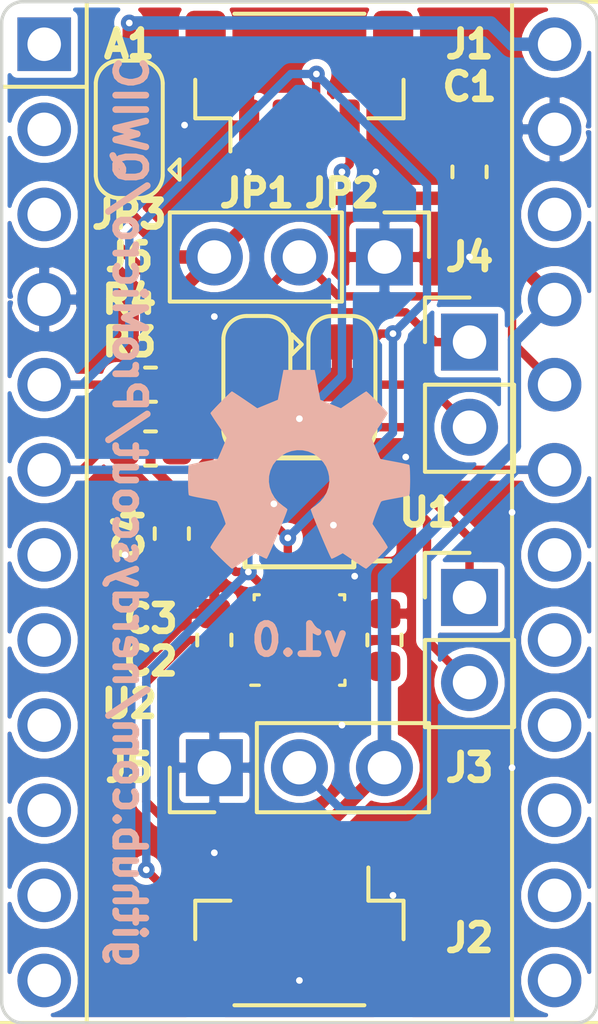
<source format=kicad_pcb>
(kicad_pcb (version 20171130) (host pcbnew 5.1.5)

  (general
    (thickness 0.8)
    (drawings 11)
    (tracks 180)
    (zones 0)
    (modules 19)
    (nets 13)
  )

  (page A4)
  (title_block
    (title ProMicro_QWIIC)
    (date 2020-06-01)
    (rev v1.0)
  )

  (layers
    (0 F.Cu mixed hide)
    (31 B.Cu mixed hide)
    (32 B.Adhes user)
    (33 F.Adhes user)
    (34 B.Paste user)
    (35 F.Paste user)
    (36 B.SilkS user)
    (37 F.SilkS user)
    (38 B.Mask user)
    (39 F.Mask user)
    (40 Dwgs.User user hide)
    (41 Cmts.User user hide)
    (42 Eco1.User user hide)
    (43 Eco2.User user hide)
    (44 Edge.Cuts user)
    (45 Margin user)
    (46 B.CrtYd user)
    (47 F.CrtYd user)
    (48 B.Fab user)
    (49 F.Fab user)
  )

  (setup
    (last_trace_width 0.25)
    (user_trace_width 0.1)
    (user_trace_width 0.2)
    (user_trace_width 0.25)
    (user_trace_width 0.4)
    (trace_clearance 0.2)
    (zone_clearance 0.125)
    (zone_45_only no)
    (trace_min 0.1)
    (via_size 0.5)
    (via_drill 0.2)
    (via_min_size 0.45)
    (via_min_drill 0.2)
    (user_via 0.45 0.2)
    (user_via 0.5 0.2)
    (user_via 0.6 0.3)
    (uvia_size 0.3)
    (uvia_drill 0.1)
    (uvias_allowed no)
    (uvia_min_size 0.2)
    (uvia_min_drill 0.1)
    (edge_width 0.05)
    (segment_width 0.2)
    (pcb_text_width 0.3)
    (pcb_text_size 1.5 1.5)
    (mod_edge_width 0.12)
    (mod_text_size 1 1)
    (mod_text_width 0.15)
    (pad_size 1.524 1.524)
    (pad_drill 0.762)
    (pad_to_mask_clearance 0)
    (aux_axis_origin 50.8 76.2)
    (grid_origin 50.8 76.2)
    (visible_elements FFFFFF7F)
    (pcbplotparams
      (layerselection 0x010fc_ffffffff)
      (usegerberextensions false)
      (usegerberattributes false)
      (usegerberadvancedattributes false)
      (creategerberjobfile false)
      (excludeedgelayer true)
      (linewidth 0.100000)
      (plotframeref false)
      (viasonmask false)
      (mode 1)
      (useauxorigin false)
      (hpglpennumber 1)
      (hpglpenspeed 20)
      (hpglpendiameter 15.000000)
      (psnegative false)
      (psa4output false)
      (plotreference true)
      (plotvalue true)
      (plotinvisibletext false)
      (padsonsilk false)
      (subtractmaskfromsilk false)
      (outputformat 1)
      (mirror false)
      (drillshape 1)
      (scaleselection 1)
      (outputdirectory ""))
  )

  (net 0 "")
  (net 1 GND)
  (net 2 +3V3)
  (net 3 SCL)
  (net 4 SDA)
  (net 5 "Net-(J3-Pad1)")
  (net 6 "Net-(J4-Pad2)")
  (net 7 "Net-(J4-Pad1)")
  (net 8 A3)
  (net 9 A2)
  (net 10 /LIPO_VBAT)
  (net 11 +5V)
  (net 12 "Net-(C4-Pad1)")

  (net_class Default "This is the default net class."
    (clearance 0.2)
    (trace_width 0.25)
    (via_dia 0.5)
    (via_drill 0.2)
    (uvia_dia 0.3)
    (uvia_drill 0.1)
    (add_net +5V)
    (add_net /LIPO_VBAT)
    (add_net A2)
    (add_net A3)
    (add_net "Net-(C4-Pad1)")
    (add_net "Net-(J3-Pad1)")
    (add_net "Net-(J4-Pad1)")
    (add_net "Net-(J4-Pad2)")
    (add_net SCL)
    (add_net SDA)
  )

  (net_class Power ""
    (clearance 0.2)
    (trace_width 0.4)
    (via_dia 0.6)
    (via_drill 0.3)
    (uvia_dia 0.3)
    (uvia_drill 0.1)
    (add_net +3V3)
    (add_net GND)
  )

  (net_class small ""
    (clearance 0.2)
    (trace_width 0.2)
    (via_dia 0.5)
    (via_drill 0.2)
    (uvia_dia 0.3)
    (uvia_drill 0.1)
  )

  (net_class tiny ""
    (clearance 0.1)
    (trace_width 0.1)
    (via_dia 0.45)
    (via_drill 0.2)
    (uvia_dia 0.3)
    (uvia_drill 0.1)
  )

  (module Symbol:OSHW-Symbol_6.7x6mm_SilkScreen (layer B.Cu) (tedit 0) (tstamp 5E6C9073)
    (at 58.42 88.9 180)
    (descr "Open Source Hardware Symbol")
    (tags "Logo Symbol OSHW")
    (path /5E25FD05)
    (attr virtual)
    (fp_text reference LOGO1 (at 0 0) (layer B.SilkS) hide
      (effects (font (size 1 1) (thickness 0.15)) (justify mirror))
    )
    (fp_text value Logo_Open_Hardware_Small (at 0.75 0) (layer B.Fab) hide
      (effects (font (size 1 1) (thickness 0.15)) (justify mirror))
    )
    (fp_poly (pts (xy 0.555814 2.531069) (xy 0.639635 2.086445) (xy 0.94892 1.958947) (xy 1.258206 1.831449)
      (xy 1.629246 2.083754) (xy 1.733157 2.154004) (xy 1.827087 2.216728) (xy 1.906652 2.269062)
      (xy 1.96747 2.308143) (xy 2.005157 2.331107) (xy 2.015421 2.336058) (xy 2.03391 2.323324)
      (xy 2.07342 2.288118) (xy 2.129522 2.234938) (xy 2.197787 2.168282) (xy 2.273786 2.092646)
      (xy 2.353092 2.012528) (xy 2.431275 1.932426) (xy 2.503907 1.856836) (xy 2.566559 1.790255)
      (xy 2.614803 1.737182) (xy 2.64421 1.702113) (xy 2.651241 1.690377) (xy 2.641123 1.66874)
      (xy 2.612759 1.621338) (xy 2.569129 1.552807) (xy 2.513218 1.467785) (xy 2.448006 1.370907)
      (xy 2.410219 1.31565) (xy 2.341343 1.214752) (xy 2.28014 1.123701) (xy 2.229578 1.04703)
      (xy 2.192628 0.989272) (xy 2.172258 0.954957) (xy 2.169197 0.947746) (xy 2.176136 0.927252)
      (xy 2.195051 0.879487) (xy 2.223087 0.811168) (xy 2.257391 0.729011) (xy 2.295109 0.63973)
      (xy 2.333387 0.550042) (xy 2.36937 0.466662) (xy 2.400206 0.396306) (xy 2.423039 0.34569)
      (xy 2.435017 0.321529) (xy 2.435724 0.320578) (xy 2.454531 0.315964) (xy 2.504618 0.305672)
      (xy 2.580793 0.290713) (xy 2.677865 0.272099) (xy 2.790643 0.250841) (xy 2.856442 0.238582)
      (xy 2.97695 0.215638) (xy 3.085797 0.193805) (xy 3.177476 0.174278) (xy 3.246481 0.158252)
      (xy 3.287304 0.146921) (xy 3.295511 0.143326) (xy 3.303548 0.118994) (xy 3.310033 0.064041)
      (xy 3.31497 -0.015108) (xy 3.318364 -0.112026) (xy 3.320218 -0.220287) (xy 3.320538 -0.333465)
      (xy 3.319327 -0.445135) (xy 3.31659 -0.548868) (xy 3.312331 -0.638241) (xy 3.306555 -0.706826)
      (xy 3.299267 -0.748197) (xy 3.294895 -0.75681) (xy 3.268764 -0.767133) (xy 3.213393 -0.781892)
      (xy 3.136107 -0.799352) (xy 3.04423 -0.81778) (xy 3.012158 -0.823741) (xy 2.857524 -0.852066)
      (xy 2.735375 -0.874876) (xy 2.641673 -0.89308) (xy 2.572384 -0.907583) (xy 2.523471 -0.919292)
      (xy 2.490897 -0.929115) (xy 2.470628 -0.937956) (xy 2.458626 -0.946724) (xy 2.456947 -0.948457)
      (xy 2.440184 -0.976371) (xy 2.414614 -1.030695) (xy 2.382788 -1.104777) (xy 2.34726 -1.191965)
      (xy 2.310583 -1.285608) (xy 2.275311 -1.379052) (xy 2.243996 -1.465647) (xy 2.219193 -1.53874)
      (xy 2.203454 -1.591678) (xy 2.199332 -1.617811) (xy 2.199676 -1.618726) (xy 2.213641 -1.640086)
      (xy 2.245322 -1.687084) (xy 2.291391 -1.754827) (xy 2.348518 -1.838423) (xy 2.413373 -1.932982)
      (xy 2.431843 -1.959854) (xy 2.497699 -2.057275) (xy 2.55565 -2.146163) (xy 2.602538 -2.221412)
      (xy 2.635207 -2.27792) (xy 2.6505 -2.310581) (xy 2.651241 -2.314593) (xy 2.638392 -2.335684)
      (xy 2.602888 -2.377464) (xy 2.549293 -2.435445) (xy 2.482171 -2.505135) (xy 2.406087 -2.582045)
      (xy 2.325604 -2.661683) (xy 2.245287 -2.739561) (xy 2.169699 -2.811186) (xy 2.103405 -2.87207)
      (xy 2.050969 -2.917721) (xy 2.016955 -2.94365) (xy 2.007545 -2.947883) (xy 1.985643 -2.937912)
      (xy 1.9408 -2.91102) (xy 1.880321 -2.871736) (xy 1.833789 -2.840117) (xy 1.749475 -2.782098)
      (xy 1.649626 -2.713784) (xy 1.549473 -2.645579) (xy 1.495627 -2.609075) (xy 1.313371 -2.4858)
      (xy 1.160381 -2.56852) (xy 1.090682 -2.604759) (xy 1.031414 -2.632926) (xy 0.991311 -2.648991)
      (xy 0.981103 -2.651226) (xy 0.968829 -2.634722) (xy 0.944613 -2.588082) (xy 0.910263 -2.515609)
      (xy 0.867588 -2.421606) (xy 0.818394 -2.310374) (xy 0.76449 -2.186215) (xy 0.707684 -2.053432)
      (xy 0.649782 -1.916327) (xy 0.592593 -1.779202) (xy 0.537924 -1.646358) (xy 0.487584 -1.522098)
      (xy 0.44338 -1.410725) (xy 0.407119 -1.316539) (xy 0.380609 -1.243844) (xy 0.365658 -1.196941)
      (xy 0.363254 -1.180833) (xy 0.382311 -1.160286) (xy 0.424036 -1.126933) (xy 0.479706 -1.087702)
      (xy 0.484378 -1.084599) (xy 0.628264 -0.969423) (xy 0.744283 -0.835053) (xy 0.83143 -0.685784)
      (xy 0.888699 -0.525913) (xy 0.915086 -0.359737) (xy 0.909585 -0.191552) (xy 0.87119 -0.025655)
      (xy 0.798895 0.133658) (xy 0.777626 0.168513) (xy 0.666996 0.309263) (xy 0.536302 0.422286)
      (xy 0.390064 0.506997) (xy 0.232808 0.562806) (xy 0.069057 0.589126) (xy -0.096667 0.58537)
      (xy -0.259838 0.55095) (xy -0.415935 0.485277) (xy -0.560433 0.387765) (xy -0.605131 0.348187)
      (xy -0.718888 0.224297) (xy -0.801782 0.093876) (xy -0.858644 -0.052315) (xy -0.890313 -0.197088)
      (xy -0.898131 -0.35986) (xy -0.872062 -0.52344) (xy -0.814755 -0.682298) (xy -0.728856 -0.830906)
      (xy -0.617014 -0.963735) (xy -0.481877 -1.075256) (xy -0.464117 -1.087011) (xy -0.40785 -1.125508)
      (xy -0.365077 -1.158863) (xy -0.344628 -1.18016) (xy -0.344331 -1.180833) (xy -0.348721 -1.203871)
      (xy -0.366124 -1.256157) (xy -0.394732 -1.33339) (xy -0.432735 -1.431268) (xy -0.478326 -1.545491)
      (xy -0.529697 -1.671758) (xy -0.585038 -1.805767) (xy -0.642542 -1.943218) (xy -0.700399 -2.079808)
      (xy -0.756802 -2.211237) (xy -0.809942 -2.333205) (xy -0.85801 -2.441409) (xy -0.899199 -2.531549)
      (xy -0.931699 -2.599323) (xy -0.953703 -2.64043) (xy -0.962564 -2.651226) (xy -0.98964 -2.642819)
      (xy -1.040303 -2.620272) (xy -1.105817 -2.587613) (xy -1.141841 -2.56852) (xy -1.294832 -2.4858)
      (xy -1.477088 -2.609075) (xy -1.570125 -2.672228) (xy -1.671985 -2.741727) (xy -1.767438 -2.807165)
      (xy -1.81525 -2.840117) (xy -1.882495 -2.885273) (xy -1.939436 -2.921057) (xy -1.978646 -2.942938)
      (xy -1.991381 -2.947563) (xy -2.009917 -2.935085) (xy -2.050941 -2.900252) (xy -2.110475 -2.846678)
      (xy -2.184542 -2.777983) (xy -2.269165 -2.697781) (xy -2.322685 -2.646286) (xy -2.416319 -2.554286)
      (xy -2.497241 -2.471999) (xy -2.562177 -2.402945) (xy -2.607858 -2.350644) (xy -2.631011 -2.318616)
      (xy -2.633232 -2.312116) (xy -2.622924 -2.287394) (xy -2.594439 -2.237405) (xy -2.550937 -2.167212)
      (xy -2.495577 -2.081875) (xy -2.43152 -1.986456) (xy -2.413303 -1.959854) (xy -2.346927 -1.863167)
      (xy -2.287378 -1.776117) (xy -2.237984 -1.703595) (xy -2.202075 -1.650493) (xy -2.182981 -1.621703)
      (xy -2.181136 -1.618726) (xy -2.183895 -1.595782) (xy -2.198538 -1.545336) (xy -2.222513 -1.474041)
      (xy -2.253266 -1.388547) (xy -2.288244 -1.295507) (xy -2.324893 -1.201574) (xy -2.360661 -1.113399)
      (xy -2.392994 -1.037634) (xy -2.419338 -0.980931) (xy -2.437142 -0.949943) (xy -2.438407 -0.948457)
      (xy -2.449294 -0.939601) (xy -2.467682 -0.930843) (xy -2.497606 -0.921277) (xy -2.543103 -0.909996)
      (xy -2.608209 -0.896093) (xy -2.696961 -0.878663) (xy -2.813393 -0.856798) (xy -2.961542 -0.829591)
      (xy -2.993618 -0.823741) (xy -3.088686 -0.805374) (xy -3.171565 -0.787405) (xy -3.23493 -0.771569)
      (xy -3.271458 -0.7596) (xy -3.276356 -0.75681) (xy -3.284427 -0.732072) (xy -3.290987 -0.67679)
      (xy -3.296033 -0.597389) (xy -3.299559 -0.500296) (xy -3.301561 -0.391938) (xy -3.302036 -0.27874)
      (xy -3.300977 -0.167128) (xy -3.298382 -0.063529) (xy -3.294246 0.025632) (xy -3.288563 0.093928)
      (xy -3.281331 0.134934) (xy -3.276971 0.143326) (xy -3.252698 0.151792) (xy -3.197426 0.165565)
      (xy -3.116662 0.18345) (xy -3.015912 0.204252) (xy -2.900683 0.226777) (xy -2.837902 0.238582)
      (xy -2.718787 0.260849) (xy -2.612565 0.281021) (xy -2.524427 0.298085) (xy -2.459566 0.311031)
      (xy -2.423174 0.318845) (xy -2.417184 0.320578) (xy -2.407061 0.34011) (xy -2.385662 0.387157)
      (xy -2.355839 0.454997) (xy -2.320445 0.536909) (xy -2.282332 0.626172) (xy -2.244353 0.716065)
      (xy -2.20936 0.799865) (xy -2.180206 0.870853) (xy -2.159743 0.922306) (xy -2.150823 0.947503)
      (xy -2.150657 0.948604) (xy -2.160769 0.968481) (xy -2.189117 1.014223) (xy -2.232723 1.081283)
      (xy -2.288606 1.165116) (xy -2.353787 1.261174) (xy -2.391679 1.31635) (xy -2.460725 1.417519)
      (xy -2.52205 1.50937) (xy -2.572663 1.587256) (xy -2.609571 1.646531) (xy -2.629782 1.682549)
      (xy -2.632701 1.690623) (xy -2.620153 1.709416) (xy -2.585463 1.749543) (xy -2.533063 1.806507)
      (xy -2.467384 1.875815) (xy -2.392856 1.952969) (xy -2.313913 2.033475) (xy -2.234983 2.112837)
      (xy -2.1605 2.18656) (xy -2.094894 2.250148) (xy -2.042596 2.299106) (xy -2.008039 2.328939)
      (xy -1.996478 2.336058) (xy -1.977654 2.326047) (xy -1.932631 2.297922) (xy -1.865787 2.254546)
      (xy -1.781499 2.198782) (xy -1.684144 2.133494) (xy -1.610707 2.083754) (xy -1.239667 1.831449)
      (xy -0.621095 2.086445) (xy -0.537275 2.531069) (xy -0.453454 2.975693) (xy 0.471994 2.975693)
      (xy 0.555814 2.531069)) (layer B.SilkS) (width 0.01))
  )

  (module Jumper:SolderJumper-3_P1.3mm_Bridged12_RoundedPad1.0x1.5mm (layer F.Cu) (tedit 5C745321) (tstamp 5ED862A9)
    (at 53.34 78.74 90)
    (descr "SMD Solder 3-pad Jumper, 1x1.5mm rounded Pads, 0.3mm gap, pads 1-2 bridged with 1 copper strip")
    (tags "solder jumper open")
    (path /5ED82C27)
    (attr virtual)
    (fp_text reference JP3 (at -2.54 0 180) (layer F.SilkS)
      (effects (font (size 0.8 0.8) (thickness 0.2)))
    )
    (fp_text value SolderJumper_3_Bridged12 (at 0 1.9 90) (layer F.Fab) hide
      (effects (font (size 1 1) (thickness 0.15)))
    )
    (fp_poly (pts (xy -0.9 -0.3) (xy -0.4 -0.3) (xy -0.4 0.3) (xy -0.9 0.3)) (layer F.Cu) (width 0))
    (fp_arc (start -1.35 -0.3) (end -1.35 -1) (angle -90) (layer F.SilkS) (width 0.12))
    (fp_arc (start -1.35 0.3) (end -2.05 0.3) (angle -90) (layer F.SilkS) (width 0.12))
    (fp_arc (start 1.35 0.3) (end 1.35 1) (angle -90) (layer F.SilkS) (width 0.12))
    (fp_arc (start 1.35 -0.3) (end 2.05 -0.3) (angle -90) (layer F.SilkS) (width 0.12))
    (fp_line (start 2.3 1.25) (end -2.3 1.25) (layer F.CrtYd) (width 0.05))
    (fp_line (start 2.3 1.25) (end 2.3 -1.25) (layer F.CrtYd) (width 0.05))
    (fp_line (start -2.3 -1.25) (end -2.3 1.25) (layer F.CrtYd) (width 0.05))
    (fp_line (start -2.3 -1.25) (end 2.3 -1.25) (layer F.CrtYd) (width 0.05))
    (fp_line (start -1.4 -1) (end 1.4 -1) (layer F.SilkS) (width 0.12))
    (fp_line (start 2.05 -0.3) (end 2.05 0.3) (layer F.SilkS) (width 0.12))
    (fp_line (start 1.4 1) (end -1.4 1) (layer F.SilkS) (width 0.12))
    (fp_line (start -2.05 0.3) (end -2.05 -0.3) (layer F.SilkS) (width 0.12))
    (fp_line (start -1.2 1.2) (end -1.5 1.5) (layer F.SilkS) (width 0.12))
    (fp_line (start -1.5 1.5) (end -0.9 1.5) (layer F.SilkS) (width 0.12))
    (fp_line (start -1.2 1.2) (end -0.9 1.5) (layer F.SilkS) (width 0.12))
    (pad 1 smd custom (at -1.3 0 90) (size 1 0.5) (layers F.Cu F.Mask)
      (net 2 +3V3) (zone_connect 2)
      (options (clearance outline) (anchor rect))
      (primitives
        (gr_circle (center 0 0.25) (end 0.5 0.25) (width 0))
        (gr_circle (center 0 -0.25) (end 0.5 -0.25) (width 0))
        (gr_poly (pts
           (xy 0.55 -0.75) (xy 0 -0.75) (xy 0 0.75) (xy 0.55 0.75)) (width 0))
      ))
    (pad 2 smd rect (at 0 0 90) (size 1 1.5) (layers F.Cu F.Mask)
      (net 12 "Net-(C4-Pad1)"))
    (pad 3 smd custom (at 1.3 0 90) (size 1 0.5) (layers F.Cu F.Mask)
      (net 11 +5V) (zone_connect 2)
      (options (clearance outline) (anchor rect))
      (primitives
        (gr_circle (center 0 0.25) (end 0.5 0.25) (width 0))
        (gr_circle (center 0 -0.25) (end 0.5 -0.25) (width 0))
        (gr_poly (pts
           (xy -0.55 -0.75) (xy 0 -0.75) (xy 0 0.75) (xy -0.55 0.75)) (width 0))
      ))
  )

  (module Capacitor_SMD:C_0603_1608Metric (layer F.Cu) (tedit 5B301BBE) (tstamp 5ED85A47)
    (at 55.88 93.98 90)
    (descr "Capacitor SMD 0603 (1608 Metric), square (rectangular) end terminal, IPC_7351 nominal, (Body size source: http://www.tortai-tech.com/upload/download/2011102023233369053.pdf), generated with kicad-footprint-generator")
    (tags capacitor)
    (path /5EDB8847)
    (attr smd)
    (fp_text reference C3 (at 0.635 -1.905) (layer F.SilkS)
      (effects (font (size 0.8 0.8) (thickness 0.2)))
    )
    (fp_text value 100n (at 0 0 90) (layer F.Fab) hide
      (effects (font (size 0.8 0.8) (thickness 0.2)))
    )
    (fp_text user %R (at 0 0 90) (layer F.Fab)
      (effects (font (size 0.4 0.4) (thickness 0.06)))
    )
    (fp_line (start 1.48 0.73) (end -1.48 0.73) (layer F.CrtYd) (width 0.05))
    (fp_line (start 1.48 -0.73) (end 1.48 0.73) (layer F.CrtYd) (width 0.05))
    (fp_line (start -1.48 -0.73) (end 1.48 -0.73) (layer F.CrtYd) (width 0.05))
    (fp_line (start -1.48 0.73) (end -1.48 -0.73) (layer F.CrtYd) (width 0.05))
    (fp_line (start -0.162779 0.51) (end 0.162779 0.51) (layer F.SilkS) (width 0.12))
    (fp_line (start -0.162779 -0.51) (end 0.162779 -0.51) (layer F.SilkS) (width 0.12))
    (fp_line (start 0.8 0.4) (end -0.8 0.4) (layer F.Fab) (width 0.1))
    (fp_line (start 0.8 -0.4) (end 0.8 0.4) (layer F.Fab) (width 0.1))
    (fp_line (start -0.8 -0.4) (end 0.8 -0.4) (layer F.Fab) (width 0.1))
    (fp_line (start -0.8 0.4) (end -0.8 -0.4) (layer F.Fab) (width 0.1))
    (pad 2 smd roundrect (at 0.7875 0 90) (size 0.875 0.95) (layers F.Cu F.Paste F.Mask) (roundrect_rratio 0.25)
      (net 1 GND))
    (pad 1 smd roundrect (at -0.7875 0 90) (size 0.875 0.95) (layers F.Cu F.Paste F.Mask) (roundrect_rratio 0.25)
      (net 2 +3V3))
    (model ${KISYS3DMOD}/Capacitor_SMD.3dshapes/C_0603_1608Metric.wrl
      (at (xyz 0 0 0))
      (scale (xyz 1 1 1))
      (rotate (xyz 0 0 0))
    )
  )

  (module Capacitor_SMD:C_0603_1608Metric (layer F.Cu) (tedit 5B301BBE) (tstamp 5ED85A36)
    (at 60.96 93.98 90)
    (descr "Capacitor SMD 0603 (1608 Metric), square (rectangular) end terminal, IPC_7351 nominal, (Body size source: http://www.tortai-tech.com/upload/download/2011102023233369053.pdf), generated with kicad-footprint-generator")
    (tags capacitor)
    (path /5EDB883D)
    (attr smd)
    (fp_text reference C2 (at -0.635 -6.985 180) (layer F.SilkS)
      (effects (font (size 0.8 0.8) (thickness 0.2)))
    )
    (fp_text value 100n (at 0 0 90) (layer F.Fab) hide
      (effects (font (size 0.8 0.8) (thickness 0.2)))
    )
    (fp_text user %R (at 0 0 90) (layer F.Fab)
      (effects (font (size 0.4 0.4) (thickness 0.06)))
    )
    (fp_line (start 1.48 0.73) (end -1.48 0.73) (layer F.CrtYd) (width 0.05))
    (fp_line (start 1.48 -0.73) (end 1.48 0.73) (layer F.CrtYd) (width 0.05))
    (fp_line (start -1.48 -0.73) (end 1.48 -0.73) (layer F.CrtYd) (width 0.05))
    (fp_line (start -1.48 0.73) (end -1.48 -0.73) (layer F.CrtYd) (width 0.05))
    (fp_line (start -0.162779 0.51) (end 0.162779 0.51) (layer F.SilkS) (width 0.12))
    (fp_line (start -0.162779 -0.51) (end 0.162779 -0.51) (layer F.SilkS) (width 0.12))
    (fp_line (start 0.8 0.4) (end -0.8 0.4) (layer F.Fab) (width 0.1))
    (fp_line (start 0.8 -0.4) (end 0.8 0.4) (layer F.Fab) (width 0.1))
    (fp_line (start -0.8 -0.4) (end 0.8 -0.4) (layer F.Fab) (width 0.1))
    (fp_line (start -0.8 0.4) (end -0.8 -0.4) (layer F.Fab) (width 0.1))
    (pad 2 smd roundrect (at 0.7875 0 90) (size 0.875 0.95) (layers F.Cu F.Paste F.Mask) (roundrect_rratio 0.25)
      (net 1 GND))
    (pad 1 smd roundrect (at -0.7875 0 90) (size 0.875 0.95) (layers F.Cu F.Paste F.Mask) (roundrect_rratio 0.25)
      (net 2 +3V3))
    (model ${KISYS3DMOD}/Capacitor_SMD.3dshapes/C_0603_1608Metric.wrl
      (at (xyz 0 0 0))
      (scale (xyz 1 1 1))
      (rotate (xyz 0 0 0))
    )
  )

  (module Connector_PinHeader_2.54mm:PinHeader_1x03_P2.54mm_Vertical (layer F.Cu) (tedit 59FED5CC) (tstamp 5ED83B24)
    (at 60.96 82.55 270)
    (descr "Through hole straight pin header, 1x03, 2.54mm pitch, single row")
    (tags "Through hole pin header THT 1x03 2.54mm single row")
    (path /5ED8EFD4)
    (fp_text reference J6 (at 0 7.62 180) (layer F.SilkS)
      (effects (font (size 0.8 0.8) (thickness 0.2)))
    )
    (fp_text value Conn_01x03 (at 0 7.41 90) (layer F.Fab) hide
      (effects (font (size 0.8 0.8) (thickness 0.2)))
    )
    (fp_text user %R (at 0 2.54) (layer F.Fab)
      (effects (font (size 0.8 0.8) (thickness 0.2)))
    )
    (fp_line (start 1.8 -1.8) (end -1.8 -1.8) (layer F.CrtYd) (width 0.05))
    (fp_line (start 1.8 6.85) (end 1.8 -1.8) (layer F.CrtYd) (width 0.05))
    (fp_line (start -1.8 6.85) (end 1.8 6.85) (layer F.CrtYd) (width 0.05))
    (fp_line (start -1.8 -1.8) (end -1.8 6.85) (layer F.CrtYd) (width 0.05))
    (fp_line (start -1.33 -1.33) (end 0 -1.33) (layer F.SilkS) (width 0.12))
    (fp_line (start -1.33 0) (end -1.33 -1.33) (layer F.SilkS) (width 0.12))
    (fp_line (start -1.33 1.27) (end 1.33 1.27) (layer F.SilkS) (width 0.12))
    (fp_line (start 1.33 1.27) (end 1.33 6.41) (layer F.SilkS) (width 0.12))
    (fp_line (start -1.33 1.27) (end -1.33 6.41) (layer F.SilkS) (width 0.12))
    (fp_line (start -1.33 6.41) (end 1.33 6.41) (layer F.SilkS) (width 0.12))
    (fp_line (start -1.27 -0.635) (end -0.635 -1.27) (layer F.Fab) (width 0.1))
    (fp_line (start -1.27 6.35) (end -1.27 -0.635) (layer F.Fab) (width 0.1))
    (fp_line (start 1.27 6.35) (end -1.27 6.35) (layer F.Fab) (width 0.1))
    (fp_line (start 1.27 -1.27) (end 1.27 6.35) (layer F.Fab) (width 0.1))
    (fp_line (start -0.635 -1.27) (end 1.27 -1.27) (layer F.Fab) (width 0.1))
    (pad 3 thru_hole oval (at 0 5.08 270) (size 1.7 1.7) (drill 1) (layers *.Cu *.Mask)
      (net 2 +3V3))
    (pad 2 thru_hole oval (at 0 2.54 270) (size 1.7 1.7) (drill 1) (layers *.Cu *.Mask)
      (net 8 A3))
    (pad 1 thru_hole rect (at 0 0 270) (size 1.7 1.7) (drill 1) (layers *.Cu *.Mask)
      (net 1 GND))
    (model ${KISYS3DMOD}/Connector_PinHeader_2.54mm.3dshapes/PinHeader_1x03_P2.54mm_Vertical.wrl
      (at (xyz 0 0 0))
      (scale (xyz 1 1 1))
      (rotate (xyz 0 0 0))
    )
  )

  (module Connector_PinHeader_2.54mm:PinHeader_1x03_P2.54mm_Vertical (layer F.Cu) (tedit 59FED5CC) (tstamp 5ED83B0D)
    (at 55.88 97.79 90)
    (descr "Through hole straight pin header, 1x03, 2.54mm pitch, single row")
    (tags "Through hole pin header THT 1x03 2.54mm single row")
    (path /5ED7FA70)
    (fp_text reference J5 (at 0 -2.54 180) (layer F.SilkS)
      (effects (font (size 0.8 0.8) (thickness 0.2)))
    )
    (fp_text value Conn_01x03 (at 0 7.41 90) (layer F.Fab) hide
      (effects (font (size 0.8 0.8) (thickness 0.2)))
    )
    (fp_text user %R (at 0 2.54) (layer F.Fab)
      (effects (font (size 0.8 0.8) (thickness 0.2)))
    )
    (fp_line (start 1.8 -1.8) (end -1.8 -1.8) (layer F.CrtYd) (width 0.05))
    (fp_line (start 1.8 6.85) (end 1.8 -1.8) (layer F.CrtYd) (width 0.05))
    (fp_line (start -1.8 6.85) (end 1.8 6.85) (layer F.CrtYd) (width 0.05))
    (fp_line (start -1.8 -1.8) (end -1.8 6.85) (layer F.CrtYd) (width 0.05))
    (fp_line (start -1.33 -1.33) (end 0 -1.33) (layer F.SilkS) (width 0.12))
    (fp_line (start -1.33 0) (end -1.33 -1.33) (layer F.SilkS) (width 0.12))
    (fp_line (start -1.33 1.27) (end 1.33 1.27) (layer F.SilkS) (width 0.12))
    (fp_line (start 1.33 1.27) (end 1.33 6.41) (layer F.SilkS) (width 0.12))
    (fp_line (start -1.33 1.27) (end -1.33 6.41) (layer F.SilkS) (width 0.12))
    (fp_line (start -1.33 6.41) (end 1.33 6.41) (layer F.SilkS) (width 0.12))
    (fp_line (start -1.27 -0.635) (end -0.635 -1.27) (layer F.Fab) (width 0.1))
    (fp_line (start -1.27 6.35) (end -1.27 -0.635) (layer F.Fab) (width 0.1))
    (fp_line (start 1.27 6.35) (end -1.27 6.35) (layer F.Fab) (width 0.1))
    (fp_line (start 1.27 -1.27) (end 1.27 6.35) (layer F.Fab) (width 0.1))
    (fp_line (start -0.635 -1.27) (end 1.27 -1.27) (layer F.Fab) (width 0.1))
    (pad 3 thru_hole oval (at 0 5.08 90) (size 1.7 1.7) (drill 1) (layers *.Cu *.Mask)
      (net 2 +3V3))
    (pad 2 thru_hole oval (at 0 2.54 90) (size 1.7 1.7) (drill 1) (layers *.Cu *.Mask)
      (net 9 A2))
    (pad 1 thru_hole rect (at 0 0 90) (size 1.7 1.7) (drill 1) (layers *.Cu *.Mask)
      (net 1 GND))
    (model ${KISYS3DMOD}/Connector_PinHeader_2.54mm.3dshapes/PinHeader_1x03_P2.54mm_Vertical.wrl
      (at (xyz 0 0 0))
      (scale (xyz 1 1 1))
      (rotate (xyz 0 0 0))
    )
  )

  (module Jumper:SolderJumper-3_P1.3mm_Bridged12_RoundedPad1.0x1.5mm (layer F.Cu) (tedit 5C745321) (tstamp 5ED6FA4E)
    (at 59.69 86.36 270)
    (descr "SMD Solder 3-pad Jumper, 1x1.5mm rounded Pads, 0.3mm gap, pads 1-2 bridged with 1 copper strip")
    (tags "solder jumper open")
    (path /5ED94F82)
    (attr virtual)
    (fp_text reference JP2 (at -5.715 0 180) (layer F.SilkS)
      (effects (font (size 0.8 0.8) (thickness 0.2)))
    )
    (fp_text value SolderJumper_3_Bridged12 (at 0 1.9 90) (layer F.Fab) hide
      (effects (font (size 0.8 0.8) (thickness 0.2)))
    )
    (fp_poly (pts (xy -0.9 -0.3) (xy -0.4 -0.3) (xy -0.4 0.3) (xy -0.9 0.3)) (layer F.Cu) (width 0))
    (fp_arc (start -1.35 -0.3) (end -1.35 -1) (angle -90) (layer F.SilkS) (width 0.12))
    (fp_arc (start -1.35 0.3) (end -2.05 0.3) (angle -90) (layer F.SilkS) (width 0.12))
    (fp_arc (start 1.35 0.3) (end 1.35 1) (angle -90) (layer F.SilkS) (width 0.12))
    (fp_arc (start 1.35 -0.3) (end 2.05 -0.3) (angle -90) (layer F.SilkS) (width 0.12))
    (fp_line (start 2.3 1.25) (end -2.3 1.25) (layer F.CrtYd) (width 0.05))
    (fp_line (start 2.3 1.25) (end 2.3 -1.25) (layer F.CrtYd) (width 0.05))
    (fp_line (start -2.3 -1.25) (end -2.3 1.25) (layer F.CrtYd) (width 0.05))
    (fp_line (start -2.3 -1.25) (end 2.3 -1.25) (layer F.CrtYd) (width 0.05))
    (fp_line (start -1.4 -1) (end 1.4 -1) (layer F.SilkS) (width 0.12))
    (fp_line (start 2.05 -0.3) (end 2.05 0.3) (layer F.SilkS) (width 0.12))
    (fp_line (start 1.4 1) (end -1.4 1) (layer F.SilkS) (width 0.12))
    (fp_line (start -2.05 0.3) (end -2.05 -0.3) (layer F.SilkS) (width 0.12))
    (fp_line (start -1.2 1.2) (end -1.5 1.5) (layer F.SilkS) (width 0.12))
    (fp_line (start -1.5 1.5) (end -0.9 1.5) (layer F.SilkS) (width 0.12))
    (fp_line (start -1.2 1.2) (end -0.9 1.5) (layer F.SilkS) (width 0.12))
    (pad 1 smd custom (at -1.3 0 270) (size 1 0.5) (layers F.Cu F.Mask)
      (net 4 SDA) (zone_connect 2)
      (options (clearance outline) (anchor rect))
      (primitives
        (gr_circle (center 0 0.25) (end 0.5 0.25) (width 0))
        (gr_circle (center 0 -0.25) (end 0.5 -0.25) (width 0))
        (gr_poly (pts
           (xy 0.55 -0.75) (xy 0 -0.75) (xy 0 0.75) (xy 0.55 0.75)) (width 0))
      ))
    (pad 2 smd rect (at 0 0 270) (size 1 1.5) (layers F.Cu F.Mask)
      (net 6 "Net-(J4-Pad2)"))
    (pad 3 smd custom (at 1.3 0 270) (size 1 0.5) (layers F.Cu F.Mask)
      (net 9 A2) (zone_connect 2)
      (options (clearance outline) (anchor rect))
      (primitives
        (gr_circle (center 0 0.25) (end 0.5 0.25) (width 0))
        (gr_circle (center 0 -0.25) (end 0.5 -0.25) (width 0))
        (gr_poly (pts
           (xy -0.55 -0.75) (xy 0 -0.75) (xy 0 0.75) (xy -0.55 0.75)) (width 0))
      ))
  )

  (module Jumper:SolderJumper-3_P1.3mm_Bridged12_RoundedPad1.0x1.5mm (layer F.Cu) (tedit 5C745321) (tstamp 5ED6FA37)
    (at 57.15 86.36 90)
    (descr "SMD Solder 3-pad Jumper, 1x1.5mm rounded Pads, 0.3mm gap, pads 1-2 bridged with 1 copper strip")
    (tags "solder jumper open")
    (path /5ED8CDAB)
    (attr virtual)
    (fp_text reference JP1 (at 5.715 0 180) (layer F.SilkS)
      (effects (font (size 0.8 0.8) (thickness 0.2)))
    )
    (fp_text value SolderJumper_3_Bridged12 (at 0 1.9 90) (layer F.Fab) hide
      (effects (font (size 0.8 0.8) (thickness 0.2)))
    )
    (fp_poly (pts (xy -0.9 -0.3) (xy -0.4 -0.3) (xy -0.4 0.3) (xy -0.9 0.3)) (layer F.Cu) (width 0))
    (fp_arc (start -1.35 -0.3) (end -1.35 -1) (angle -90) (layer F.SilkS) (width 0.12))
    (fp_arc (start -1.35 0.3) (end -2.05 0.3) (angle -90) (layer F.SilkS) (width 0.12))
    (fp_arc (start 1.35 0.3) (end 1.35 1) (angle -90) (layer F.SilkS) (width 0.12))
    (fp_arc (start 1.35 -0.3) (end 2.05 -0.3) (angle -90) (layer F.SilkS) (width 0.12))
    (fp_line (start 2.3 1.25) (end -2.3 1.25) (layer F.CrtYd) (width 0.05))
    (fp_line (start 2.3 1.25) (end 2.3 -1.25) (layer F.CrtYd) (width 0.05))
    (fp_line (start -2.3 -1.25) (end -2.3 1.25) (layer F.CrtYd) (width 0.05))
    (fp_line (start -2.3 -1.25) (end 2.3 -1.25) (layer F.CrtYd) (width 0.05))
    (fp_line (start -1.4 -1) (end 1.4 -1) (layer F.SilkS) (width 0.12))
    (fp_line (start 2.05 -0.3) (end 2.05 0.3) (layer F.SilkS) (width 0.12))
    (fp_line (start 1.4 1) (end -1.4 1) (layer F.SilkS) (width 0.12))
    (fp_line (start -2.05 0.3) (end -2.05 -0.3) (layer F.SilkS) (width 0.12))
    (fp_line (start -1.2 1.2) (end -1.5 1.5) (layer F.SilkS) (width 0.12))
    (fp_line (start -1.5 1.5) (end -0.9 1.5) (layer F.SilkS) (width 0.12))
    (fp_line (start -1.2 1.2) (end -0.9 1.5) (layer F.SilkS) (width 0.12))
    (pad 1 smd custom (at -1.3 0 90) (size 1 0.5) (layers F.Cu F.Mask)
      (net 3 SCL) (zone_connect 2)
      (options (clearance outline) (anchor rect))
      (primitives
        (gr_circle (center 0 0.25) (end 0.5 0.25) (width 0))
        (gr_circle (center 0 -0.25) (end 0.5 -0.25) (width 0))
        (gr_poly (pts
           (xy 0.55 -0.75) (xy 0 -0.75) (xy 0 0.75) (xy 0.55 0.75)) (width 0))
      ))
    (pad 2 smd rect (at 0 0 90) (size 1 1.5) (layers F.Cu F.Mask)
      (net 7 "Net-(J4-Pad1)"))
    (pad 3 smd custom (at 1.3 0 90) (size 1 0.5) (layers F.Cu F.Mask)
      (net 8 A3) (zone_connect 2)
      (options (clearance outline) (anchor rect))
      (primitives
        (gr_circle (center 0 0.25) (end 0.5 0.25) (width 0))
        (gr_circle (center 0 -0.25) (end 0.5 -0.25) (width 0))
        (gr_poly (pts
           (xy -0.55 -0.75) (xy 0 -0.75) (xy 0 0.75) (xy -0.55 0.75)) (width 0))
      ))
  )

  (module Package_LGA:Bosch_LGA-8_2.5x2.5mm_P0.65mm_ClockwisePinNumbering (layer F.Cu) (tedit 5A0FA816) (tstamp 5ED80598)
    (at 58.42 93.98 90)
    (descr LGA-8)
    (tags "lga land grid array")
    (path /5ED8945D)
    (attr smd)
    (fp_text reference U2 (at -1.905 -5.08) (layer F.SilkS)
      (effects (font (size 0.8 0.8) (thickness 0.2)))
    )
    (fp_text value BME280 (at 0.015 2.535 90) (layer F.Fab) hide
      (effects (font (size 0.8 0.8) (thickness 0.2)))
    )
    (fp_line (start 1.41 1.54) (end -1.41 1.54) (layer F.CrtYd) (width 0.05))
    (fp_line (start 1.41 -1.54) (end 1.41 1.54) (layer F.CrtYd) (width 0.05))
    (fp_line (start -1.41 -1.54) (end 1.41 -1.54) (layer F.CrtYd) (width 0.05))
    (fp_line (start -1.41 1.54) (end -1.41 -1.54) (layer F.CrtYd) (width 0.05))
    (fp_line (start 1.25 1.25) (end -1.25 1.25) (layer F.Fab) (width 0.1))
    (fp_line (start 1.25 -1.25) (end 1.25 1.25) (layer F.Fab) (width 0.1))
    (fp_line (start -0.5 -1.25) (end 1.25 -1.25) (layer F.Fab) (width 0.1))
    (fp_line (start -1.25 1.25) (end -1.25 -0.5) (layer F.Fab) (width 0.1))
    (fp_line (start -1.35 -1.2) (end -1.35 -1.45) (layer F.SilkS) (width 0.1))
    (fp_line (start 1.35 -1.35) (end 1.35 -1.2) (layer F.SilkS) (width 0.1))
    (fp_line (start 1.2 -1.35) (end 1.35 -1.35) (layer F.SilkS) (width 0.1))
    (fp_line (start 1.35 1.35) (end 1.2 1.35) (layer F.SilkS) (width 0.1))
    (fp_line (start 1.35 1.35) (end 1.35 1.2) (layer F.SilkS) (width 0.1))
    (fp_line (start -1.35 1.35) (end -1.35 1.2) (layer F.SilkS) (width 0.1))
    (fp_line (start -1.25 -0.5) (end -0.5 -1.25) (layer F.Fab) (width 0.1))
    (fp_line (start -1.35 1.36) (end -1.2 1.36) (layer F.SilkS) (width 0.1))
    (fp_text user %R (at 0 0 270) (layer F.Fab)
      (effects (font (size 0.8 0.8) (thickness 0.2)))
    )
    (pad 5 smd rect (at 0.975 1.025 180) (size 0.5 0.35) (layers F.Cu F.Paste F.Mask)
      (net 2 +3V3))
    (pad 6 smd rect (at 0.325 1.025 180) (size 0.5 0.35) (layers F.Cu F.Paste F.Mask)
      (net 2 +3V3))
    (pad 7 smd rect (at -0.325 1.025 180) (size 0.5 0.35) (layers F.Cu F.Paste F.Mask)
      (net 1 GND))
    (pad 8 smd rect (at -0.975 1.025 180) (size 0.5 0.35) (layers F.Cu F.Paste F.Mask)
      (net 2 +3V3))
    (pad 1 smd rect (at -0.975 -1.025 180) (size 0.5 0.35) (layers F.Cu F.Paste F.Mask)
      (net 1 GND))
    (pad 2 smd rect (at -0.325 -1.025 180) (size 0.5 0.35) (layers F.Cu F.Paste F.Mask)
      (net 2 +3V3))
    (pad 3 smd rect (at 0.325 -1.025 180) (size 0.5 0.35) (layers F.Cu F.Paste F.Mask)
      (net 4 SDA))
    (pad 4 smd rect (at 0.975 -1.025 180) (size 0.5 0.35) (layers F.Cu F.Paste F.Mask)
      (net 3 SCL))
    (model ${KISYS3DMOD}/Package_LGA.3dshapes/Bosch_LGA-8_2.5x2.5mm_P0.65mm_ClockwisePinNumbering.wrl
      (offset (xyz 0.01500000025472259 -0.03500000059435272 0))
      (scale (xyz 1 1 1))
      (rotate (xyz 0 0 0))
    )
  )

  (module Package_SO:TSSOP-10_3x3mm_P0.5mm (layer F.Cu) (tedit 5A02F25C) (tstamp 5ED6DFB6)
    (at 58.42 90.17 180)
    (descr "TSSOP10: plastic thin shrink small outline package; 10 leads; body width 3 mm; (see NXP SSOP-TSSOP-VSO-REFLOW.pdf and sot552-1_po.pdf)")
    (tags "SSOP 0.5")
    (path /5ED77F04)
    (attr smd)
    (fp_text reference U1 (at -3.81 0 180) (layer F.SilkS)
      (effects (font (size 0.8 0.8) (thickness 0.2)))
    )
    (fp_text value ADS1015IDGS (at 0 2.55) (layer F.Fab) hide
      (effects (font (size 0.8 0.8) (thickness 0.2)))
    )
    (fp_text user %R (at 0 0) (layer F.Fab)
      (effects (font (size 0.8 0.8) (thickness 0.2)))
    )
    (fp_line (start -1.625 -1.45) (end -2.7 -1.45) (layer F.SilkS) (width 0.15))
    (fp_line (start -1.625 1.625) (end 1.625 1.625) (layer F.SilkS) (width 0.15))
    (fp_line (start -1.625 -1.625) (end 1.625 -1.625) (layer F.SilkS) (width 0.15))
    (fp_line (start -1.625 1.625) (end -1.625 1.35) (layer F.SilkS) (width 0.15))
    (fp_line (start 1.625 1.625) (end 1.625 1.35) (layer F.SilkS) (width 0.15))
    (fp_line (start 1.625 -1.625) (end 1.625 -1.35) (layer F.SilkS) (width 0.15))
    (fp_line (start -1.625 -1.625) (end -1.625 -1.45) (layer F.SilkS) (width 0.15))
    (fp_line (start -2.95 1.8) (end 2.95 1.8) (layer F.CrtYd) (width 0.05))
    (fp_line (start -2.95 -1.8) (end 2.95 -1.8) (layer F.CrtYd) (width 0.05))
    (fp_line (start 2.95 -1.8) (end 2.95 1.8) (layer F.CrtYd) (width 0.05))
    (fp_line (start -2.95 -1.8) (end -2.95 1.8) (layer F.CrtYd) (width 0.05))
    (fp_line (start -1.5 -0.5) (end -0.5 -1.5) (layer F.Fab) (width 0.15))
    (fp_line (start -1.5 1.5) (end -1.5 -0.5) (layer F.Fab) (width 0.15))
    (fp_line (start 1.5 1.5) (end -1.5 1.5) (layer F.Fab) (width 0.15))
    (fp_line (start 1.5 -1.5) (end 1.5 1.5) (layer F.Fab) (width 0.15))
    (fp_line (start -0.5 -1.5) (end 1.5 -1.5) (layer F.Fab) (width 0.15))
    (pad 10 smd rect (at 2.15 -1 180) (size 1.1 0.25) (layers F.Cu F.Paste F.Mask)
      (net 3 SCL))
    (pad 9 smd rect (at 2.15 -0.5 180) (size 1.1 0.25) (layers F.Cu F.Paste F.Mask)
      (net 4 SDA))
    (pad 8 smd rect (at 2.15 0 180) (size 1.1 0.25) (layers F.Cu F.Paste F.Mask)
      (net 12 "Net-(C4-Pad1)"))
    (pad 7 smd rect (at 2.15 0.5 180) (size 1.1 0.25) (layers F.Cu F.Paste F.Mask)
      (net 8 A3))
    (pad 6 smd rect (at 2.15 1 180) (size 1.1 0.25) (layers F.Cu F.Paste F.Mask)
      (net 9 A2))
    (pad 5 smd rect (at -2.15 1 180) (size 1.1 0.25) (layers F.Cu F.Paste F.Mask)
      (net 5 "Net-(J3-Pad1)"))
    (pad 4 smd rect (at -2.15 0.5 180) (size 1.1 0.25) (layers F.Cu F.Paste F.Mask)
      (net 10 /LIPO_VBAT))
    (pad 3 smd rect (at -2.15 0 180) (size 1.1 0.25) (layers F.Cu F.Paste F.Mask)
      (net 1 GND))
    (pad 2 smd rect (at -2.15 -0.5 180) (size 1.1 0.25) (layers F.Cu F.Paste F.Mask))
    (pad 1 smd rect (at -2.15 -1 180) (size 1.1 0.25) (layers F.Cu F.Paste F.Mask))
    (model ${KISYS3DMOD}/Package_SO.3dshapes/TSSOP-10_3x3mm_P0.5mm.wrl
      (at (xyz 0 0 0))
      (scale (xyz 1 1 1))
      (rotate (xyz 0 0 0))
    )
  )

  (module Connector_PinHeader_2.54mm:PinHeader_1x02_P2.54mm_Vertical (layer F.Cu) (tedit 59FED5CC) (tstamp 5ED6DF2D)
    (at 63.5 85.09)
    (descr "Through hole straight pin header, 1x02, 2.54mm pitch, single row")
    (tags "Through hole pin header THT 1x02 2.54mm single row")
    (path /5ED75FBF)
    (fp_text reference J4 (at 0 -2.54 180) (layer F.SilkS)
      (effects (font (size 0.8 0.8) (thickness 0.2)))
    )
    (fp_text value Conn_01x02 (at 0 4.87) (layer F.Fab) hide
      (effects (font (size 0.8 0.8) (thickness 0.2)))
    )
    (fp_text user %R (at 0 1.27 90) (layer F.Fab)
      (effects (font (size 0.8 0.8) (thickness 0.2)))
    )
    (fp_line (start 1.8 -1.8) (end -1.8 -1.8) (layer F.CrtYd) (width 0.05))
    (fp_line (start 1.8 4.35) (end 1.8 -1.8) (layer F.CrtYd) (width 0.05))
    (fp_line (start -1.8 4.35) (end 1.8 4.35) (layer F.CrtYd) (width 0.05))
    (fp_line (start -1.8 -1.8) (end -1.8 4.35) (layer F.CrtYd) (width 0.05))
    (fp_line (start -1.33 -1.33) (end 0 -1.33) (layer F.SilkS) (width 0.12))
    (fp_line (start -1.33 0) (end -1.33 -1.33) (layer F.SilkS) (width 0.12))
    (fp_line (start -1.33 1.27) (end 1.33 1.27) (layer F.SilkS) (width 0.12))
    (fp_line (start 1.33 1.27) (end 1.33 3.87) (layer F.SilkS) (width 0.12))
    (fp_line (start -1.33 1.27) (end -1.33 3.87) (layer F.SilkS) (width 0.12))
    (fp_line (start -1.33 3.87) (end 1.33 3.87) (layer F.SilkS) (width 0.12))
    (fp_line (start -1.27 -0.635) (end -0.635 -1.27) (layer F.Fab) (width 0.1))
    (fp_line (start -1.27 3.81) (end -1.27 -0.635) (layer F.Fab) (width 0.1))
    (fp_line (start 1.27 3.81) (end -1.27 3.81) (layer F.Fab) (width 0.1))
    (fp_line (start 1.27 -1.27) (end 1.27 3.81) (layer F.Fab) (width 0.1))
    (fp_line (start -0.635 -1.27) (end 1.27 -1.27) (layer F.Fab) (width 0.1))
    (pad 2 thru_hole oval (at 0 2.54) (size 1.7 1.7) (drill 1) (layers *.Cu *.Mask)
      (net 6 "Net-(J4-Pad2)"))
    (pad 1 thru_hole rect (at 0 0) (size 1.7 1.7) (drill 1) (layers *.Cu *.Mask)
      (net 7 "Net-(J4-Pad1)"))
    (model ${KISYS3DMOD}/Connector_PinHeader_2.54mm.3dshapes/PinHeader_1x02_P2.54mm_Vertical.wrl
      (at (xyz 0 0 0))
      (scale (xyz 1 1 1))
      (rotate (xyz 0 0 0))
    )
  )

  (module Connector_PinHeader_2.54mm:PinHeader_1x02_P2.54mm_Vertical (layer F.Cu) (tedit 59FED5CC) (tstamp 5ED6DF17)
    (at 63.5 92.71)
    (descr "Through hole straight pin header, 1x02, 2.54mm pitch, single row")
    (tags "Through hole pin header THT 1x02 2.54mm single row")
    (path /5ED766E4)
    (fp_text reference J3 (at 0 5.08 180) (layer F.SilkS)
      (effects (font (size 0.8 0.8) (thickness 0.2)))
    )
    (fp_text value Conn_01x02 (at 0 4.87) (layer F.Fab) hide
      (effects (font (size 0.8 0.8) (thickness 0.2)))
    )
    (fp_text user %R (at 0 5.08 180) (layer F.Fab) hide
      (effects (font (size 0.8 0.8) (thickness 0.2)))
    )
    (fp_line (start 1.8 -1.8) (end -1.8 -1.8) (layer F.CrtYd) (width 0.05))
    (fp_line (start 1.8 4.35) (end 1.8 -1.8) (layer F.CrtYd) (width 0.05))
    (fp_line (start -1.8 4.35) (end 1.8 4.35) (layer F.CrtYd) (width 0.05))
    (fp_line (start -1.8 -1.8) (end -1.8 4.35) (layer F.CrtYd) (width 0.05))
    (fp_line (start -1.33 -1.33) (end 0 -1.33) (layer F.SilkS) (width 0.12))
    (fp_line (start -1.33 0) (end -1.33 -1.33) (layer F.SilkS) (width 0.12))
    (fp_line (start -1.33 1.27) (end 1.33 1.27) (layer F.SilkS) (width 0.12))
    (fp_line (start 1.33 1.27) (end 1.33 3.87) (layer F.SilkS) (width 0.12))
    (fp_line (start -1.33 1.27) (end -1.33 3.87) (layer F.SilkS) (width 0.12))
    (fp_line (start -1.33 3.87) (end 1.33 3.87) (layer F.SilkS) (width 0.12))
    (fp_line (start -1.27 -0.635) (end -0.635 -1.27) (layer F.Fab) (width 0.1))
    (fp_line (start -1.27 3.81) (end -1.27 -0.635) (layer F.Fab) (width 0.1))
    (fp_line (start 1.27 3.81) (end -1.27 3.81) (layer F.Fab) (width 0.1))
    (fp_line (start 1.27 -1.27) (end 1.27 3.81) (layer F.Fab) (width 0.1))
    (fp_line (start -0.635 -1.27) (end 1.27 -1.27) (layer F.Fab) (width 0.1))
    (pad 2 thru_hole oval (at 0 2.54) (size 1.7 1.7) (drill 1) (layers *.Cu *.Mask)
      (net 10 /LIPO_VBAT))
    (pad 1 thru_hole rect (at 0 0) (size 1.7 1.7) (drill 1) (layers *.Cu *.Mask)
      (net 5 "Net-(J3-Pad1)"))
    (model ${KISYS3DMOD}/Connector_PinHeader_2.54mm.3dshapes/PinHeader_1x02_P2.54mm_Vertical.wrl
      (at (xyz 0 0 0))
      (scale (xyz 1 1 1))
      (rotate (xyz 0 0 0))
    )
  )

  (module Resistor_SMD:R_0603_1608Metric (layer F.Cu) (tedit 5B301BBD) (tstamp 5E6C9237)
    (at 53.975 86.36)
    (descr "Resistor SMD 0603 (1608 Metric), square (rectangular) end terminal, IPC_7351 nominal, (Body size source: http://www.tortai-tech.com/upload/download/2011102023233369053.pdf), generated with kicad-footprint-generator")
    (tags resistor)
    (path /5E1CCA3B)
    (attr smd)
    (fp_text reference R4 (at -0.635 -2.54 180) (layer F.SilkS)
      (effects (font (size 0.8 0.8) (thickness 0.2)))
    )
    (fp_text value 4k7 (at 0 0) (layer F.Fab) hide
      (effects (font (size 0.8 0.8) (thickness 0.2)))
    )
    (fp_text user %R (at 0 0) (layer F.Fab)
      (effects (font (size 0.4 0.4) (thickness 0.06)))
    )
    (fp_line (start 1.48 0.73) (end -1.48 0.73) (layer F.CrtYd) (width 0.05))
    (fp_line (start 1.48 -0.73) (end 1.48 0.73) (layer F.CrtYd) (width 0.05))
    (fp_line (start -1.48 -0.73) (end 1.48 -0.73) (layer F.CrtYd) (width 0.05))
    (fp_line (start -1.48 0.73) (end -1.48 -0.73) (layer F.CrtYd) (width 0.05))
    (fp_line (start -0.162779 0.51) (end 0.162779 0.51) (layer F.SilkS) (width 0.12))
    (fp_line (start -0.162779 -0.51) (end 0.162779 -0.51) (layer F.SilkS) (width 0.12))
    (fp_line (start 0.8 0.4) (end -0.8 0.4) (layer F.Fab) (width 0.1))
    (fp_line (start 0.8 -0.4) (end 0.8 0.4) (layer F.Fab) (width 0.1))
    (fp_line (start -0.8 -0.4) (end 0.8 -0.4) (layer F.Fab) (width 0.1))
    (fp_line (start -0.8 0.4) (end -0.8 -0.4) (layer F.Fab) (width 0.1))
    (pad 2 smd roundrect (at 0.7875 0) (size 0.875 0.95) (layers F.Cu F.Paste F.Mask) (roundrect_rratio 0.25)
      (net 2 +3V3))
    (pad 1 smd roundrect (at -0.7875 0) (size 0.875 0.95) (layers F.Cu F.Paste F.Mask) (roundrect_rratio 0.25)
      (net 4 SDA))
    (model ${KISYS3DMOD}/Resistor_SMD.3dshapes/R_0603_1608Metric.wrl
      (at (xyz 0 0 0))
      (scale (xyz 1 1 1))
      (rotate (xyz 0 0 0))
    )
  )

  (module Resistor_SMD:R_0603_1608Metric (layer F.Cu) (tedit 5B301BBD) (tstamp 5E6C9261)
    (at 53.975 88.265)
    (descr "Resistor SMD 0603 (1608 Metric), square (rectangular) end terminal, IPC_7351 nominal, (Body size source: http://www.tortai-tech.com/upload/download/2011102023233369053.pdf), generated with kicad-footprint-generator")
    (tags resistor)
    (path /5E1CDFEB)
    (attr smd)
    (fp_text reference R3 (at -0.635 -3.175 180) (layer F.SilkS)
      (effects (font (size 0.8 0.8) (thickness 0.2)))
    )
    (fp_text value 4k7 (at 0 0) (layer F.Fab) hide
      (effects (font (size 0.8 0.8) (thickness 0.2)))
    )
    (fp_text user %R (at 0 0) (layer F.Fab)
      (effects (font (size 0.4 0.4) (thickness 0.06)))
    )
    (fp_line (start 1.48 0.73) (end -1.48 0.73) (layer F.CrtYd) (width 0.05))
    (fp_line (start 1.48 -0.73) (end 1.48 0.73) (layer F.CrtYd) (width 0.05))
    (fp_line (start -1.48 -0.73) (end 1.48 -0.73) (layer F.CrtYd) (width 0.05))
    (fp_line (start -1.48 0.73) (end -1.48 -0.73) (layer F.CrtYd) (width 0.05))
    (fp_line (start -0.162779 0.51) (end 0.162779 0.51) (layer F.SilkS) (width 0.12))
    (fp_line (start -0.162779 -0.51) (end 0.162779 -0.51) (layer F.SilkS) (width 0.12))
    (fp_line (start 0.8 0.4) (end -0.8 0.4) (layer F.Fab) (width 0.1))
    (fp_line (start 0.8 -0.4) (end 0.8 0.4) (layer F.Fab) (width 0.1))
    (fp_line (start -0.8 -0.4) (end 0.8 -0.4) (layer F.Fab) (width 0.1))
    (fp_line (start -0.8 0.4) (end -0.8 -0.4) (layer F.Fab) (width 0.1))
    (pad 2 smd roundrect (at 0.7875 0) (size 0.875 0.95) (layers F.Cu F.Paste F.Mask) (roundrect_rratio 0.25)
      (net 2 +3V3))
    (pad 1 smd roundrect (at -0.7875 0) (size 0.875 0.95) (layers F.Cu F.Paste F.Mask) (roundrect_rratio 0.25)
      (net 3 SCL))
    (model ${KISYS3DMOD}/Resistor_SMD.3dshapes/R_0603_1608Metric.wrl
      (at (xyz 0 0 0))
      (scale (xyz 1 1 1))
      (rotate (xyz 0 0 0))
    )
  )

  (module Capacitor_SMD:C_0603_1608Metric (layer F.Cu) (tedit 5B301BBE) (tstamp 5E6C9207)
    (at 63.5 80.01 90)
    (descr "Capacitor SMD 0603 (1608 Metric), square (rectangular) end terminal, IPC_7351 nominal, (Body size source: http://www.tortai-tech.com/upload/download/2011102023233369053.pdf), generated with kicad-footprint-generator")
    (tags capacitor)
    (path /5E12F3AD)
    (attr smd)
    (fp_text reference C1 (at 2.54 0) (layer F.SilkS)
      (effects (font (size 0.8 0.8) (thickness 0.2)))
    )
    (fp_text value 10µ (at 0 0 90) (layer F.Fab) hide
      (effects (font (size 0.8 0.8) (thickness 0.2)))
    )
    (fp_text user %R (at 0 0 90) (layer F.Fab)
      (effects (font (size 0.4 0.4) (thickness 0.06)))
    )
    (fp_line (start 1.48 0.73) (end -1.48 0.73) (layer F.CrtYd) (width 0.05))
    (fp_line (start 1.48 -0.73) (end 1.48 0.73) (layer F.CrtYd) (width 0.05))
    (fp_line (start -1.48 -0.73) (end 1.48 -0.73) (layer F.CrtYd) (width 0.05))
    (fp_line (start -1.48 0.73) (end -1.48 -0.73) (layer F.CrtYd) (width 0.05))
    (fp_line (start -0.162779 0.51) (end 0.162779 0.51) (layer F.SilkS) (width 0.12))
    (fp_line (start -0.162779 -0.51) (end 0.162779 -0.51) (layer F.SilkS) (width 0.12))
    (fp_line (start 0.8 0.4) (end -0.8 0.4) (layer F.Fab) (width 0.1))
    (fp_line (start 0.8 -0.4) (end 0.8 0.4) (layer F.Fab) (width 0.1))
    (fp_line (start -0.8 -0.4) (end 0.8 -0.4) (layer F.Fab) (width 0.1))
    (fp_line (start -0.8 0.4) (end -0.8 -0.4) (layer F.Fab) (width 0.1))
    (pad 2 smd roundrect (at 0.7875 0 90) (size 0.875 0.95) (layers F.Cu F.Paste F.Mask) (roundrect_rratio 0.25)
      (net 1 GND))
    (pad 1 smd roundrect (at -0.7875 0 90) (size 0.875 0.95) (layers F.Cu F.Paste F.Mask) (roundrect_rratio 0.25)
      (net 2 +3V3))
    (model ${KISYS3DMOD}/Capacitor_SMD.3dshapes/C_0603_1608Metric.wrl
      (at (xyz 0 0 0))
      (scale (xyz 1 1 1))
      (rotate (xyz 0 0 0))
    )
  )

  (module Connector_JST:JST_SH_BM04B-SRSS-TB_1x04-1MP_P1.00mm_Vertical (layer F.Cu) (tedit 5B78AD87) (tstamp 5ED83FC3)
    (at 58.42 102.87 180)
    (descr "JST SH series connector, BM04B-SRSS-TB (http://www.jst-mfg.com/product/pdf/eng/eSH.pdf), generated with kicad-footprint-generator")
    (tags "connector JST SH side entry")
    (path /5ED692C7)
    (attr smd)
    (fp_text reference J2 (at -5.08 0 180) (layer F.SilkS)
      (effects (font (size 0.8 0.8) (thickness 0.2)))
    )
    (fp_text value Qwiic (at 0 3.3) (layer F.Fab) hide
      (effects (font (size 0.8 0.8) (thickness 0.2)))
    )
    (fp_text user %R (at 0 -0.25) (layer F.Fab) hide
      (effects (font (size 0.8 0.8) (thickness 0.2)))
    )
    (fp_line (start -1.5 0.292893) (end -1 1) (layer F.Fab) (width 0.1))
    (fp_line (start -2 1) (end -1.5 0.292893) (layer F.Fab) (width 0.1))
    (fp_line (start 3.9 -2.6) (end -3.9 -2.6) (layer F.CrtYd) (width 0.05))
    (fp_line (start 3.9 2.6) (end 3.9 -2.6) (layer F.CrtYd) (width 0.05))
    (fp_line (start -3.9 2.6) (end 3.9 2.6) (layer F.CrtYd) (width 0.05))
    (fp_line (start -3.9 -2.6) (end -3.9 2.6) (layer F.CrtYd) (width 0.05))
    (fp_line (start 1.65 -1.55) (end 1.35 -1.55) (layer F.Fab) (width 0.1))
    (fp_line (start 1.65 -0.95) (end 1.65 -1.55) (layer F.Fab) (width 0.1))
    (fp_line (start 1.35 -0.95) (end 1.65 -0.95) (layer F.Fab) (width 0.1))
    (fp_line (start 1.35 -1.55) (end 1.35 -0.95) (layer F.Fab) (width 0.1))
    (fp_line (start 0.65 -1.55) (end 0.35 -1.55) (layer F.Fab) (width 0.1))
    (fp_line (start 0.65 -0.95) (end 0.65 -1.55) (layer F.Fab) (width 0.1))
    (fp_line (start 0.35 -0.95) (end 0.65 -0.95) (layer F.Fab) (width 0.1))
    (fp_line (start 0.35 -1.55) (end 0.35 -0.95) (layer F.Fab) (width 0.1))
    (fp_line (start -0.35 -1.55) (end -0.65 -1.55) (layer F.Fab) (width 0.1))
    (fp_line (start -0.35 -0.95) (end -0.35 -1.55) (layer F.Fab) (width 0.1))
    (fp_line (start -0.65 -0.95) (end -0.35 -0.95) (layer F.Fab) (width 0.1))
    (fp_line (start -0.65 -1.55) (end -0.65 -0.95) (layer F.Fab) (width 0.1))
    (fp_line (start -1.35 -1.55) (end -1.65 -1.55) (layer F.Fab) (width 0.1))
    (fp_line (start -1.35 -0.95) (end -1.35 -1.55) (layer F.Fab) (width 0.1))
    (fp_line (start -1.65 -0.95) (end -1.35 -0.95) (layer F.Fab) (width 0.1))
    (fp_line (start -1.65 -1.55) (end -1.65 -0.95) (layer F.Fab) (width 0.1))
    (fp_line (start 3 1) (end 3 -1.9) (layer F.Fab) (width 0.1))
    (fp_line (start -3 1) (end -3 -1.9) (layer F.Fab) (width 0.1))
    (fp_line (start -3 -1.9) (end 3 -1.9) (layer F.Fab) (width 0.1))
    (fp_line (start -1.94 -2.01) (end 1.94 -2.01) (layer F.SilkS) (width 0.12))
    (fp_line (start 3.11 1.11) (end 2.06 1.11) (layer F.SilkS) (width 0.12))
    (fp_line (start 3.11 -0.04) (end 3.11 1.11) (layer F.SilkS) (width 0.12))
    (fp_line (start -2.06 1.11) (end -2.06 2.1) (layer F.SilkS) (width 0.12))
    (fp_line (start -3.11 1.11) (end -2.06 1.11) (layer F.SilkS) (width 0.12))
    (fp_line (start -3.11 -0.04) (end -3.11 1.11) (layer F.SilkS) (width 0.12))
    (fp_line (start -3 1) (end 3 1) (layer F.Fab) (width 0.1))
    (pad MP smd roundrect (at 2.8 -1.2 180) (size 1.2 1.8) (layers F.Cu F.Paste F.Mask) (roundrect_rratio 0.208333))
    (pad MP smd roundrect (at -2.8 -1.2 180) (size 1.2 1.8) (layers F.Cu F.Paste F.Mask) (roundrect_rratio 0.208333))
    (pad 4 smd roundrect (at 1.5 1.325 180) (size 0.6 1.55) (layers F.Cu F.Paste F.Mask) (roundrect_rratio 0.25)
      (net 3 SCL))
    (pad 3 smd roundrect (at 0.5 1.325 180) (size 0.6 1.55) (layers F.Cu F.Paste F.Mask) (roundrect_rratio 0.25)
      (net 4 SDA))
    (pad 2 smd roundrect (at -0.5 1.325 180) (size 0.6 1.55) (layers F.Cu F.Paste F.Mask) (roundrect_rratio 0.25)
      (net 2 +3V3))
    (pad 1 smd roundrect (at -1.5 1.325 180) (size 0.6 1.55) (layers F.Cu F.Paste F.Mask) (roundrect_rratio 0.25)
      (net 1 GND))
    (model ${KISYS3DMOD}/Connector_JST.3dshapes/JST_SH_BM04B-SRSS-TB_1x04-1MP_P1.00mm_Vertical.wrl
      (at (xyz 0 0 0))
      (scale (xyz 1 1 1))
      (rotate (xyz 0 0 0))
    )
  )

  (module Connector_JST:JST_SH_BM04B-SRSS-TB_1x04-1MP_P1.00mm_Vertical (layer F.Cu) (tedit 5B78AD87) (tstamp 5ED6778C)
    (at 58.42 77.3)
    (descr "JST SH series connector, BM04B-SRSS-TB (http://www.jst-mfg.com/product/pdf/eng/eSH.pdf), generated with kicad-footprint-generator")
    (tags "connector JST SH side entry")
    (path /5ED68041)
    (attr smd)
    (fp_text reference J1 (at 5.08 -1.1 180) (layer F.SilkS)
      (effects (font (size 0.8 0.8) (thickness 0.2)))
    )
    (fp_text value Qwiic (at 0 3.3) (layer F.Fab) hide
      (effects (font (size 0.8 0.8) (thickness 0.2)))
    )
    (fp_text user %R (at 5.08 -1.1) (layer F.Fab) hide
      (effects (font (size 0.8 0.8) (thickness 0.2)))
    )
    (fp_line (start -1.5 0.292893) (end -1 1) (layer F.Fab) (width 0.1))
    (fp_line (start -2 1) (end -1.5 0.292893) (layer F.Fab) (width 0.1))
    (fp_line (start 3.9 -2.6) (end -3.9 -2.6) (layer F.CrtYd) (width 0.05))
    (fp_line (start 3.9 2.6) (end 3.9 -2.6) (layer F.CrtYd) (width 0.05))
    (fp_line (start -3.9 2.6) (end 3.9 2.6) (layer F.CrtYd) (width 0.05))
    (fp_line (start -3.9 -2.6) (end -3.9 2.6) (layer F.CrtYd) (width 0.05))
    (fp_line (start 1.65 -1.55) (end 1.35 -1.55) (layer F.Fab) (width 0.1))
    (fp_line (start 1.65 -0.95) (end 1.65 -1.55) (layer F.Fab) (width 0.1))
    (fp_line (start 1.35 -0.95) (end 1.65 -0.95) (layer F.Fab) (width 0.1))
    (fp_line (start 1.35 -1.55) (end 1.35 -0.95) (layer F.Fab) (width 0.1))
    (fp_line (start 0.65 -1.55) (end 0.35 -1.55) (layer F.Fab) (width 0.1))
    (fp_line (start 0.65 -0.95) (end 0.65 -1.55) (layer F.Fab) (width 0.1))
    (fp_line (start 0.35 -0.95) (end 0.65 -0.95) (layer F.Fab) (width 0.1))
    (fp_line (start 0.35 -1.55) (end 0.35 -0.95) (layer F.Fab) (width 0.1))
    (fp_line (start -0.35 -1.55) (end -0.65 -1.55) (layer F.Fab) (width 0.1))
    (fp_line (start -0.35 -0.95) (end -0.35 -1.55) (layer F.Fab) (width 0.1))
    (fp_line (start -0.65 -0.95) (end -0.35 -0.95) (layer F.Fab) (width 0.1))
    (fp_line (start -0.65 -1.55) (end -0.65 -0.95) (layer F.Fab) (width 0.1))
    (fp_line (start -1.35 -1.55) (end -1.65 -1.55) (layer F.Fab) (width 0.1))
    (fp_line (start -1.35 -0.95) (end -1.35 -1.55) (layer F.Fab) (width 0.1))
    (fp_line (start -1.65 -0.95) (end -1.35 -0.95) (layer F.Fab) (width 0.1))
    (fp_line (start -1.65 -1.55) (end -1.65 -0.95) (layer F.Fab) (width 0.1))
    (fp_line (start 3 1) (end 3 -1.9) (layer F.Fab) (width 0.1))
    (fp_line (start -3 1) (end -3 -1.9) (layer F.Fab) (width 0.1))
    (fp_line (start -3 -1.9) (end 3 -1.9) (layer F.Fab) (width 0.1))
    (fp_line (start -1.94 -2.01) (end 1.94 -2.01) (layer F.SilkS) (width 0.12))
    (fp_line (start 3.11 1.11) (end 2.06 1.11) (layer F.SilkS) (width 0.12))
    (fp_line (start 3.11 -0.04) (end 3.11 1.11) (layer F.SilkS) (width 0.12))
    (fp_line (start -2.06 1.11) (end -2.06 2.1) (layer F.SilkS) (width 0.12))
    (fp_line (start -3.11 1.11) (end -2.06 1.11) (layer F.SilkS) (width 0.12))
    (fp_line (start -3.11 -0.04) (end -3.11 1.11) (layer F.SilkS) (width 0.12))
    (fp_line (start -3 1) (end 3 1) (layer F.Fab) (width 0.1))
    (pad MP smd roundrect (at 2.8 -1.2) (size 1.2 1.8) (layers F.Cu F.Paste F.Mask) (roundrect_rratio 0.208333))
    (pad MP smd roundrect (at -2.8 -1.2) (size 1.2 1.8) (layers F.Cu F.Paste F.Mask) (roundrect_rratio 0.208333))
    (pad 4 smd roundrect (at 1.5 1.325) (size 0.6 1.55) (layers F.Cu F.Paste F.Mask) (roundrect_rratio 0.25)
      (net 3 SCL))
    (pad 3 smd roundrect (at 0.5 1.325) (size 0.6 1.55) (layers F.Cu F.Paste F.Mask) (roundrect_rratio 0.25)
      (net 4 SDA))
    (pad 2 smd roundrect (at -0.5 1.325) (size 0.6 1.55) (layers F.Cu F.Paste F.Mask) (roundrect_rratio 0.25)
      (net 2 +3V3))
    (pad 1 smd roundrect (at -1.5 1.325) (size 0.6 1.55) (layers F.Cu F.Paste F.Mask) (roundrect_rratio 0.25)
      (net 1 GND))
    (model ${KISYS3DMOD}/Connector_JST.3dshapes/JST_SH_BM04B-SRSS-TB_1x04-1MP_P1.00mm_Vertical.wrl
      (at (xyz 0 0 0))
      (scale (xyz 1 1 1))
      (rotate (xyz 0 0 0))
    )
  )

  (module Module:Sparkfun_Pro_Micro (layer F.Cu) (tedit 5D5AC4F8) (tstamp 5ED67725)
    (at 50.8 76.2)
    (descr "Sparkfun Pro Micro, https://www.sparkfun.com/products/12587")
    (tags "Sparkfun Pro Micro")
    (path /5ED4BC58)
    (fp_text reference A1 (at 2.54 0) (layer F.SilkS)
      (effects (font (size 0.8 0.8) (thickness 0.2)))
    )
    (fp_text value Sparkfun_Pro_Micro_3V3 (at 8.89 13.97 90) (layer F.Fab) hide
      (effects (font (size 0.8 0.8) (thickness 0.2)))
    )
    (fp_text user %R (at 6.096 13.97 90) (layer F.Fab) hide
      (effects (font (size 0.8 0.8) (thickness 0.2)))
    )
    (fp_line (start -1.4 1.27) (end -1.4 29.21) (layer F.SilkS) (width 0.12))
    (fp_line (start 13.97 -1.27) (end 13.97 29.21) (layer F.SilkS) (width 0.12))
    (fp_line (start 1.27 1.27) (end -1.4 1.27) (layer F.SilkS) (width 0.12))
    (fp_line (start 1.27 -1.27) (end 1.27 29.21) (layer F.SilkS) (width 0.12))
    (fp_line (start -1.4 29.21) (end 16.64 29.21) (layer F.SilkS) (width 0.12))
    (fp_line (start 16.64 29.21) (end 16.64 -1.27) (layer F.SilkS) (width 0.12))
    (fp_line (start 16.64 -1.27) (end 1.27 -1.27) (layer F.SilkS) (width 0.12))
    (fp_line (start 16.5 29.05) (end -1.27 29.05) (layer F.Fab) (width 0.1))
    (fp_line (start -1.27 29.05) (end -1.27 -0.6) (layer F.Fab) (width 0.1))
    (fp_line (start -0.8 -1.1) (end -1.27 -0.6) (layer F.Fab) (width 0.1))
    (fp_line (start -0.8 -1.1) (end 16.5 -1.1) (layer F.Fab) (width 0.1))
    (fp_line (start 16.5 -1.1) (end 16.5 29.05) (layer F.Fab) (width 0.1))
    (fp_line (start -1.5 -1.5) (end 16.8 -1.5) (layer F.CrtYd) (width 0.05))
    (fp_line (start -1.5 -1.5) (end -1.5 29.3) (layer F.CrtYd) (width 0.05))
    (fp_line (start 16.8 29.3) (end 16.8 -1.5) (layer F.CrtYd) (width 0.05))
    (fp_line (start 16.8 29.3) (end -1.5 29.3) (layer F.CrtYd) (width 0.05))
    (pad 24 thru_hole oval (at 15.24 0) (size 1.6 1.6) (drill 1) (layers *.Cu *.Mask)
      (net 11 +5V))
    (pad 23 thru_hole oval (at 15.24 2.54) (size 1.6 1.6) (drill 1) (layers *.Cu *.Mask)
      (net 1 GND))
    (pad 22 thru_hole oval (at 15.24 5.08) (size 1.6 1.6) (drill 1) (layers *.Cu *.Mask))
    (pad 12 thru_hole oval (at 0 27.94) (size 1.6 1.6) (drill 1) (layers *.Cu *.Mask))
    (pad 21 thru_hole oval (at 15.24 7.62) (size 1.6 1.6) (drill 1) (layers *.Cu *.Mask)
      (net 2 +3V3))
    (pad 11 thru_hole oval (at 0 25.4) (size 1.6 1.6) (drill 1) (layers *.Cu *.Mask))
    (pad 20 thru_hole oval (at 15.24 10.16) (size 1.6 1.6) (drill 1) (layers *.Cu *.Mask)
      (net 8 A3))
    (pad 10 thru_hole oval (at 0 22.86) (size 1.6 1.6) (drill 1) (layers *.Cu *.Mask))
    (pad 19 thru_hole oval (at 15.24 12.7) (size 1.6 1.6) (drill 1) (layers *.Cu *.Mask)
      (net 9 A2))
    (pad 9 thru_hole oval (at 0 20.32) (size 1.6 1.6) (drill 1) (layers *.Cu *.Mask))
    (pad 18 thru_hole oval (at 15.24 15.24) (size 1.6 1.6) (drill 1) (layers *.Cu *.Mask))
    (pad 8 thru_hole oval (at 0 17.78) (size 1.6 1.6) (drill 1) (layers *.Cu *.Mask))
    (pad 17 thru_hole oval (at 15.24 17.78) (size 1.6 1.6) (drill 1) (layers *.Cu *.Mask))
    (pad 7 thru_hole oval (at 0 15.24) (size 1.6 1.6) (drill 1) (layers *.Cu *.Mask))
    (pad 16 thru_hole oval (at 15.24 20.32) (size 1.6 1.6) (drill 1) (layers *.Cu *.Mask))
    (pad 6 thru_hole oval (at 0 12.7) (size 1.6 1.6) (drill 1) (layers *.Cu *.Mask)
      (net 3 SCL))
    (pad 15 thru_hole oval (at 15.24 22.86) (size 1.6 1.6) (drill 1) (layers *.Cu *.Mask))
    (pad 5 thru_hole oval (at 0 10.16) (size 1.6 1.6) (drill 1) (layers *.Cu *.Mask)
      (net 4 SDA))
    (pad 14 thru_hole oval (at 15.24 25.4) (size 1.6 1.6) (drill 1) (layers *.Cu *.Mask))
    (pad 4 thru_hole oval (at 0 7.62) (size 1.6 1.6) (drill 1) (layers *.Cu *.Mask)
      (net 1 GND))
    (pad 13 thru_hole oval (at 15.24 27.94) (size 1.6 1.6) (drill 1) (layers *.Cu *.Mask))
    (pad 3 thru_hole oval (at 0 5.08) (size 1.6 1.6) (drill 1) (layers *.Cu *.Mask))
    (pad 2 thru_hole oval (at 0 2.54) (size 1.6 1.6) (drill 1) (layers *.Cu *.Mask))
    (pad 1 thru_hole rect (at 0 0) (size 1.6 1.6) (drill 1) (layers *.Cu *.Mask))
    (model ${KISYS3DMOD}/Module.3dshapes/Sparkfun_Pro_Micro.wrl
      (at (xyz 0 0 0))
      (scale (xyz 1 1 1))
      (rotate (xyz 0 0 0))
    )
  )

  (module Capacitor_SMD:C_0603_1608Metric (layer F.Cu) (tedit 5B301BBE) (tstamp 5E6C91D9)
    (at 54.61 90.805 270)
    (descr "Capacitor SMD 0603 (1608 Metric), square (rectangular) end terminal, IPC_7351 nominal, (Body size source: http://www.tortai-tech.com/upload/download/2011102023233369053.pdf), generated with kicad-footprint-generator")
    (tags capacitor)
    (path /5E1C212C)
    (attr smd)
    (fp_text reference C4 (at 0 1.27 90) (layer F.SilkS)
      (effects (font (size 0.8 0.8) (thickness 0.2)))
    )
    (fp_text value 100n (at 0 0 90) (layer F.Fab) hide
      (effects (font (size 0.8 0.8) (thickness 0.2)))
    )
    (fp_text user %R (at 0 0 90) (layer F.Fab)
      (effects (font (size 0.4 0.4) (thickness 0.06)))
    )
    (fp_line (start 1.48 0.73) (end -1.48 0.73) (layer F.CrtYd) (width 0.05))
    (fp_line (start 1.48 -0.73) (end 1.48 0.73) (layer F.CrtYd) (width 0.05))
    (fp_line (start -1.48 -0.73) (end 1.48 -0.73) (layer F.CrtYd) (width 0.05))
    (fp_line (start -1.48 0.73) (end -1.48 -0.73) (layer F.CrtYd) (width 0.05))
    (fp_line (start -0.162779 0.51) (end 0.162779 0.51) (layer F.SilkS) (width 0.12))
    (fp_line (start -0.162779 -0.51) (end 0.162779 -0.51) (layer F.SilkS) (width 0.12))
    (fp_line (start 0.8 0.4) (end -0.8 0.4) (layer F.Fab) (width 0.1))
    (fp_line (start 0.8 -0.4) (end 0.8 0.4) (layer F.Fab) (width 0.1))
    (fp_line (start -0.8 -0.4) (end 0.8 -0.4) (layer F.Fab) (width 0.1))
    (fp_line (start -0.8 0.4) (end -0.8 -0.4) (layer F.Fab) (width 0.1))
    (pad 2 smd roundrect (at 0.7875 0 270) (size 0.875 0.95) (layers F.Cu F.Paste F.Mask) (roundrect_rratio 0.25)
      (net 1 GND))
    (pad 1 smd roundrect (at -0.7875 0 270) (size 0.875 0.95) (layers F.Cu F.Paste F.Mask) (roundrect_rratio 0.25)
      (net 12 "Net-(C4-Pad1)"))
    (model ${KISYS3DMOD}/Capacitor_SMD.3dshapes/C_0603_1608Metric.wrl
      (at (xyz 0 0 0))
      (scale (xyz 1 1 1))
      (rotate (xyz 0 0 0))
    )
  )

  (gr_line (start 67.31 75.565) (end 67.31 104.775) (layer Edge.Cuts) (width 0.1) (tstamp 5E767C3F))
  (gr_line (start 49.53 104.775) (end 49.53 75.565) (layer Edge.Cuts) (width 0.1) (tstamp 5E767C1A))
  (dimension 17.78 (width 0.15) (layer Dwgs.User) (tstamp 5E6C90AE)
    (gr_text "17,780 mm" (at 58.42 71.09) (layer Dwgs.User) (tstamp 5E6C90AE)
      (effects (font (size 0.8 0.8) (thickness 0.2)))
    )
    (feature1 (pts (xy 67.31 76.2) (xy 67.31 71.803579)))
    (feature2 (pts (xy 49.53 76.2) (xy 49.53 71.803579)))
    (crossbar (pts (xy 49.53 72.39) (xy 67.31 72.39)))
    (arrow1a (pts (xy 67.31 72.39) (xy 66.183496 72.976421)))
    (arrow1b (pts (xy 67.31 72.39) (xy 66.183496 71.803579)))
    (arrow2a (pts (xy 49.53 72.39) (xy 50.656504 72.976421)))
    (arrow2b (pts (xy 49.53 72.39) (xy 50.656504 71.803579)))
  )
  (gr_text v1.0 (at 58.42 93.98) (layer B.SilkS) (tstamp 5E6C90B3)
    (effects (font (size 0.9 0.9) (thickness 0.2)) (justify mirror))
  )
  (gr_text github.com/nerdyscout/ProMicro/QWIIC (at 53.34 90.17 270) (layer B.SilkS) (tstamp 5E6C90AA)
    (effects (font (size 0.9 0.9) (thickness 0.2)) (justify mirror))
  )
  (gr_arc (start 50.165 104.775) (end 49.53 104.775) (angle -90) (layer Edge.Cuts) (width 0.1) (tstamp 5E6C90A7))
  (gr_arc (start 66.675 104.775) (end 66.675 105.41) (angle -90) (layer Edge.Cuts) (width 0.1) (tstamp 5E6C90A4))
  (gr_arc (start 66.675 75.565) (end 67.31 75.565) (angle -90) (layer Edge.Cuts) (width 0.1) (tstamp 5E6C90A1))
  (gr_arc (start 50.165 75.565) (end 50.165 74.93) (angle -90) (layer Edge.Cuts) (width 0.1) (tstamp 5E6C9059))
  (gr_line (start 66.675 105.41) (end 50.165 105.41) (layer Edge.Cuts) (width 0.1) (tstamp 5E6C9053))
  (gr_line (start 50.165 74.93) (end 66.675 74.93) (layer Edge.Cuts) (width 0.1) (tstamp 5E6C904D))

  (via (at 59.436 90.551) (size 0.5) (drill 0.2) (layers F.Cu B.Cu) (net 1))
  (via (at 63.5 82.55) (size 0.5) (drill 0.2) (layers F.Cu B.Cu) (net 1))
  (via (at 61.595 88.519) (size 0.5) (drill 0.2) (layers F.Cu B.Cu) (net 1))
  (via (at 61.214 101.6) (size 0.5) (drill 0.2) (layers F.Cu B.Cu) (net 1))
  (via (at 60.071 92.075) (size 0.5) (drill 0.2) (layers F.Cu B.Cu) (net 1))
  (via (at 55.88 84.328) (size 0.5) (drill 0.2) (layers F.Cu B.Cu) (net 1))
  (via (at 59.69 96.52) (size 0.5) (drill 0.2) (layers F.Cu B.Cu) (net 1))
  (via (at 56.896 80.01) (size 0.5) (drill 0.2) (layers F.Cu B.Cu) (net 1))
  (via (at 60.706 80.01) (size 0.5) (drill 0.2) (layers F.Cu B.Cu) (net 1))
  (via (at 54.991 78.613) (size 0.5) (drill 0.2) (layers F.Cu B.Cu) (net 1))
  (via (at 53.213 91.44) (size 0.5) (drill 0.2) (layers F.Cu B.Cu) (net 1))
  (via (at 55.88 100.33) (size 0.5) (drill 0.2) (layers F.Cu B.Cu) (net 1))
  (via (at 58.42 104.14) (size 0.5) (drill 0.2) (layers F.Cu B.Cu) (net 1))
  (via (at 57.658 89.916) (size 0.5) (drill 0.2) (layers F.Cu B.Cu) (net 1))
  (via (at 64.77 97.79) (size 0.5) (drill 0.2) (layers F.Cu B.Cu) (net 1))
  (via (at 64.77 90.17) (size 0.5) (drill 0.2) (layers F.Cu B.Cu) (net 1))
  (segment (start 58.92 101.545) (end 58.92 99.83) (width 0.4) (layer F.Cu) (net 2))
  (segment (start 58.92 99.83) (end 60.96 97.79) (width 0.4) (layer F.Cu) (net 2))
  (segment (start 60.96 97.79) (end 60.96 94.742) (width 0.4) (layer F.Cu) (net 2))
  (segment (start 60.2585 94.7675) (end 60.96 94.7675) (width 0.3) (layer F.Cu) (net 2))
  (segment (start 59.445 94.955) (end 60.071 94.955) (width 0.3) (layer F.Cu) (net 2))
  (segment (start 60.071 94.955) (end 60.2585 94.7675) (width 0.3) (layer F.Cu) (net 2))
  (segment (start 57.395 94.305) (end 58.364 94.305) (width 0.3) (layer F.Cu) (net 2))
  (segment (start 58.364 94.305) (end 58.6665 94.305) (width 0.3) (layer F.Cu) (net 2))
  (segment (start 58.6665 94.305) (end 58.674 94.2975) (width 0.3) (layer F.Cu) (net 2))
  (segment (start 56.5605 94.7675) (end 55.88 94.7675) (width 0.3) (layer F.Cu) (net 2))
  (segment (start 57.395 94.305) (end 57.023 94.305) (width 0.3) (layer F.Cu) (net 2))
  (segment (start 57.023 94.305) (end 56.5605 94.7675) (width 0.3) (layer F.Cu) (net 2))
  (segment (start 54.7625 86.36) (end 54.7625 88.2395) (width 0.4) (layer F.Cu) (net 2))
  (segment (start 55.88 82.55) (end 54.864 83.566) (width 0.4) (layer F.Cu) (net 2))
  (segment (start 54.7625 86.36) (end 54.7625 83.6675) (width 0.4) (layer F.Cu) (net 2))
  (segment (start 54.7625 83.6675) (end 54.864 83.566) (width 0.4) (layer F.Cu) (net 2))
  (segment (start 57.92 80.51) (end 57.92 78.625) (width 0.4) (layer F.Cu) (net 2))
  (segment (start 55.88 82.55) (end 57.92 80.51) (width 0.4) (layer F.Cu) (net 2))
  (segment (start 63.5 81.28) (end 66.04 83.82) (width 0.4) (layer F.Cu) (net 2))
  (segment (start 63.5 80.7975) (end 63.5 81.28) (width 0.4) (layer F.Cu) (net 2))
  (segment (start 59.014 94.955) (end 59.445 94.955) (width 0.3) (layer F.Cu) (net 2))
  (segment (start 58.674 94.615) (end 59.014 94.955) (width 0.3) (layer F.Cu) (net 2))
  (segment (start 58.674 93.98) (end 58.674 94.2975) (width 0.3) (layer F.Cu) (net 2))
  (segment (start 58.674 94.2975) (end 58.674 94.615) (width 0.3) (layer F.Cu) (net 2))
  (segment (start 58.6815 93.655) (end 58.674 93.6625) (width 0.25) (layer F.Cu) (net 2))
  (segment (start 59.445 93.655) (end 58.6815 93.655) (width 0.25) (layer F.Cu) (net 2))
  (segment (start 58.674 93.98) (end 58.674 93.6625) (width 0.3) (layer F.Cu) (net 2))
  (segment (start 58.76 93.005) (end 59.445 93.005) (width 0.3) (layer F.Cu) (net 2))
  (segment (start 58.674 93.091) (end 58.76 93.005) (width 0.3) (layer F.Cu) (net 2))
  (segment (start 58.674 93.6625) (end 58.674 93.091) (width 0.3) (layer F.Cu) (net 2))
  (segment (start 53.34 80.04) (end 53.34 81.28) (width 0.4) (layer F.Cu) (net 2))
  (segment (start 53.34 81.28) (end 54.61 82.55) (width 0.4) (layer F.Cu) (net 2))
  (segment (start 54.61 82.55) (end 55.88 82.55) (width 0.4) (layer F.Cu) (net 2))
  (segment (start 59.3345 80.7975) (end 59.055 80.518) (width 0.4) (layer F.Cu) (net 2))
  (segment (start 63.5 80.7975) (end 59.3345 80.7975) (width 0.4) (layer F.Cu) (net 2))
  (segment (start 57.928 80.518) (end 57.92 80.51) (width 0.4) (layer F.Cu) (net 2))
  (segment (start 59.055 80.518) (end 57.928 80.518) (width 0.4) (layer F.Cu) (net 2))
  (segment (start 64.839999 85.020001) (end 65.240001 84.619999) (width 0.4) (layer B.Cu) (net 2))
  (segment (start 65.240001 84.619999) (end 66.04 83.82) (width 0.4) (layer B.Cu) (net 2))
  (segment (start 60.96 92.075) (end 64.839999 88.195001) (width 0.4) (layer B.Cu) (net 2))
  (segment (start 64.839999 88.195001) (end 64.839999 85.020001) (width 0.4) (layer B.Cu) (net 2))
  (segment (start 60.96 97.79) (end 60.96 92.075) (width 0.4) (layer B.Cu) (net 2))
  (segment (start 51.93137 88.9) (end 52.56637 88.265) (width 0.25) (layer F.Cu) (net 3))
  (segment (start 52.56637 88.265) (end 53.213 88.265) (width 0.25) (layer F.Cu) (net 3))
  (segment (start 50.8 88.9) (end 51.93137 88.9) (width 0.25) (layer F.Cu) (net 3))
  (via (at 59.69 80.01) (size 0.5) (drill 0.2) (layers F.Cu B.Cu) (net 3))
  (segment (start 59.92 78.625) (end 59.92 79.78) (width 0.25) (layer F.Cu) (net 3))
  (segment (start 59.92 79.78) (end 59.69 80.01) (width 0.25) (layer F.Cu) (net 3))
  (via (at 56.896 91.948) (size 0.5) (drill 0.2) (layers F.Cu B.Cu) (net 3))
  (segment (start 57.395 93.005) (end 57.395 92.447) (width 0.25) (layer F.Cu) (net 3))
  (segment (start 57.395 92.447) (end 56.896 91.948) (width 0.25) (layer F.Cu) (net 3))
  (segment (start 56.515 91.948) (end 56.896 91.948) (width 0.25) (layer F.Cu) (net 3))
  (segment (start 56.27 91.703) (end 56.515 91.948) (width 0.25) (layer F.Cu) (net 3))
  (segment (start 56.27 91.17) (end 56.27 91.703) (width 0.25) (layer F.Cu) (net 3))
  (segment (start 56.896 88.9) (end 56.896 91.948) (width 0.25) (layer B.Cu) (net 3))
  (segment (start 55.88 88.9) (end 50.8 88.9) (width 0.25) (layer B.Cu) (net 3))
  (segment (start 56.896 88.9) (end 55.88 88.9) (width 0.25) (layer B.Cu) (net 3))
  (segment (start 56.896 88.9) (end 58.170001 87.625999) (width 0.25) (layer B.Cu) (net 3))
  (segment (start 59.69 86.106) (end 58.42 87.376) (width 0.25) (layer B.Cu) (net 3))
  (segment (start 58.170001 87.625999) (end 58.42 87.376) (width 0.25) (layer B.Cu) (net 3))
  (segment (start 59.69 80.01) (end 59.69 86.106) (width 0.25) (layer B.Cu) (net 3))
  (segment (start 58.136 87.66) (end 58.42 87.376) (width 0.25) (layer F.Cu) (net 3))
  (segment (start 57.15 87.66) (end 58.136 87.66) (width 0.25) (layer F.Cu) (net 3))
  (via (at 58.42 87.376) (size 0.5) (drill 0.2) (layers F.Cu B.Cu) (net 3))
  (via (at 53.848 100.838) (size 0.5) (drill 0.2) (layers F.Cu B.Cu) (net 3))
  (segment (start 56.92 101.545) (end 54.555 101.545) (width 0.25) (layer F.Cu) (net 3))
  (segment (start 54.555 101.545) (end 53.848 100.838) (width 0.25) (layer F.Cu) (net 3))
  (segment (start 56.896 91.948) (end 53.848 94.996) (width 0.25) (layer B.Cu) (net 3))
  (segment (start 53.848 94.996) (end 53.848 100.838) (width 0.25) (layer B.Cu) (net 3))
  (segment (start 53.1875 86.36) (end 50.8 86.36) (width 0.25) (layer F.Cu) (net 4))
  (segment (start 56.895 93.655) (end 57.395 93.655) (width 0.25) (layer F.Cu) (net 4))
  (segment (start 56.57 93.98) (end 56.895 93.655) (width 0.25) (layer F.Cu) (net 4))
  (segment (start 53.848 95.25) (end 55.118 93.98) (width 0.25) (layer F.Cu) (net 4))
  (segment (start 53.848 98.806) (end 53.848 95.25) (width 0.25) (layer F.Cu) (net 4))
  (segment (start 54.288998 99.246998) (end 53.848 98.806) (width 0.25) (layer F.Cu) (net 4))
  (segment (start 57.92 100.338) (end 56.828998 99.246998) (width 0.25) (layer F.Cu) (net 4))
  (segment (start 55.118 93.98) (end 56.57 93.98) (width 0.25) (layer F.Cu) (net 4))
  (segment (start 56.828998 99.246998) (end 54.288998 99.246998) (width 0.25) (layer F.Cu) (net 4))
  (segment (start 57.92 101.545) (end 57.92 100.338) (width 0.25) (layer F.Cu) (net 4))
  (via (at 61.214 84.836) (size 0.5) (drill 0.2) (layers F.Cu B.Cu) (net 4))
  (segment (start 60.609 85.06) (end 60.833 84.836) (width 0.25) (layer F.Cu) (net 4))
  (segment (start 60.833 84.836) (end 61.214 84.836) (width 0.25) (layer F.Cu) (net 4))
  (segment (start 59.69 85.06) (end 60.609 85.06) (width 0.25) (layer F.Cu) (net 4))
  (segment (start 61.214 84.836) (end 62.23 83.82) (width 0.25) (layer B.Cu) (net 4))
  (via (at 58.928 77.089) (size 0.5) (drill 0.2) (layers F.Cu B.Cu) (net 4))
  (segment (start 62.23 80.391) (end 58.928 77.089) (width 0.25) (layer B.Cu) (net 4))
  (segment (start 62.23 83.82) (end 62.23 80.391) (width 0.25) (layer B.Cu) (net 4))
  (segment (start 58.92 77.097) (end 58.928 77.089) (width 0.25) (layer F.Cu) (net 4))
  (segment (start 58.92 78.625) (end 58.92 77.097) (width 0.25) (layer F.Cu) (net 4))
  (via (at 58.07399 90.932) (size 0.5) (drill 0.2) (layers F.Cu B.Cu) (net 4))
  (segment (start 58.323989 90.682001) (end 58.07399 90.932) (width 0.25) (layer B.Cu) (net 4))
  (segment (start 58.07399 91.285553) (end 58.07399 90.932) (width 0.25) (layer F.Cu) (net 4))
  (segment (start 61.214 84.836) (end 61.214 87.79199) (width 0.25) (layer B.Cu) (net 4))
  (segment (start 57.895 93.655) (end 58.07399 93.47601) (width 0.25) (layer F.Cu) (net 4))
  (segment (start 58.07399 93.47601) (end 58.07399 91.285553) (width 0.25) (layer F.Cu) (net 4))
  (segment (start 61.214 87.79199) (end 58.323989 90.682001) (width 0.25) (layer B.Cu) (net 4))
  (segment (start 57.395 93.655) (end 57.895 93.655) (width 0.25) (layer F.Cu) (net 4))
  (segment (start 57.81199 90.67) (end 58.07399 90.932) (width 0.25) (layer F.Cu) (net 4))
  (segment (start 56.27 90.67) (end 57.81199 90.67) (width 0.25) (layer F.Cu) (net 4))
  (segment (start 58.166 77.089) (end 58.928 77.089) (width 0.25) (layer B.Cu) (net 4))
  (segment (start 53.34 81.915) (end 58.166 77.089) (width 0.25) (layer B.Cu) (net 4))
  (segment (start 53.34 84.95137) (end 53.34 81.915) (width 0.25) (layer B.Cu) (net 4))
  (segment (start 51.93137 86.36) (end 53.34 84.95137) (width 0.25) (layer B.Cu) (net 4))
  (segment (start 50.8 86.36) (end 51.93137 86.36) (width 0.25) (layer B.Cu) (net 4))
  (segment (start 63.5 91.61) (end 63.5 92.71) (width 0.25) (layer F.Cu) (net 5))
  (segment (start 63.5 90.932) (end 63.5 91.61) (width 0.25) (layer F.Cu) (net 5))
  (segment (start 61.738 89.17) (end 63.5 90.932) (width 0.25) (layer F.Cu) (net 5))
  (segment (start 60.57 89.17) (end 61.738 89.17) (width 0.25) (layer F.Cu) (net 5))
  (segment (start 62.23 86.36) (end 63.5 87.63) (width 0.25) (layer F.Cu) (net 6))
  (segment (start 59.72 86.36) (end 62.23 86.36) (width 0.25) (layer F.Cu) (net 6))
  (segment (start 59.69 86.33) (end 59.72 86.36) (width 0.25) (layer F.Cu) (net 6))
  (segment (start 58.15 86.36) (end 57.15 86.36) (width 0.25) (layer F.Cu) (net 7))
  (segment (start 58.42 86.09) (end 58.15 86.36) (width 0.25) (layer F.Cu) (net 7))
  (segment (start 58.42 84.622331) (end 58.42 86.09) (width 0.25) (layer F.Cu) (net 7))
  (segment (start 58.841331 84.201) (end 58.42 84.622331) (width 0.25) (layer F.Cu) (net 7))
  (segment (start 61.595 84.201) (end 58.841331 84.201) (width 0.25) (layer F.Cu) (net 7))
  (segment (start 62.484 85.09) (end 61.595 84.201) (width 0.25) (layer F.Cu) (net 7))
  (segment (start 63.5 85.09) (end 62.484 85.09) (width 0.25) (layer F.Cu) (net 7))
  (segment (start 58.42 82.55) (end 57.277 83.693) (width 0.25) (layer F.Cu) (net 8))
  (segment (start 57.15 83.82) (end 57.277 83.693) (width 0.25) (layer F.Cu) (net 8))
  (segment (start 57.15 85.06) (end 57.15 83.82) (width 0.25) (layer F.Cu) (net 8))
  (segment (start 64.77 85.09) (end 66.04 86.36) (width 0.25) (layer F.Cu) (net 8))
  (segment (start 64.77 84.1375) (end 64.77 85.09) (width 0.25) (layer F.Cu) (net 8))
  (segment (start 64.357501 83.725001) (end 64.77 84.1375) (width 0.25) (layer F.Cu) (net 8))
  (segment (start 59.595001 83.725001) (end 64.357501 83.725001) (width 0.25) (layer F.Cu) (net 8))
  (segment (start 58.42 82.55) (end 59.595001 83.725001) (width 0.25) (layer F.Cu) (net 8))
  (segment (start 55.372 89.533589) (end 55.508411 89.67) (width 0.25) (layer F.Cu) (net 8))
  (segment (start 55.508411 89.67) (end 56.27 89.67) (width 0.25) (layer F.Cu) (net 8))
  (segment (start 57.15 85.06) (end 56.164 85.06) (width 0.25) (layer F.Cu) (net 8))
  (segment (start 56.164 85.06) (end 55.753 85.471) (width 0.25) (layer F.Cu) (net 8))
  (segment (start 55.753 85.471) (end 55.753 88.518494) (width 0.25) (layer F.Cu) (net 8))
  (segment (start 55.753 88.518494) (end 55.372 88.899494) (width 0.25) (layer F.Cu) (net 8))
  (segment (start 55.372 88.899494) (end 55.372 89.533589) (width 0.25) (layer F.Cu) (net 8))
  (segment (start 58.912 89.17) (end 56.27 89.17) (width 0.25) (layer F.Cu) (net 9))
  (segment (start 59.69 88.392) (end 58.912 89.17) (width 0.25) (layer F.Cu) (net 9))
  (segment (start 59.69 87.63) (end 59.69 88.392) (width 0.25) (layer F.Cu) (net 9))
  (segment (start 61.722 87.63) (end 59.69 87.63) (width 0.25) (layer F.Cu) (net 9))
  (segment (start 62.992 88.9) (end 61.722 87.63) (width 0.25) (layer F.Cu) (net 9))
  (segment (start 66.04 88.9) (end 62.992 88.9) (width 0.25) (layer F.Cu) (net 9))
  (segment (start 64.90863 88.9) (end 66.04 88.9) (width 0.25) (layer B.Cu) (net 9))
  (segment (start 62.23 98.425) (end 62.23 91.57863) (width 0.25) (layer B.Cu) (net 9))
  (segment (start 62.23 91.57863) (end 64.90863 88.9) (width 0.25) (layer B.Cu) (net 9))
  (segment (start 61.595 99.06) (end 62.23 98.425) (width 0.25) (layer B.Cu) (net 9))
  (segment (start 59.69 99.06) (end 61.595 99.06) (width 0.25) (layer B.Cu) (net 9))
  (segment (start 58.42 97.79) (end 59.69 99.06) (width 0.25) (layer B.Cu) (net 9))
  (segment (start 61.476 89.67) (end 60.57 89.67) (width 0.25) (layer F.Cu) (net 10))
  (segment (start 62.23 90.424) (end 61.476 89.67) (width 0.25) (layer F.Cu) (net 10))
  (segment (start 62.23 93.98) (end 62.23 90.424) (width 0.25) (layer F.Cu) (net 10))
  (segment (start 63.5 95.25) (end 62.23 93.98) (width 0.25) (layer F.Cu) (net 10))
  (via (at 53.34 75.565) (size 0.5) (drill 0.2) (layers F.Cu B.Cu) (net 11))
  (segment (start 53.34 77.44) (end 53.34 75.565) (width 0.4) (layer F.Cu) (net 11))
  (segment (start 64.135 75.565) (end 53.34 75.565) (width 0.4) (layer B.Cu) (net 11))
  (segment (start 64.77 76.2) (end 64.135 75.565) (width 0.4) (layer B.Cu) (net 11))
  (segment (start 66.04 76.2) (end 64.77 76.2) (width 0.4) (layer B.Cu) (net 11))
  (segment (start 55.2195 90.0175) (end 55.372 90.17) (width 0.25) (layer F.Cu) (net 12))
  (segment (start 54.61 90.0175) (end 55.2195 90.0175) (width 0.25) (layer F.Cu) (net 12))
  (segment (start 55.372 90.17) (end 56.515 90.17) (width 0.25) (layer F.Cu) (net 12))
  (segment (start 54.61 89.408) (end 54.61 90.0175) (width 0.3) (layer F.Cu) (net 12))
  (segment (start 53.975 88.773) (end 54.61 89.408) (width 0.3) (layer F.Cu) (net 12))
  (segment (start 53.975 83.185) (end 53.975 88.773) (width 0.3) (layer F.Cu) (net 12))
  (segment (start 52.07 81.28) (end 53.975 83.185) (width 0.3) (layer F.Cu) (net 12))
  (segment (start 52.07 79.01) (end 52.07 81.28) (width 0.3) (layer F.Cu) (net 12))
  (segment (start 52.34 78.74) (end 52.07 79.01) (width 0.3) (layer F.Cu) (net 12))
  (segment (start 53.34 78.74) (end 52.34 78.74) (width 0.3) (layer F.Cu) (net 12))

  (zone (net 1) (net_name GND) (layer F.Cu) (tstamp 5E6C913D) (hatch edge 0.508)
    (connect_pads (clearance 0.125))
    (min_thickness 0.125)
    (fill yes (arc_segments 32) (thermal_gap 0.2) (thermal_bridge_width 0.3))
    (polygon
      (pts
        (xy 67.31 105.41) (xy 49.53 105.41) (xy 49.53 74.93) (xy 67.31 74.93)
      )
    )
    (filled_polygon
      (pts
        (xy 62.704542 89.16055) (xy 62.716671 89.175329) (xy 62.775675 89.223753) (xy 62.842993 89.259735) (xy 62.893879 89.275171)
        (xy 62.916036 89.281892) (xy 62.92221 89.2825) (xy 62.972974 89.2875) (xy 62.97298 89.2875) (xy 62.991999 89.289373)
        (xy 63.011018 89.2875) (xy 65.050466 89.2875) (xy 65.098425 89.403282) (xy 65.214702 89.577304) (xy 65.362696 89.725298)
        (xy 65.536718 89.841575) (xy 65.73008 89.921669) (xy 65.935353 89.9625) (xy 66.144647 89.9625) (xy 66.34992 89.921669)
        (xy 66.543282 89.841575) (xy 66.717304 89.725298) (xy 66.865298 89.577304) (xy 66.981575 89.403282) (xy 67.061669 89.20992)
        (xy 67.0725 89.155468) (xy 67.072501 91.184532) (xy 67.061669 91.13008) (xy 66.981575 90.936718) (xy 66.865298 90.762696)
        (xy 66.717304 90.614702) (xy 66.543282 90.498425) (xy 66.34992 90.418331) (xy 66.144647 90.3775) (xy 65.935353 90.3775)
        (xy 65.73008 90.418331) (xy 65.536718 90.498425) (xy 65.362696 90.614702) (xy 65.214702 90.762696) (xy 65.098425 90.936718)
        (xy 65.018331 91.13008) (xy 64.9775 91.335353) (xy 64.9775 91.544647) (xy 65.018331 91.74992) (xy 65.098425 91.943282)
        (xy 65.214702 92.117304) (xy 65.362696 92.265298) (xy 65.536718 92.381575) (xy 65.73008 92.461669) (xy 65.935353 92.5025)
        (xy 66.144647 92.5025) (xy 66.34992 92.461669) (xy 66.543282 92.381575) (xy 66.717304 92.265298) (xy 66.865298 92.117304)
        (xy 66.981575 91.943282) (xy 67.061669 91.74992) (xy 67.072501 91.695468) (xy 67.072501 93.724535) (xy 67.061669 93.67008)
        (xy 66.981575 93.476718) (xy 66.865298 93.302696) (xy 66.717304 93.154702) (xy 66.543282 93.038425) (xy 66.34992 92.958331)
        (xy 66.144647 92.9175) (xy 65.935353 92.9175) (xy 65.73008 92.958331) (xy 65.536718 93.038425) (xy 65.362696 93.154702)
        (xy 65.214702 93.302696) (xy 65.098425 93.476718) (xy 65.018331 93.67008) (xy 64.9775 93.875353) (xy 64.9775 94.084647)
        (xy 65.018331 94.28992) (xy 65.098425 94.483282) (xy 65.214702 94.657304) (xy 65.362696 94.805298) (xy 65.536718 94.921575)
        (xy 65.73008 95.001669) (xy 65.935353 95.0425) (xy 66.144647 95.0425) (xy 66.34992 95.001669) (xy 66.543282 94.921575)
        (xy 66.717304 94.805298) (xy 66.865298 94.657304) (xy 66.981575 94.483282) (xy 67.061669 94.28992) (xy 67.072501 94.235465)
        (xy 67.072501 96.264535) (xy 67.061669 96.21008) (xy 66.981575 96.016718) (xy 66.865298 95.842696) (xy 66.717304 95.694702)
        (xy 66.543282 95.578425) (xy 66.34992 95.498331) (xy 66.144647 95.4575) (xy 65.935353 95.4575) (xy 65.73008 95.498331)
        (xy 65.536718 95.578425) (xy 65.362696 95.694702) (xy 65.214702 95.842696) (xy 65.098425 96.016718) (xy 65.018331 96.21008)
        (xy 64.9775 96.415353) (xy 64.9775 96.624647) (xy 65.018331 96.82992) (xy 65.098425 97.023282) (xy 65.214702 97.197304)
        (xy 65.362696 97.345298) (xy 65.536718 97.461575) (xy 65.73008 97.541669) (xy 65.935353 97.5825) (xy 66.144647 97.5825)
        (xy 66.34992 97.541669) (xy 66.543282 97.461575) (xy 66.717304 97.345298) (xy 66.865298 97.197304) (xy 66.981575 97.023282)
        (xy 67.061669 96.82992) (xy 67.072501 96.775465) (xy 67.072501 98.804536) (xy 67.061669 98.75008) (xy 66.981575 98.556718)
        (xy 66.865298 98.382696) (xy 66.717304 98.234702) (xy 66.543282 98.118425) (xy 66.34992 98.038331) (xy 66.144647 97.9975)
        (xy 65.935353 97.9975) (xy 65.73008 98.038331) (xy 65.536718 98.118425) (xy 65.362696 98.234702) (xy 65.214702 98.382696)
        (xy 65.098425 98.556718) (xy 65.018331 98.75008) (xy 64.9775 98.955353) (xy 64.9775 99.164647) (xy 65.018331 99.36992)
        (xy 65.098425 99.563282) (xy 65.214702 99.737304) (xy 65.362696 99.885298) (xy 65.536718 100.001575) (xy 65.73008 100.081669)
        (xy 65.935353 100.1225) (xy 66.144647 100.1225) (xy 66.34992 100.081669) (xy 66.543282 100.001575) (xy 66.717304 99.885298)
        (xy 66.865298 99.737304) (xy 66.981575 99.563282) (xy 67.061669 99.36992) (xy 67.072501 99.315464) (xy 67.072501 101.344536)
        (xy 67.061669 101.29008) (xy 66.981575 101.096718) (xy 66.865298 100.922696) (xy 66.717304 100.774702) (xy 66.543282 100.658425)
        (xy 66.34992 100.578331) (xy 66.144647 100.5375) (xy 65.935353 100.5375) (xy 65.73008 100.578331) (xy 65.536718 100.658425)
        (xy 65.362696 100.774702) (xy 65.214702 100.922696) (xy 65.098425 101.096718) (xy 65.018331 101.29008) (xy 64.9775 101.495353)
        (xy 64.9775 101.704647) (xy 65.018331 101.90992) (xy 65.098425 102.103282) (xy 65.214702 102.277304) (xy 65.362696 102.425298)
        (xy 65.536718 102.541575) (xy 65.73008 102.621669) (xy 65.935353 102.6625) (xy 66.144647 102.6625) (xy 66.34992 102.621669)
        (xy 66.543282 102.541575) (xy 66.717304 102.425298) (xy 66.865298 102.277304) (xy 66.981575 102.103282) (xy 67.061669 101.90992)
        (xy 67.072501 101.855464) (xy 67.072501 103.884536) (xy 67.061669 103.83008) (xy 66.981575 103.636718) (xy 66.865298 103.462696)
        (xy 66.717304 103.314702) (xy 66.543282 103.198425) (xy 66.34992 103.118331) (xy 66.144647 103.0775) (xy 65.935353 103.0775)
        (xy 65.73008 103.118331) (xy 65.536718 103.198425) (xy 65.362696 103.314702) (xy 65.214702 103.462696) (xy 65.098425 103.636718)
        (xy 65.018331 103.83008) (xy 64.9775 104.035353) (xy 64.9775 104.244647) (xy 65.018331 104.44992) (xy 65.098425 104.643282)
        (xy 65.214702 104.817304) (xy 65.362696 104.965298) (xy 65.536718 105.081575) (xy 65.73008 105.161669) (xy 65.784532 105.1725)
        (xy 61.808074 105.1725) (xy 61.855436 105.147184) (xy 61.933291 105.083291) (xy 61.997184 105.005436) (xy 62.044662 104.916612)
        (xy 62.073898 104.820232) (xy 62.08377 104.720001) (xy 62.08377 103.419999) (xy 62.073898 103.319768) (xy 62.044662 103.223388)
        (xy 61.997184 103.134564) (xy 61.933291 103.056709) (xy 61.855436 102.992816) (xy 61.766612 102.945338) (xy 61.670232 102.916102)
        (xy 61.570001 102.90623) (xy 60.869999 102.90623) (xy 60.769768 102.916102) (xy 60.673388 102.945338) (xy 60.584564 102.992816)
        (xy 60.506709 103.056709) (xy 60.442816 103.134564) (xy 60.395338 103.223388) (xy 60.366102 103.319768) (xy 60.35623 103.419999)
        (xy 60.35623 104.720001) (xy 60.366102 104.820232) (xy 60.395338 104.916612) (xy 60.442816 105.005436) (xy 60.506709 105.083291)
        (xy 60.584564 105.147184) (xy 60.631926 105.1725) (xy 56.208074 105.1725) (xy 56.255436 105.147184) (xy 56.333291 105.083291)
        (xy 56.397184 105.005436) (xy 56.444662 104.916612) (xy 56.473898 104.820232) (xy 56.48377 104.720001) (xy 56.48377 103.419999)
        (xy 56.473898 103.319768) (xy 56.444662 103.223388) (xy 56.397184 103.134564) (xy 56.333291 103.056709) (xy 56.255436 102.992816)
        (xy 56.166612 102.945338) (xy 56.070232 102.916102) (xy 55.970001 102.90623) (xy 55.269999 102.90623) (xy 55.169768 102.916102)
        (xy 55.073388 102.945338) (xy 54.984564 102.992816) (xy 54.906709 103.056709) (xy 54.842816 103.134564) (xy 54.795338 103.223388)
        (xy 54.766102 103.319768) (xy 54.75623 103.419999) (xy 54.75623 104.720001) (xy 54.766102 104.820232) (xy 54.795338 104.916612)
        (xy 54.842816 105.005436) (xy 54.906709 105.083291) (xy 54.984564 105.147184) (xy 55.031926 105.1725) (xy 51.055468 105.1725)
        (xy 51.10992 105.161669) (xy 51.303282 105.081575) (xy 51.477304 104.965298) (xy 51.625298 104.817304) (xy 51.741575 104.643282)
        (xy 51.821669 104.44992) (xy 51.8625 104.244647) (xy 51.8625 104.035353) (xy 51.821669 103.83008) (xy 51.741575 103.636718)
        (xy 51.625298 103.462696) (xy 51.477304 103.314702) (xy 51.303282 103.198425) (xy 51.10992 103.118331) (xy 50.904647 103.0775)
        (xy 50.695353 103.0775) (xy 50.49008 103.118331) (xy 50.296718 103.198425) (xy 50.122696 103.314702) (xy 49.974702 103.462696)
        (xy 49.858425 103.636718) (xy 49.778331 103.83008) (xy 49.7675 103.884532) (xy 49.7675 101.855468) (xy 49.778331 101.90992)
        (xy 49.858425 102.103282) (xy 49.974702 102.277304) (xy 50.122696 102.425298) (xy 50.296718 102.541575) (xy 50.49008 102.621669)
        (xy 50.695353 102.6625) (xy 50.904647 102.6625) (xy 51.10992 102.621669) (xy 51.303282 102.541575) (xy 51.477304 102.425298)
        (xy 51.625298 102.277304) (xy 51.741575 102.103282) (xy 51.821669 101.90992) (xy 51.8625 101.704647) (xy 51.8625 101.495353)
        (xy 51.821669 101.29008) (xy 51.741575 101.096718) (xy 51.625298 100.922696) (xy 51.477304 100.774702) (xy 51.303282 100.658425)
        (xy 51.10992 100.578331) (xy 50.904647 100.5375) (xy 50.695353 100.5375) (xy 50.49008 100.578331) (xy 50.296718 100.658425)
        (xy 50.122696 100.774702) (xy 49.974702 100.922696) (xy 49.858425 101.096718) (xy 49.778331 101.29008) (xy 49.7675 101.344532)
        (xy 49.7675 99.315468) (xy 49.778331 99.36992) (xy 49.858425 99.563282) (xy 49.974702 99.737304) (xy 50.122696 99.885298)
        (xy 50.296718 100.001575) (xy 50.49008 100.081669) (xy 50.695353 100.1225) (xy 50.904647 100.1225) (xy 51.10992 100.081669)
        (xy 51.303282 100.001575) (xy 51.477304 99.885298) (xy 51.625298 99.737304) (xy 51.741575 99.563282) (xy 51.821669 99.36992)
        (xy 51.8625 99.164647) (xy 51.8625 98.955353) (xy 51.821669 98.75008) (xy 51.741575 98.556718) (xy 51.625298 98.382696)
        (xy 51.477304 98.234702) (xy 51.303282 98.118425) (xy 51.10992 98.038331) (xy 50.904647 97.9975) (xy 50.695353 97.9975)
        (xy 50.49008 98.038331) (xy 50.296718 98.118425) (xy 50.122696 98.234702) (xy 49.974702 98.382696) (xy 49.858425 98.556718)
        (xy 49.778331 98.75008) (xy 49.7675 98.804532) (xy 49.7675 96.775468) (xy 49.778331 96.82992) (xy 49.858425 97.023282)
        (xy 49.974702 97.197304) (xy 50.122696 97.345298) (xy 50.296718 97.461575) (xy 50.49008 97.541669) (xy 50.695353 97.5825)
        (xy 50.904647 97.5825) (xy 51.10992 97.541669) (xy 51.303282 97.461575) (xy 51.477304 97.345298) (xy 51.625298 97.197304)
        (xy 51.741575 97.023282) (xy 51.821669 96.82992) (xy 51.8625 96.624647) (xy 51.8625 96.415353) (xy 51.821669 96.21008)
        (xy 51.741575 96.016718) (xy 51.625298 95.842696) (xy 51.477304 95.694702) (xy 51.303282 95.578425) (xy 51.10992 95.498331)
        (xy 50.904647 95.4575) (xy 50.695353 95.4575) (xy 50.49008 95.498331) (xy 50.296718 95.578425) (xy 50.122696 95.694702)
        (xy 49.974702 95.842696) (xy 49.858425 96.016718) (xy 49.778331 96.21008) (xy 49.7675 96.264532) (xy 49.7675 94.235468)
        (xy 49.778331 94.28992) (xy 49.858425 94.483282) (xy 49.974702 94.657304) (xy 50.122696 94.805298) (xy 50.296718 94.921575)
        (xy 50.49008 95.001669) (xy 50.695353 95.0425) (xy 50.904647 95.0425) (xy 51.10992 95.001669) (xy 51.303282 94.921575)
        (xy 51.477304 94.805298) (xy 51.625298 94.657304) (xy 51.741575 94.483282) (xy 51.821669 94.28992) (xy 51.8625 94.084647)
        (xy 51.8625 93.875353) (xy 51.821669 93.67008) (xy 51.741575 93.476718) (xy 51.625298 93.302696) (xy 51.477304 93.154702)
        (xy 51.303282 93.038425) (xy 51.10992 92.958331) (xy 50.904647 92.9175) (xy 50.695353 92.9175) (xy 50.49008 92.958331)
        (xy 50.296718 93.038425) (xy 50.122696 93.154702) (xy 49.974702 93.302696) (xy 49.858425 93.476718) (xy 49.778331 93.67008)
        (xy 49.7675 93.724532) (xy 49.7675 92.755) (xy 55.14123 92.755) (xy 55.1425 93.039375) (xy 55.208125 93.105)
        (xy 55.7925 93.105) (xy 55.7925 92.558125) (xy 55.9675 92.558125) (xy 55.9675 93.105) (xy 56.551875 93.105)
        (xy 56.6175 93.039375) (xy 56.61877 92.755) (xy 56.613702 92.703541) (xy 56.598692 92.65406) (xy 56.574317 92.608457)
        (xy 56.541514 92.568486) (xy 56.501543 92.535683) (xy 56.45594 92.511308) (xy 56.406459 92.496298) (xy 56.355 92.49123)
        (xy 56.033125 92.4925) (xy 55.9675 92.558125) (xy 55.7925 92.558125) (xy 55.726875 92.4925) (xy 55.405 92.49123)
        (xy 55.353541 92.496298) (xy 55.30406 92.511308) (xy 55.258457 92.535683) (xy 55.218486 92.568486) (xy 55.185683 92.608457)
        (xy 55.161308 92.65406) (xy 55.146298 92.703541) (xy 55.14123 92.755) (xy 49.7675 92.755) (xy 49.7675 91.695468)
        (xy 49.778331 91.74992) (xy 49.858425 91.943282) (xy 49.974702 92.117304) (xy 50.122696 92.265298) (xy 50.296718 92.381575)
        (xy 50.49008 92.461669) (xy 50.695353 92.5025) (xy 50.904647 92.5025) (xy 51.10992 92.461669) (xy 51.303282 92.381575)
        (xy 51.477304 92.265298) (xy 51.625298 92.117304) (xy 51.683632 92.03) (xy 53.87123 92.03) (xy 53.876298 92.081459)
        (xy 53.891308 92.13094) (xy 53.915683 92.176543) (xy 53.948486 92.216514) (xy 53.988457 92.249317) (xy 54.03406 92.273692)
        (xy 54.083541 92.288702) (xy 54.135 92.29377) (xy 54.456875 92.2925) (xy 54.5225 92.226875) (xy 54.5225 91.68)
        (xy 54.6975 91.68) (xy 54.6975 92.226875) (xy 54.763125 92.2925) (xy 55.085 92.29377) (xy 55.136459 92.288702)
        (xy 55.18594 92.273692) (xy 55.231543 92.249317) (xy 55.271514 92.216514) (xy 55.304317 92.176543) (xy 55.328692 92.13094)
        (xy 55.343702 92.081459) (xy 55.34877 92.03) (xy 55.3475 91.745625) (xy 55.281875 91.68) (xy 54.6975 91.68)
        (xy 54.5225 91.68) (xy 53.938125 91.68) (xy 53.8725 91.745625) (xy 53.87123 92.03) (xy 51.683632 92.03)
        (xy 51.741575 91.943282) (xy 51.821669 91.74992) (xy 51.8625 91.544647) (xy 51.8625 91.335353) (xy 51.826626 91.155)
        (xy 53.87123 91.155) (xy 53.8725 91.439375) (xy 53.938125 91.505) (xy 54.5225 91.505) (xy 54.5225 90.958125)
        (xy 54.6975 90.958125) (xy 54.6975 91.505) (xy 55.281875 91.505) (xy 55.3475 91.439375) (xy 55.34877 91.155)
        (xy 55.343702 91.103541) (xy 55.328692 91.05406) (xy 55.304317 91.008457) (xy 55.271514 90.968486) (xy 55.231543 90.935683)
        (xy 55.18594 90.911308) (xy 55.136459 90.896298) (xy 55.085 90.89123) (xy 54.763125 90.8925) (xy 54.6975 90.958125)
        (xy 54.5225 90.958125) (xy 54.456875 90.8925) (xy 54.135 90.89123) (xy 54.083541 90.896298) (xy 54.03406 90.911308)
        (xy 53.988457 90.935683) (xy 53.948486 90.968486) (xy 53.915683 91.008457) (xy 53.891308 91.05406) (xy 53.876298 91.103541)
        (xy 53.87123 91.155) (xy 51.826626 91.155) (xy 51.821669 91.13008) (xy 51.741575 90.936718) (xy 51.625298 90.762696)
        (xy 51.477304 90.614702) (xy 51.303282 90.498425) (xy 51.10992 90.418331) (xy 50.904647 90.3775) (xy 50.695353 90.3775)
        (xy 50.49008 90.418331) (xy 50.296718 90.498425) (xy 50.122696 90.614702) (xy 49.974702 90.762696) (xy 49.858425 90.936718)
        (xy 49.778331 91.13008) (xy 49.7675 91.184532) (xy 49.7675 89.155468) (xy 49.778331 89.20992) (xy 49.858425 89.403282)
        (xy 49.974702 89.577304) (xy 50.122696 89.725298) (xy 50.296718 89.841575) (xy 50.49008 89.921669) (xy 50.695353 89.9625)
        (xy 50.904647 89.9625) (xy 51.10992 89.921669) (xy 51.303282 89.841575) (xy 51.477304 89.725298) (xy 51.625298 89.577304)
        (xy 51.741575 89.403282) (xy 51.789534 89.2875) (xy 51.912344 89.2875) (xy 51.93137 89.289374) (xy 51.950396 89.2875)
        (xy 52.007333 89.281892) (xy 52.080377 89.259735) (xy 52.147695 89.223753) (xy 52.206699 89.175329) (xy 52.218832 89.160545)
        (xy 52.577693 88.801684) (xy 52.627557 88.862443) (xy 52.700676 88.922451) (xy 52.784098 88.96704) (xy 52.874615 88.994499)
        (xy 52.96875 89.00377) (xy 53.40625 89.00377) (xy 53.500385 88.994499) (xy 53.590902 88.96704) (xy 53.606526 88.958689)
        (xy 53.63036 89.003281) (xy 53.668995 89.050357) (xy 53.668998 89.05036) (xy 53.681909 89.066092) (xy 53.697641 89.079003)
        (xy 54.047509 89.428872) (xy 54.012557 89.457557) (xy 53.952549 89.530676) (xy 53.90796 89.614098) (xy 53.880501 89.704615)
        (xy 53.87123 89.79875) (xy 53.87123 90.23625) (xy 53.880501 90.330385) (xy 53.90796 90.420902) (xy 53.952549 90.504324)
        (xy 54.012557 90.577443) (xy 54.085676 90.637451) (xy 54.169098 90.68204) (xy 54.259615 90.709499) (xy 54.35375 90.71877)
        (xy 54.86625 90.71877) (xy 54.960385 90.709499) (xy 55.050902 90.68204) (xy 55.134324 90.637451) (xy 55.207443 90.577443)
        (xy 55.241892 90.535468) (xy 55.296037 90.551893) (xy 55.372 90.559374) (xy 55.391029 90.5575) (xy 55.45623 90.5575)
        (xy 55.45623 90.795) (xy 55.461298 90.846459) (xy 55.476308 90.89594) (xy 55.489168 90.92) (xy 55.476308 90.94406)
        (xy 55.461298 90.993541) (xy 55.45623 91.045) (xy 55.45623 91.295) (xy 55.461298 91.346459) (xy 55.476308 91.39594)
        (xy 55.500683 91.441543) (xy 55.533486 91.481514) (xy 55.573457 91.514317) (xy 55.61906 91.538692) (xy 55.668541 91.553702)
        (xy 55.72 91.55877) (xy 55.882501 91.55877) (xy 55.882501 91.683964) (xy 55.880626 91.703) (xy 55.888108 91.778963)
        (xy 55.910266 91.852007) (xy 55.946248 91.919325) (xy 55.994672 91.978329) (xy 56.009451 91.990458) (xy 56.227538 92.208545)
        (xy 56.239671 92.223329) (xy 56.298675 92.271753) (xy 56.365993 92.307735) (xy 56.416879 92.323171) (xy 56.439036 92.329892)
        (xy 56.446809 92.330657) (xy 56.495974 92.3355) (xy 56.49598 92.3355) (xy 56.514999 92.337373) (xy 56.534018 92.3355)
        (xy 56.558715 92.3355) (xy 56.5693 92.346085) (xy 56.65324 92.402172) (xy 56.746509 92.440805) (xy 56.845523 92.4605)
        (xy 56.860493 92.4605) (xy 57.006419 92.606427) (xy 56.998457 92.610683) (xy 56.958486 92.643486) (xy 56.925683 92.683457)
        (xy 56.901308 92.72906) (xy 56.886298 92.778541) (xy 56.88123 92.83) (xy 56.88123 93.18) (xy 56.886298 93.231459)
        (xy 56.896714 93.265796) (xy 56.894999 93.265627) (xy 56.87598 93.2675) (xy 56.875974 93.2675) (xy 56.826809 93.272343)
        (xy 56.819036 93.273108) (xy 56.797777 93.279557) (xy 56.745993 93.295265) (xy 56.678675 93.331247) (xy 56.619671 93.379671)
        (xy 56.617663 93.382118) (xy 56.6175 93.345625) (xy 56.551875 93.28) (xy 55.9675 93.28) (xy 55.9675 93.3)
        (xy 55.7925 93.3) (xy 55.7925 93.28) (xy 55.208125 93.28) (xy 55.1425 93.345625) (xy 55.141397 93.5925)
        (xy 55.137018 93.5925) (xy 55.117999 93.590627) (xy 55.09898 93.5925) (xy 55.098974 93.5925) (xy 55.052708 93.597057)
        (xy 55.042036 93.598108) (xy 55.019879 93.604829) (xy 54.968993 93.620265) (xy 54.901675 93.656247) (xy 54.842671 93.704671)
        (xy 54.830542 93.71945) (xy 53.587451 94.962542) (xy 53.572672 94.974671) (xy 53.524248 95.033675) (xy 53.509861 95.060592)
        (xy 53.488266 95.100993) (xy 53.466108 95.174037) (xy 53.458626 95.25) (xy 53.460501 95.269036) (xy 53.4605 98.786974)
        (xy 53.458626 98.806) (xy 53.466108 98.881963) (xy 53.467716 98.887263) (xy 53.488265 98.955006) (xy 53.524247 99.022324)
        (xy 53.572671 99.081329) (xy 53.587455 99.093462) (xy 54.00154 99.507548) (xy 54.013669 99.522327) (xy 54.072673 99.570751)
        (xy 54.139991 99.606733) (xy 54.190877 99.622169) (xy 54.213034 99.62889) (xy 54.220807 99.629655) (xy 54.269972 99.634498)
        (xy 54.269978 99.634498) (xy 54.288997 99.636371) (xy 54.308016 99.634498) (xy 56.668491 99.634498) (xy 57.532501 100.498509)
        (xy 57.532501 100.582217) (xy 57.47742 100.62742) (xy 57.425963 100.690122) (xy 57.42 100.701278) (xy 57.414037 100.690122)
        (xy 57.36258 100.62742) (xy 57.299878 100.575963) (xy 57.228343 100.537726) (xy 57.150723 100.51418) (xy 57.07 100.50623)
        (xy 56.77 100.50623) (xy 56.689277 100.51418) (xy 56.611657 100.537726) (xy 56.540122 100.575963) (xy 56.47742 100.62742)
        (xy 56.425963 100.690122) (xy 56.387726 100.761657) (xy 56.36418 100.839277) (xy 56.35623 100.92) (xy 56.35623 101.1575)
        (xy 54.715508 101.1575) (xy 54.3605 100.802493) (xy 54.3605 100.787523) (xy 54.340805 100.688509) (xy 54.302172 100.59524)
        (xy 54.246085 100.5113) (xy 54.1747 100.439915) (xy 54.09076 100.383828) (xy 53.997491 100.345195) (xy 53.898477 100.3255)
        (xy 53.797523 100.3255) (xy 53.698509 100.345195) (xy 53.60524 100.383828) (xy 53.5213 100.439915) (xy 53.449915 100.5113)
        (xy 53.393828 100.59524) (xy 53.355195 100.688509) (xy 53.3355 100.787523) (xy 53.3355 100.888477) (xy 53.355195 100.987491)
        (xy 53.393828 101.08076) (xy 53.449915 101.1647) (xy 53.5213 101.236085) (xy 53.60524 101.292172) (xy 53.698509 101.330805)
        (xy 53.797523 101.3505) (xy 53.812493 101.3505) (xy 54.267542 101.80555) (xy 54.279671 101.820329) (xy 54.338675 101.868753)
        (xy 54.405993 101.904735) (xy 54.456879 101.920171) (xy 54.479036 101.926892) (xy 54.555 101.934374) (xy 54.574026 101.9325)
        (xy 56.35623 101.9325) (xy 56.35623 102.17) (xy 56.36418 102.250723) (xy 56.387726 102.328343) (xy 56.425963 102.399878)
        (xy 56.47742 102.46258) (xy 56.540122 102.514037) (xy 56.611657 102.552274) (xy 56.689277 102.57582) (xy 56.77 102.58377)
        (xy 57.07 102.58377) (xy 57.150723 102.57582) (xy 57.228343 102.552274) (xy 57.299878 102.514037) (xy 57.36258 102.46258)
        (xy 57.414037 102.399878) (xy 57.42 102.388722) (xy 57.425963 102.399878) (xy 57.47742 102.46258) (xy 57.540122 102.514037)
        (xy 57.611657 102.552274) (xy 57.689277 102.57582) (xy 57.77 102.58377) (xy 58.07 102.58377) (xy 58.150723 102.57582)
        (xy 58.228343 102.552274) (xy 58.299878 102.514037) (xy 58.36258 102.46258) (xy 58.414037 102.399878) (xy 58.42 102.388722)
        (xy 58.425963 102.399878) (xy 58.47742 102.46258) (xy 58.540122 102.514037) (xy 58.611657 102.552274) (xy 58.689277 102.57582)
        (xy 58.77 102.58377) (xy 59.07 102.58377) (xy 59.150723 102.57582) (xy 59.228343 102.552274) (xy 59.299878 102.514037)
        (xy 59.36258 102.46258) (xy 59.384372 102.436026) (xy 59.400683 102.466543) (xy 59.433486 102.506514) (xy 59.473457 102.539317)
        (xy 59.51906 102.563692) (xy 59.568541 102.578702) (xy 59.62 102.58377) (xy 59.766875 102.5825) (xy 59.8325 102.516875)
        (xy 59.8325 101.6325) (xy 60.0075 101.6325) (xy 60.0075 102.516875) (xy 60.073125 102.5825) (xy 60.22 102.58377)
        (xy 60.271459 102.578702) (xy 60.32094 102.563692) (xy 60.366543 102.539317) (xy 60.406514 102.506514) (xy 60.439317 102.466543)
        (xy 60.463692 102.42094) (xy 60.478702 102.371459) (xy 60.48377 102.32) (xy 60.4825 101.698125) (xy 60.416875 101.6325)
        (xy 60.0075 101.6325) (xy 59.8325 101.6325) (xy 59.8125 101.6325) (xy 59.8125 101.4575) (xy 59.8325 101.4575)
        (xy 59.8325 100.573125) (xy 60.0075 100.573125) (xy 60.0075 101.4575) (xy 60.416875 101.4575) (xy 60.4825 101.391875)
        (xy 60.48377 100.77) (xy 60.478702 100.718541) (xy 60.463692 100.66906) (xy 60.439317 100.623457) (xy 60.406514 100.583486)
        (xy 60.366543 100.550683) (xy 60.32094 100.526308) (xy 60.271459 100.511298) (xy 60.22 100.50623) (xy 60.073125 100.5075)
        (xy 60.0075 100.573125) (xy 59.8325 100.573125) (xy 59.766875 100.5075) (xy 59.62 100.50623) (xy 59.568541 100.511298)
        (xy 59.51906 100.526308) (xy 59.473457 100.550683) (xy 59.433486 100.583486) (xy 59.400683 100.623457) (xy 59.384372 100.653974)
        (xy 59.3825 100.651693) (xy 59.3825 100.021573) (xy 60.571029 98.833044) (xy 60.635496 98.859747) (xy 60.850428 98.9025)
        (xy 61.069572 98.9025) (xy 61.284504 98.859747) (xy 61.486966 98.775885) (xy 61.669177 98.654135) (xy 61.824135 98.499177)
        (xy 61.945885 98.316966) (xy 62.029747 98.114504) (xy 62.0725 97.899572) (xy 62.0725 97.680428) (xy 62.029747 97.465496)
        (xy 61.945885 97.263034) (xy 61.824135 97.080823) (xy 61.669177 96.925865) (xy 61.486966 96.804115) (xy 61.4225 96.777412)
        (xy 61.4225 95.420496) (xy 61.484324 95.387451) (xy 61.557443 95.327443) (xy 61.617451 95.254324) (xy 61.66204 95.170902)
        (xy 61.689499 95.080385) (xy 61.69877 94.98625) (xy 61.69877 94.54875) (xy 61.689499 94.454615) (xy 61.66204 94.364098)
        (xy 61.617451 94.280676) (xy 61.557443 94.207557) (xy 61.484324 94.147549) (xy 61.400902 94.10296) (xy 61.310385 94.075501)
        (xy 61.21625 94.06623) (xy 60.70375 94.06623) (xy 60.609615 94.075501) (xy 60.519098 94.10296) (xy 60.435676 94.147549)
        (xy 60.362557 94.207557) (xy 60.302549 94.280676) (xy 60.263619 94.35351) (xy 60.258499 94.353006) (xy 60.238253 94.355)
        (xy 60.238243 94.355) (xy 60.177636 94.360969) (xy 60.09988 94.384557) (xy 60.028219 94.42286) (xy 59.965408 94.474408)
        (xy 59.958491 94.482837) (xy 59.95877 94.48) (xy 59.9575 94.458125) (xy 59.891875 94.3925) (xy 59.5325 94.3925)
        (xy 59.5325 94.4125) (xy 59.3575 94.4125) (xy 59.3575 94.3925) (xy 59.3375 94.3925) (xy 59.3375 94.2175)
        (xy 59.3575 94.2175) (xy 59.3575 94.1975) (xy 59.5325 94.1975) (xy 59.5325 94.2175) (xy 59.891875 94.2175)
        (xy 59.9575 94.151875) (xy 59.95877 94.13) (xy 59.953702 94.078541) (xy 59.938692 94.02906) (xy 59.914317 93.983457)
        (xy 59.91148 93.98) (xy 59.914317 93.976543) (xy 59.938692 93.93094) (xy 59.953702 93.881459) (xy 59.95877 93.83)
        (xy 59.95877 93.63) (xy 60.22123 93.63) (xy 60.226298 93.681459) (xy 60.241308 93.73094) (xy 60.265683 93.776543)
        (xy 60.298486 93.816514) (xy 60.338457 93.849317) (xy 60.38406 93.873692) (xy 60.433541 93.888702) (xy 60.485 93.89377)
        (xy 60.806875 93.8925) (xy 60.8725 93.826875) (xy 60.8725 93.28) (xy 61.0475 93.28) (xy 61.0475 93.826875)
        (xy 61.113125 93.8925) (xy 61.435 93.89377) (xy 61.486459 93.888702) (xy 61.53594 93.873692) (xy 61.581543 93.849317)
        (xy 61.621514 93.816514) (xy 61.654317 93.776543) (xy 61.678692 93.73094) (xy 61.693702 93.681459) (xy 61.69877 93.63)
        (xy 61.6975 93.345625) (xy 61.631875 93.28) (xy 61.0475 93.28) (xy 60.8725 93.28) (xy 60.288125 93.28)
        (xy 60.2225 93.345625) (xy 60.22123 93.63) (xy 59.95877 93.63) (xy 59.95877 93.48) (xy 59.953702 93.428541)
        (xy 59.938692 93.37906) (xy 59.914317 93.333457) (xy 59.91148 93.33) (xy 59.914317 93.326543) (xy 59.938692 93.28094)
        (xy 59.953702 93.231459) (xy 59.95877 93.18) (xy 59.95877 92.83) (xy 59.953702 92.778541) (xy 59.946561 92.755)
        (xy 60.22123 92.755) (xy 60.2225 93.039375) (xy 60.288125 93.105) (xy 60.8725 93.105) (xy 60.8725 92.558125)
        (xy 61.0475 92.558125) (xy 61.0475 93.105) (xy 61.631875 93.105) (xy 61.6975 93.039375) (xy 61.69877 92.755)
        (xy 61.693702 92.703541) (xy 61.678692 92.65406) (xy 61.654317 92.608457) (xy 61.621514 92.568486) (xy 61.581543 92.535683)
        (xy 61.53594 92.511308) (xy 61.486459 92.496298) (xy 61.435 92.49123) (xy 61.113125 92.4925) (xy 61.0475 92.558125)
        (xy 60.8725 92.558125) (xy 60.806875 92.4925) (xy 60.485 92.49123) (xy 60.433541 92.496298) (xy 60.38406 92.511308)
        (xy 60.338457 92.535683) (xy 60.298486 92.568486) (xy 60.265683 92.608457) (xy 60.241308 92.65406) (xy 60.226298 92.703541)
        (xy 60.22123 92.755) (xy 59.946561 92.755) (xy 59.938692 92.72906) (xy 59.914317 92.683457) (xy 59.881514 92.643486)
        (xy 59.841543 92.610683) (xy 59.79594 92.586308) (xy 59.746459 92.571298) (xy 59.695 92.56623) (xy 59.195 92.56623)
        (xy 59.143541 92.571298) (xy 59.09406 92.586308) (xy 59.082475 92.5925) (xy 58.780245 92.5925) (xy 58.759999 92.590506)
        (xy 58.739753 92.5925) (xy 58.739743 92.5925) (xy 58.679136 92.598469) (xy 58.60138 92.622057) (xy 58.529719 92.66036)
        (xy 58.466908 92.711908) (xy 58.46149 92.71851) (xy 58.46149 91.269285) (xy 58.472075 91.2587) (xy 58.528162 91.17476)
        (xy 58.566795 91.081491) (xy 58.58649 90.982477) (xy 58.58649 90.881523) (xy 58.566795 90.782509) (xy 58.528162 90.68924)
        (xy 58.472075 90.6053) (xy 58.411775 90.545) (xy 59.75623 90.545) (xy 59.75623 90.795) (xy 59.761298 90.846459)
        (xy 59.776308 90.89594) (xy 59.789168 90.92) (xy 59.776308 90.94406) (xy 59.761298 90.993541) (xy 59.75623 91.045)
        (xy 59.75623 91.295) (xy 59.761298 91.346459) (xy 59.776308 91.39594) (xy 59.800683 91.441543) (xy 59.833486 91.481514)
        (xy 59.873457 91.514317) (xy 59.91906 91.538692) (xy 59.968541 91.553702) (xy 60.02 91.55877) (xy 61.12 91.55877)
        (xy 61.171459 91.553702) (xy 61.22094 91.538692) (xy 61.266543 91.514317) (xy 61.306514 91.481514) (xy 61.339317 91.441543)
        (xy 61.363692 91.39594) (xy 61.378702 91.346459) (xy 61.38377 91.295) (xy 61.38377 91.045) (xy 61.378702 90.993541)
        (xy 61.363692 90.94406) (xy 61.350832 90.92) (xy 61.363692 90.89594) (xy 61.378702 90.846459) (xy 61.38377 90.795)
        (xy 61.38377 90.545) (xy 61.378702 90.493541) (xy 61.363692 90.44406) (xy 61.35083 90.419997) (xy 61.36346 90.396499)
        (xy 61.378583 90.347052) (xy 61.3825 90.298125) (xy 61.316875 90.2325) (xy 60.6575 90.2325) (xy 60.6575 90.2775)
        (xy 60.4825 90.2775) (xy 60.4825 90.2325) (xy 59.823125 90.2325) (xy 59.7575 90.298125) (xy 59.761417 90.347052)
        (xy 59.77654 90.396499) (xy 59.78917 90.419997) (xy 59.776308 90.44406) (xy 59.761298 90.493541) (xy 59.75623 90.545)
        (xy 58.411775 90.545) (xy 58.40069 90.533915) (xy 58.31675 90.477828) (xy 58.223481 90.439195) (xy 58.124467 90.4195)
        (xy 58.109497 90.4195) (xy 58.099452 90.409455) (xy 58.087319 90.394671) (xy 58.028315 90.346247) (xy 57.960997 90.310265)
        (xy 57.887953 90.288108) (xy 57.831016 90.2825) (xy 57.81199 90.280626) (xy 57.792964 90.2825) (xy 57.08377 90.2825)
        (xy 57.08377 90.045) (xy 57.078702 89.993541) (xy 57.063692 89.94406) (xy 57.050832 89.92) (xy 57.063692 89.89594)
        (xy 57.078702 89.846459) (xy 57.08377 89.795) (xy 57.08377 89.5575) (xy 58.892974 89.5575) (xy 58.912 89.559374)
        (xy 58.931026 89.5575) (xy 58.987963 89.551892) (xy 59.061007 89.529735) (xy 59.128325 89.493753) (xy 59.187329 89.445329)
        (xy 59.199462 89.430545) (xy 59.585007 89.045) (xy 59.75623 89.045) (xy 59.75623 89.295) (xy 59.761298 89.346459)
        (xy 59.776308 89.39594) (xy 59.789168 89.42) (xy 59.776308 89.44406) (xy 59.761298 89.493541) (xy 59.75623 89.545)
        (xy 59.75623 89.795) (xy 59.761298 89.846459) (xy 59.776308 89.89594) (xy 59.78917 89.920003) (xy 59.77654 89.943501)
        (xy 59.761417 89.992948) (xy 59.7575 90.041875) (xy 59.823125 90.1075) (xy 60.4825 90.1075) (xy 60.4825 90.0625)
        (xy 60.6575 90.0625) (xy 60.6575 90.1075) (xy 61.316875 90.1075) (xy 61.341184 90.083191) (xy 61.842501 90.584509)
        (xy 61.8425 93.960974) (xy 61.840626 93.98) (xy 61.848108 94.055963) (xy 61.849595 94.060864) (xy 61.870265 94.129006)
        (xy 61.906247 94.196324) (xy 61.954671 94.255329) (xy 61.969455 94.267462) (xy 62.488022 94.786029) (xy 62.430253 94.925496)
        (xy 62.3875 95.140428) (xy 62.3875 95.359572) (xy 62.430253 95.574504) (xy 62.514115 95.776966) (xy 62.635865 95.959177)
        (xy 62.790823 96.114135) (xy 62.973034 96.235885) (xy 63.175496 96.319747) (xy 63.390428 96.3625) (xy 63.609572 96.3625)
        (xy 63.824504 96.319747) (xy 64.026966 96.235885) (xy 64.209177 96.114135) (xy 64.364135 95.959177) (xy 64.485885 95.776966)
        (xy 64.569747 95.574504) (xy 64.6125 95.359572) (xy 64.6125 95.140428) (xy 64.569747 94.925496) (xy 64.485885 94.723034)
        (xy 64.364135 94.540823) (xy 64.209177 94.385865) (xy 64.026966 94.264115) (xy 63.824504 94.180253) (xy 63.609572 94.1375)
        (xy 63.390428 94.1375) (xy 63.175496 94.180253) (xy 63.036029 94.238022) (xy 62.618694 93.820687) (xy 62.65 93.82377)
        (xy 64.35 93.82377) (xy 64.401459 93.818702) (xy 64.45094 93.803692) (xy 64.496543 93.779317) (xy 64.536514 93.746514)
        (xy 64.569317 93.706543) (xy 64.593692 93.66094) (xy 64.608702 93.611459) (xy 64.61377 93.56) (xy 64.61377 91.86)
        (xy 64.608702 91.808541) (xy 64.593692 91.75906) (xy 64.569317 91.713457) (xy 64.536514 91.673486) (xy 64.496543 91.640683)
        (xy 64.45094 91.616308) (xy 64.401459 91.601298) (xy 64.35 91.59623) (xy 63.8875 91.59623) (xy 63.8875 90.951018)
        (xy 63.889373 90.931999) (xy 63.8875 90.91298) (xy 63.8875 90.912974) (xy 63.881892 90.856037) (xy 63.859735 90.782993)
        (xy 63.823753 90.715675) (xy 63.775329 90.656671) (xy 63.760551 90.644543) (xy 62.025462 88.909455) (xy 62.013329 88.894671)
        (xy 61.954325 88.846247) (xy 61.887007 88.810265) (xy 61.813963 88.788108) (xy 61.757026 88.7825) (xy 61.738 88.780626)
        (xy 61.718974 88.7825) (xy 61.132895 88.7825) (xy 61.12 88.78123) (xy 60.02 88.78123) (xy 59.968541 88.786298)
        (xy 59.91906 88.801308) (xy 59.873457 88.825683) (xy 59.833486 88.858486) (xy 59.800683 88.898457) (xy 59.776308 88.94406)
        (xy 59.761298 88.993541) (xy 59.75623 89.045) (xy 59.585007 89.045) (xy 59.95055 88.679458) (xy 59.965329 88.667329)
        (xy 60.013753 88.608325) (xy 60.049735 88.541007) (xy 60.071892 88.467963) (xy 60.0775 88.411026) (xy 60.0775 88.41102)
        (xy 60.07771 88.408886) (xy 60.136601 88.397172) (xy 60.186081 88.382162) (xy 60.276637 88.344653) (xy 60.322241 88.320278)
        (xy 60.40374 88.265822) (xy 60.443711 88.233019) (xy 60.513019 88.163711) (xy 60.545822 88.12374) (xy 60.600278 88.042241)
        (xy 60.613502 88.0175) (xy 61.561493 88.0175)
      )
    )
    (filled_polygon
      (pts
        (xy 55.14123 94.54875) (xy 55.14123 94.98625) (xy 55.150501 95.080385) (xy 55.17796 95.170902) (xy 55.222549 95.254324)
        (xy 55.282557 95.327443) (xy 55.355676 95.387451) (xy 55.439098 95.43204) (xy 55.529615 95.459499) (xy 55.62375 95.46877)
        (xy 56.13625 95.46877) (xy 56.230385 95.459499) (xy 56.320902 95.43204) (xy 56.404324 95.387451) (xy 56.477443 95.327443)
        (xy 56.537451 95.254324) (xy 56.576979 95.180371) (xy 56.580746 95.18) (xy 56.580757 95.18) (xy 56.641364 95.174031)
        (xy 56.71912 95.150443) (xy 56.790781 95.11214) (xy 56.853592 95.060592) (xy 56.866507 95.044855) (xy 56.8825 95.028862)
        (xy 56.8825 95.042502) (xy 56.948123 95.042502) (xy 56.8825 95.108125) (xy 56.88123 95.13) (xy 56.886298 95.181459)
        (xy 56.901308 95.23094) (xy 56.925683 95.276543) (xy 56.958486 95.316514) (xy 56.998457 95.349317) (xy 57.04406 95.373692)
        (xy 57.093541 95.388702) (xy 57.145 95.39377) (xy 57.241875 95.3925) (xy 57.3075 95.326875) (xy 57.3075 95.0425)
        (xy 57.4825 95.0425) (xy 57.4825 95.326875) (xy 57.548125 95.3925) (xy 57.645 95.39377) (xy 57.696459 95.388702)
        (xy 57.74594 95.373692) (xy 57.791543 95.349317) (xy 57.831514 95.316514) (xy 57.864317 95.276543) (xy 57.888692 95.23094)
        (xy 57.903702 95.181459) (xy 57.90877 95.13) (xy 57.9075 95.108125) (xy 57.841875 95.0425) (xy 57.4825 95.0425)
        (xy 57.3075 95.0425) (xy 57.2875 95.0425) (xy 57.2875 94.8675) (xy 57.3075 94.8675) (xy 57.3075 94.8475)
        (xy 57.4825 94.8475) (xy 57.4825 94.8675) (xy 57.841875 94.8675) (xy 57.9075 94.801875) (xy 57.90877 94.78)
        (xy 57.903702 94.728541) (xy 57.900353 94.7175) (xy 58.274033 94.7175) (xy 58.289201 94.7675) (xy 58.291058 94.77362)
        (xy 58.32936 94.845281) (xy 58.367995 94.892357) (xy 58.367998 94.89236) (xy 58.380909 94.908092) (xy 58.396641 94.921003)
        (xy 58.707997 95.23236) (xy 58.720908 95.248092) (xy 58.73664 95.261003) (xy 58.736642 95.261005) (xy 58.783718 95.29964)
        (xy 58.855379 95.337943) (xy 58.873477 95.343433) (xy 58.933136 95.361531) (xy 58.993743 95.3675) (xy 58.993754 95.3675)
        (xy 59.014 95.369494) (xy 59.034246 95.3675) (xy 59.082475 95.3675) (xy 59.09406 95.373692) (xy 59.143541 95.388702)
        (xy 59.195 95.39377) (xy 59.695 95.39377) (xy 59.746459 95.388702) (xy 59.79594 95.373692) (xy 59.807525 95.3675)
        (xy 60.050754 95.3675) (xy 60.071 95.369494) (xy 60.091246 95.3675) (xy 60.091257 95.3675) (xy 60.151864 95.361531)
        (xy 60.22962 95.337943) (xy 60.301281 95.29964) (xy 60.324261 95.28078) (xy 60.362557 95.327443) (xy 60.435676 95.387451)
        (xy 60.497501 95.420496) (xy 60.4975 96.777412) (xy 60.433034 96.804115) (xy 60.250823 96.925865) (xy 60.095865 97.080823)
        (xy 59.974115 97.263034) (xy 59.890253 97.465496) (xy 59.8475 97.680428) (xy 59.8475 97.899572) (xy 59.890253 98.114504)
        (xy 59.916956 98.178971) (xy 58.609026 99.486901) (xy 58.591382 99.501381) (xy 58.533586 99.571806) (xy 58.503074 99.62889)
        (xy 58.49064 99.652153) (xy 58.464193 99.739335) (xy 58.455263 99.83) (xy 58.457501 99.852722) (xy 58.457501 100.651693)
        (xy 58.425963 100.690122) (xy 58.42 100.701278) (xy 58.414037 100.690122) (xy 58.36258 100.62742) (xy 58.3075 100.582218)
        (xy 58.3075 100.357026) (xy 58.309374 100.338) (xy 58.301892 100.262037) (xy 58.279735 100.188992) (xy 58.263499 100.158618)
        (xy 58.243753 100.121675) (xy 58.195329 100.062671) (xy 58.18055 100.050542) (xy 57.11646 98.986453) (xy 57.104327 98.971669)
        (xy 57.045323 98.923245) (xy 56.978005 98.887263) (xy 56.904961 98.865106) (xy 56.871819 98.861842) (xy 56.876543 98.859317)
        (xy 56.916514 98.826514) (xy 56.949317 98.786543) (xy 56.973692 98.74094) (xy 56.988702 98.691459) (xy 56.99377 98.64)
        (xy 56.9925 97.943125) (xy 56.926875 97.8775) (xy 55.9675 97.8775) (xy 55.9675 97.8975) (xy 55.7925 97.8975)
        (xy 55.7925 97.8775) (xy 54.833125 97.8775) (xy 54.7675 97.943125) (xy 54.76623 98.64) (xy 54.771298 98.691459)
        (xy 54.786308 98.74094) (xy 54.810683 98.786543) (xy 54.843486 98.826514) (xy 54.883457 98.859317) (xy 54.883796 98.859498)
        (xy 54.449506 98.859498) (xy 54.2355 98.645493) (xy 54.2355 96.94) (xy 54.76623 96.94) (xy 54.7675 97.636875)
        (xy 54.833125 97.7025) (xy 55.7925 97.7025) (xy 55.7925 96.743125) (xy 55.9675 96.743125) (xy 55.9675 97.7025)
        (xy 56.926875 97.7025) (xy 56.948947 97.680428) (xy 57.3075 97.680428) (xy 57.3075 97.899572) (xy 57.350253 98.114504)
        (xy 57.434115 98.316966) (xy 57.555865 98.499177) (xy 57.710823 98.654135) (xy 57.893034 98.775885) (xy 58.095496 98.859747)
        (xy 58.310428 98.9025) (xy 58.529572 98.9025) (xy 58.744504 98.859747) (xy 58.946966 98.775885) (xy 59.129177 98.654135)
        (xy 59.284135 98.499177) (xy 59.405885 98.316966) (xy 59.489747 98.114504) (xy 59.5325 97.899572) (xy 59.5325 97.680428)
        (xy 59.489747 97.465496) (xy 59.405885 97.263034) (xy 59.284135 97.080823) (xy 59.129177 96.925865) (xy 58.946966 96.804115)
        (xy 58.744504 96.720253) (xy 58.529572 96.6775) (xy 58.310428 96.6775) (xy 58.095496 96.720253) (xy 57.893034 96.804115)
        (xy 57.710823 96.925865) (xy 57.555865 97.080823) (xy 57.434115 97.263034) (xy 57.350253 97.465496) (xy 57.3075 97.680428)
        (xy 56.948947 97.680428) (xy 56.9925 97.636875) (xy 56.99377 96.94) (xy 56.988702 96.888541) (xy 56.973692 96.83906)
        (xy 56.949317 96.793457) (xy 56.916514 96.753486) (xy 56.876543 96.720683) (xy 56.83094 96.696308) (xy 56.781459 96.681298)
        (xy 56.73 96.67623) (xy 56.033125 96.6775) (xy 55.9675 96.743125) (xy 55.7925 96.743125) (xy 55.726875 96.6775)
        (xy 55.03 96.67623) (xy 54.978541 96.681298) (xy 54.92906 96.696308) (xy 54.883457 96.720683) (xy 54.843486 96.753486)
        (xy 54.810683 96.793457) (xy 54.786308 96.83906) (xy 54.771298 96.888541) (xy 54.76623 96.94) (xy 54.2355 96.94)
        (xy 54.2355 95.410507) (xy 55.146034 94.499974)
      )
    )
    (filled_polygon
      (pts
        (xy 49.778331 81.58992) (xy 49.858425 81.783282) (xy 49.974702 81.957304) (xy 50.122696 82.105298) (xy 50.296718 82.221575)
        (xy 50.49008 82.301669) (xy 50.695353 82.3425) (xy 50.904647 82.3425) (xy 51.10992 82.301669) (xy 51.303282 82.221575)
        (xy 51.477304 82.105298) (xy 51.625298 81.957304) (xy 51.741575 81.783282) (xy 51.814314 81.607676) (xy 53.5625 83.355863)
        (xy 53.5625 85.649344) (xy 53.500385 85.630501) (xy 53.40625 85.62123) (xy 52.96875 85.62123) (xy 52.874615 85.630501)
        (xy 52.784098 85.65796) (xy 52.700676 85.702549) (xy 52.627557 85.762557) (xy 52.567549 85.835676) (xy 52.52296 85.919098)
        (xy 52.50676 85.9725) (xy 51.789534 85.9725) (xy 51.741575 85.856718) (xy 51.625298 85.682696) (xy 51.477304 85.534702)
        (xy 51.303282 85.418425) (xy 51.10992 85.338331) (xy 50.904647 85.2975) (xy 50.695353 85.2975) (xy 50.49008 85.338331)
        (xy 50.296718 85.418425) (xy 50.122696 85.534702) (xy 49.974702 85.682696) (xy 49.858425 85.856718) (xy 49.778331 86.05008)
        (xy 49.7675 86.104532) (xy 49.7675 83.907502) (xy 49.806973 83.907502) (xy 49.767834 84.07207) (xy 49.801738 84.183854)
        (xy 49.891904 84.371614) (xy 50.016967 84.538176) (xy 50.172122 84.677139) (xy 50.351406 84.783162) (xy 50.547929 84.852171)
        (xy 50.7125 84.813271) (xy 50.7125 83.9075) (xy 50.8875 83.9075) (xy 50.8875 84.813271) (xy 51.052071 84.852171)
        (xy 51.248594 84.783162) (xy 51.427878 84.677139) (xy 51.583033 84.538176) (xy 51.708096 84.371614) (xy 51.798262 84.183854)
        (xy 51.832166 84.07207) (xy 51.793027 83.9075) (xy 50.8875 83.9075) (xy 50.7125 83.9075) (xy 50.6925 83.9075)
        (xy 50.6925 83.7325) (xy 50.7125 83.7325) (xy 50.7125 82.826729) (xy 50.8875 82.826729) (xy 50.8875 83.7325)
        (xy 51.793027 83.7325) (xy 51.832166 83.56793) (xy 51.798262 83.456146) (xy 51.708096 83.268386) (xy 51.583033 83.101824)
        (xy 51.427878 82.962861) (xy 51.248594 82.856838) (xy 51.052071 82.787829) (xy 50.8875 82.826729) (xy 50.7125 82.826729)
        (xy 50.547929 82.787829) (xy 50.351406 82.856838) (xy 50.172122 82.962861) (xy 50.016967 83.101824) (xy 49.891904 83.268386)
        (xy 49.801738 83.456146) (xy 49.767834 83.56793) (xy 49.806973 83.732498) (xy 49.7675 83.732498) (xy 49.7675 81.535468)
      )
    )
    (filled_polygon
      (pts
        (xy 58.991392 81.108465) (xy 59.005881 81.126119) (xy 59.076306 81.183915) (xy 59.108087 81.200902) (xy 59.156652 81.226861)
        (xy 59.243834 81.253307) (xy 59.3345 81.262237) (xy 59.357212 81.26) (xy 62.829548 81.26) (xy 62.842549 81.284324)
        (xy 62.902557 81.357443) (xy 62.975676 81.417451) (xy 63.059098 81.46204) (xy 63.075549 81.46703) (xy 63.113586 81.538194)
        (xy 63.171382 81.608619) (xy 63.189026 81.623099) (xy 65.035224 83.469298) (xy 65.018331 83.51008) (xy 64.9775 83.715353)
        (xy 64.9775 83.796992) (xy 64.644963 83.464456) (xy 64.63283 83.449672) (xy 64.573826 83.401248) (xy 64.506508 83.365266)
        (xy 64.433464 83.343109) (xy 64.376527 83.337501) (xy 64.357501 83.335627) (xy 64.338475 83.337501) (xy 62.073656 83.337501)
        (xy 62.0725 82.703125) (xy 62.006875 82.6375) (xy 61.0475 82.6375) (xy 61.0475 82.6575) (xy 60.8725 82.6575)
        (xy 60.8725 82.6375) (xy 59.913125 82.6375) (xy 59.8475 82.703125) (xy 59.846344 83.337501) (xy 59.755509 83.337501)
        (xy 59.431978 83.013971) (xy 59.489747 82.874504) (xy 59.5325 82.659572) (xy 59.5325 82.440428) (xy 59.489747 82.225496)
        (xy 59.405885 82.023034) (xy 59.284135 81.840823) (xy 59.143312 81.7) (xy 59.84623 81.7) (xy 59.8475 82.396875)
        (xy 59.913125 82.4625) (xy 60.8725 82.4625) (xy 60.8725 81.503125) (xy 61.0475 81.503125) (xy 61.0475 82.4625)
        (xy 62.006875 82.4625) (xy 62.0725 82.396875) (xy 62.07377 81.7) (xy 62.068702 81.648541) (xy 62.053692 81.59906)
        (xy 62.029317 81.553457) (xy 61.996514 81.513486) (xy 61.956543 81.480683) (xy 61.91094 81.456308) (xy 61.861459 81.441298)
        (xy 61.81 81.43623) (xy 61.113125 81.4375) (xy 61.0475 81.503125) (xy 60.8725 81.503125) (xy 60.806875 81.4375)
        (xy 60.11 81.43623) (xy 60.058541 81.441298) (xy 60.00906 81.456308) (xy 59.963457 81.480683) (xy 59.923486 81.513486)
        (xy 59.890683 81.553457) (xy 59.866308 81.59906) (xy 59.851298 81.648541) (xy 59.84623 81.7) (xy 59.143312 81.7)
        (xy 59.129177 81.685865) (xy 58.946966 81.564115) (xy 58.744504 81.480253) (xy 58.529572 81.4375) (xy 58.310428 81.4375)
        (xy 58.095496 81.480253) (xy 57.893034 81.564115) (xy 57.710823 81.685865) (xy 57.555865 81.840823) (xy 57.434115 82.023034)
        (xy 57.350253 82.225496) (xy 57.3075 82.440428) (xy 57.3075 82.659572) (xy 57.350253 82.874504) (xy 57.408022 83.013971)
        (xy 56.889451 83.532542) (xy 56.874672 83.544671) (xy 56.826248 83.603675) (xy 56.797924 83.656666) (xy 56.790266 83.670993)
        (xy 56.768108 83.744037) (xy 56.760626 83.82) (xy 56.762501 83.839036) (xy 56.762501 84.311072) (xy 56.703399 84.322828)
        (xy 56.653919 84.337838) (xy 56.563363 84.375347) (xy 56.517759 84.399722) (xy 56.43626 84.454178) (xy 56.396289 84.486981)
        (xy 56.326981 84.556289) (xy 56.294178 84.59626) (xy 56.243236 84.6725) (xy 56.183026 84.6725) (xy 56.164 84.670626)
        (xy 56.088037 84.678108) (xy 56.014992 84.700265) (xy 55.991544 84.712799) (xy 55.947675 84.736247) (xy 55.888671 84.784671)
        (xy 55.876542 84.79945) (xy 55.492455 85.183538) (xy 55.477671 85.195671) (xy 55.429247 85.254676) (xy 55.393265 85.321994)
        (xy 55.385541 85.347457) (xy 55.371108 85.395037) (xy 55.363626 85.471) (xy 55.3655 85.490026) (xy 55.3655 85.815022)
        (xy 55.322443 85.762557) (xy 55.249324 85.702549) (xy 55.225 85.689548) (xy 55.225 83.859073) (xy 55.491029 83.593044)
        (xy 55.555496 83.619747) (xy 55.770428 83.6625) (xy 55.989572 83.6625) (xy 56.204504 83.619747) (xy 56.406966 83.535885)
        (xy 56.589177 83.414135) (xy 56.744135 83.259177) (xy 56.865885 83.076966) (xy 56.949747 82.874504) (xy 56.9925 82.659572)
        (xy 56.9925 82.440428) (xy 56.949747 82.225496) (xy 56.923044 82.161029) (xy 58.103573 80.9805) (xy 58.863427 80.9805)
      )
    )
    (filled_polygon
      (pts
        (xy 54.795338 75.253388) (xy 54.766102 75.349768) (xy 54.75623 75.449999) (xy 54.75623 76.750001) (xy 54.766102 76.850232)
        (xy 54.795338 76.946612) (xy 54.842816 77.035436) (xy 54.906709 77.113291) (xy 54.984564 77.177184) (xy 55.073388 77.224662)
        (xy 55.169768 77.253898) (xy 55.269999 77.26377) (xy 55.970001 77.26377) (xy 56.070232 77.253898) (xy 56.166612 77.224662)
        (xy 56.255436 77.177184) (xy 56.333291 77.113291) (xy 56.397184 77.035436) (xy 56.444662 76.946612) (xy 56.473898 76.850232)
        (xy 56.48377 76.750001) (xy 56.48377 75.449999) (xy 56.473898 75.349768) (xy 56.444662 75.253388) (xy 56.398753 75.1675)
        (xy 60.441247 75.1675) (xy 60.395338 75.253388) (xy 60.366102 75.349768) (xy 60.35623 75.449999) (xy 60.35623 76.750001)
        (xy 60.366102 76.850232) (xy 60.395338 76.946612) (xy 60.442816 77.035436) (xy 60.506709 77.113291) (xy 60.584564 77.177184)
        (xy 60.673388 77.224662) (xy 60.769768 77.253898) (xy 60.869999 77.26377) (xy 61.570001 77.26377) (xy 61.670232 77.253898)
        (xy 61.766612 77.224662) (xy 61.855436 77.177184) (xy 61.933291 77.113291) (xy 61.997184 77.035436) (xy 62.044662 76.946612)
        (xy 62.073898 76.850232) (xy 62.08377 76.750001) (xy 62.08377 75.449999) (xy 62.073898 75.349768) (xy 62.044662 75.253388)
        (xy 61.998753 75.1675) (xy 65.784532 75.1675) (xy 65.73008 75.178331) (xy 65.536718 75.258425) (xy 65.362696 75.374702)
        (xy 65.214702 75.522696) (xy 65.098425 75.696718) (xy 65.018331 75.89008) (xy 64.9775 76.095353) (xy 64.9775 76.304647)
        (xy 65.018331 76.50992) (xy 65.098425 76.703282) (xy 65.214702 76.877304) (xy 65.362696 77.025298) (xy 65.536718 77.141575)
        (xy 65.73008 77.221669) (xy 65.935353 77.2625) (xy 66.144647 77.2625) (xy 66.34992 77.221669) (xy 66.543282 77.141575)
        (xy 66.717304 77.025298) (xy 66.865298 76.877304) (xy 66.981575 76.703282) (xy 67.061669 76.50992) (xy 67.0725 76.455468)
        (xy 67.0725 78.652498) (xy 67.033027 78.652498) (xy 67.072166 78.48793) (xy 67.038262 78.376146) (xy 66.948096 78.188386)
        (xy 66.823033 78.021824) (xy 66.667878 77.882861) (xy 66.488594 77.776838) (xy 66.292071 77.707829) (xy 66.1275 77.746729)
        (xy 66.1275 78.6525) (xy 66.1475 78.6525) (xy 66.1475 78.8275) (xy 66.1275 78.8275) (xy 66.1275 79.733271)
        (xy 66.292071 79.772171) (xy 66.488594 79.703162) (xy 66.667878 79.597139) (xy 66.823033 79.458176) (xy 66.948096 79.291614)
        (xy 67.038262 79.103854) (xy 67.072166 78.99207) (xy 67.033027 78.827502) (xy 67.0725 78.827502) (xy 67.0725 81.024532)
        (xy 67.061669 80.97008) (xy 66.981575 80.776718) (xy 66.865298 80.602696) (xy 66.717304 80.454702) (xy 66.543282 80.338425)
        (xy 66.34992 80.258331) (xy 66.144647 80.2175) (xy 65.935353 80.2175) (xy 65.73008 80.258331) (xy 65.536718 80.338425)
        (xy 65.362696 80.454702) (xy 65.214702 80.602696) (xy 65.098425 80.776718) (xy 65.018331 80.97008) (xy 64.9775 81.175353)
        (xy 64.9775 81.384647) (xy 65.018331 81.58992) (xy 65.098425 81.783282) (xy 65.214702 81.957304) (xy 65.362696 82.105298)
        (xy 65.536718 82.221575) (xy 65.73008 82.301669) (xy 65.935353 82.3425) (xy 66.144647 82.3425) (xy 66.34992 82.301669)
        (xy 66.543282 82.221575) (xy 66.717304 82.105298) (xy 66.865298 81.957304) (xy 66.981575 81.783282) (xy 67.061669 81.58992)
        (xy 67.0725 81.535468) (xy 67.0725 83.564533) (xy 67.061669 83.51008) (xy 66.981575 83.316718) (xy 66.865298 83.142696)
        (xy 66.717304 82.994702) (xy 66.543282 82.878425) (xy 66.34992 82.798331) (xy 66.144647 82.7575) (xy 65.935353 82.7575)
        (xy 65.73008 82.798331) (xy 65.689298 82.815224) (xy 64.157781 81.283707) (xy 64.20204 81.200902) (xy 64.229499 81.110385)
        (xy 64.23877 81.01625) (xy 64.23877 80.57875) (xy 64.229499 80.484615) (xy 64.20204 80.394098) (xy 64.157451 80.310676)
        (xy 64.097443 80.237557) (xy 64.024324 80.177549) (xy 63.940902 80.13296) (xy 63.850385 80.105501) (xy 63.75625 80.09623)
        (xy 63.24375 80.09623) (xy 63.149615 80.105501) (xy 63.059098 80.13296) (xy 62.975676 80.177549) (xy 62.902557 80.237557)
        (xy 62.842549 80.310676) (xy 62.829548 80.335) (xy 60.089221 80.335) (xy 60.144172 80.25276) (xy 60.182805 80.159491)
        (xy 60.2025 80.060477) (xy 60.2025 80.046591) (xy 60.243753 79.996325) (xy 60.279735 79.929007) (xy 60.300014 79.862154)
        (xy 60.301892 79.855964) (xy 60.302823 79.846514) (xy 60.3075 79.799026) (xy 60.3075 79.79902) (xy 60.309373 79.780001)
        (xy 60.3075 79.760982) (xy 60.3075 79.66) (xy 62.76123 79.66) (xy 62.766298 79.711459) (xy 62.781308 79.76094)
        (xy 62.805683 79.806543) (xy 62.838486 79.846514) (xy 62.878457 79.879317) (xy 62.92406 79.903692) (xy 62.973541 79.918702)
        (xy 63.025 79.92377) (xy 63.346875 79.9225) (xy 63.4125 79.856875) (xy 63.4125 79.31) (xy 63.5875 79.31)
        (xy 63.5875 79.856875) (xy 63.653125 79.9225) (xy 63.975 79.92377) (xy 64.026459 79.918702) (xy 64.07594 79.903692)
        (xy 64.121543 79.879317) (xy 64.161514 79.846514) (xy 64.194317 79.806543) (xy 64.218692 79.76094) (xy 64.233702 79.711459)
        (xy 64.23877 79.66) (xy 64.2375 79.375625) (xy 64.171875 79.31) (xy 63.5875 79.31) (xy 63.4125 79.31)
        (xy 62.828125 79.31) (xy 62.7625 79.375625) (xy 62.76123 79.66) (xy 60.3075 79.66) (xy 60.3075 79.587782)
        (xy 60.36258 79.54258) (xy 60.414037 79.479878) (xy 60.452274 79.408343) (xy 60.47582 79.330723) (xy 60.48377 79.25)
        (xy 60.48377 78.785) (xy 62.76123 78.785) (xy 62.7625 79.069375) (xy 62.828125 79.135) (xy 63.4125 79.135)
        (xy 63.4125 78.588125) (xy 63.5875 78.588125) (xy 63.5875 79.135) (xy 64.171875 79.135) (xy 64.2375 79.069375)
        (xy 64.237845 78.99207) (xy 65.007834 78.99207) (xy 65.041738 79.103854) (xy 65.131904 79.291614) (xy 65.256967 79.458176)
        (xy 65.412122 79.597139) (xy 65.591406 79.703162) (xy 65.787929 79.772171) (xy 65.9525 79.733271) (xy 65.9525 78.8275)
        (xy 65.046973 78.8275) (xy 65.007834 78.99207) (xy 64.237845 78.99207) (xy 64.23877 78.785) (xy 64.233702 78.733541)
        (xy 64.218692 78.68406) (xy 64.194317 78.638457) (xy 64.161514 78.598486) (xy 64.121543 78.565683) (xy 64.07594 78.541308)
        (xy 64.026459 78.526298) (xy 63.975 78.52123) (xy 63.653125 78.5225) (xy 63.5875 78.588125) (xy 63.4125 78.588125)
        (xy 63.346875 78.5225) (xy 63.025 78.52123) (xy 62.973541 78.526298) (xy 62.92406 78.541308) (xy 62.878457 78.565683)
        (xy 62.838486 78.598486) (xy 62.805683 78.638457) (xy 62.781308 78.68406) (xy 62.766298 78.733541) (xy 62.76123 78.785)
        (xy 60.48377 78.785) (xy 60.48377 78.48793) (xy 65.007834 78.48793) (xy 65.046973 78.6525) (xy 65.9525 78.6525)
        (xy 65.9525 77.746729) (xy 65.787929 77.707829) (xy 65.591406 77.776838) (xy 65.412122 77.882861) (xy 65.256967 78.021824)
        (xy 65.131904 78.188386) (xy 65.041738 78.376146) (xy 65.007834 78.48793) (xy 60.48377 78.48793) (xy 60.48377 78)
        (xy 60.47582 77.919277) (xy 60.452274 77.841657) (xy 60.414037 77.770122) (xy 60.36258 77.70742) (xy 60.299878 77.655963)
        (xy 60.228343 77.617726) (xy 60.150723 77.59418) (xy 60.07 77.58623) (xy 59.77 77.58623) (xy 59.689277 77.59418)
        (xy 59.611657 77.617726) (xy 59.540122 77.655963) (xy 59.47742 77.70742) (xy 59.425963 77.770122) (xy 59.42 77.781278)
        (xy 59.414037 77.770122) (xy 59.36258 77.70742) (xy 59.3075 77.662218) (xy 59.3075 77.434285) (xy 59.326085 77.4157)
        (xy 59.382172 77.33176) (xy 59.420805 77.238491) (xy 59.4405 77.139477) (xy 59.4405 77.038523) (xy 59.420805 76.939509)
        (xy 59.382172 76.84624) (xy 59.326085 76.7623) (xy 59.2547 76.690915) (xy 59.17076 76.634828) (xy 59.077491 76.596195)
        (xy 58.978477 76.5765) (xy 58.877523 76.5765) (xy 58.778509 76.596195) (xy 58.68524 76.634828) (xy 58.6013 76.690915)
        (xy 58.529915 76.7623) (xy 58.473828 76.84624) (xy 58.435195 76.939509) (xy 58.4155 77.038523) (xy 58.4155 77.139477)
        (xy 58.435195 77.238491) (xy 58.473828 77.33176) (xy 58.529915 77.4157) (xy 58.532501 77.418286) (xy 58.532501 77.662218)
        (xy 58.47742 77.70742) (xy 58.425963 77.770122) (xy 58.42 77.781278) (xy 58.414037 77.770122) (xy 58.36258 77.70742)
        (xy 58.299878 77.655963) (xy 58.228343 77.617726) (xy 58.150723 77.59418) (xy 58.07 77.58623) (xy 57.77 77.58623)
        (xy 57.689277 77.59418) (xy 57.611657 77.617726) (xy 57.540122 77.655963) (xy 57.47742 77.70742) (xy 57.455628 77.733974)
        (xy 57.439317 77.703457) (xy 57.406514 77.663486) (xy 57.366543 77.630683) (xy 57.32094 77.606308) (xy 57.271459 77.591298)
        (xy 57.22 77.58623) (xy 57.073125 77.5875) (xy 57.0075 77.653125) (xy 57.0075 78.5375) (xy 57.0275 78.5375)
        (xy 57.0275 78.7125) (xy 57.0075 78.7125) (xy 57.0075 79.596875) (xy 57.073125 79.6625) (xy 57.22 79.66377)
        (xy 57.271459 79.658702) (xy 57.32094 79.643692) (xy 57.366543 79.619317) (xy 57.406514 79.586514) (xy 57.439317 79.546543)
        (xy 57.455628 79.516026) (xy 57.457501 79.518307) (xy 57.4575 80.318427) (xy 56.268971 81.506956) (xy 56.204504 81.480253)
        (xy 55.989572 81.4375) (xy 55.770428 81.4375) (xy 55.555496 81.480253) (xy 55.353034 81.564115) (xy 55.170823 81.685865)
        (xy 55.015865 81.840823) (xy 54.894115 82.023034) (xy 54.867412 82.0875) (xy 54.801574 82.0875) (xy 53.8025 81.088427)
        (xy 53.8025 80.772349) (xy 53.836081 80.762162) (xy 53.926637 80.724653) (xy 53.972241 80.700278) (xy 54.05374 80.645822)
        (xy 54.093711 80.613019) (xy 54.163019 80.543711) (xy 54.195822 80.50374) (xy 54.250278 80.422241) (xy 54.274653 80.376637)
        (xy 54.312162 80.286081) (xy 54.327172 80.236601) (xy 54.346294 80.140468) (xy 54.351362 80.089009) (xy 54.351362 80.06445)
        (xy 54.35377 80.04) (xy 54.35377 79.49) (xy 54.348702 79.438541) (xy 54.337011 79.4) (xy 56.35623 79.4)
        (xy 56.361298 79.451459) (xy 56.376308 79.50094) (xy 56.400683 79.546543) (xy 56.433486 79.586514) (xy 56.473457 79.619317)
        (xy 56.51906 79.643692) (xy 56.568541 79.658702) (xy 56.62 79.66377) (xy 56.766875 79.6625) (xy 56.8325 79.596875)
        (xy 56.8325 78.7125) (xy 56.423125 78.7125) (xy 56.3575 78.778125) (xy 56.35623 79.4) (xy 54.337011 79.4)
        (xy 54.333692 79.38906) (xy 54.320832 79.365) (xy 54.333692 79.34094) (xy 54.348702 79.291459) (xy 54.35377 79.24)
        (xy 54.35377 78.24) (xy 54.348702 78.188541) (xy 54.333692 78.13906) (xy 54.320832 78.115) (xy 54.333692 78.09094)
        (xy 54.348702 78.041459) (xy 54.35377 77.99) (xy 54.35377 77.85) (xy 56.35623 77.85) (xy 56.3575 78.471875)
        (xy 56.423125 78.5375) (xy 56.8325 78.5375) (xy 56.8325 77.653125) (xy 56.766875 77.5875) (xy 56.62 77.58623)
        (xy 56.568541 77.591298) (xy 56.51906 77.606308) (xy 56.473457 77.630683) (xy 56.433486 77.663486) (xy 56.400683 77.703457)
        (xy 56.376308 77.74906) (xy 56.361298 77.798541) (xy 56.35623 77.85) (xy 54.35377 77.85) (xy 54.35377 77.44)
        (xy 54.351362 77.41555) (xy 54.351362 77.390991) (xy 54.346294 77.339532) (xy 54.327172 77.243399) (xy 54.312162 77.193919)
        (xy 54.274653 77.103363) (xy 54.250278 77.057759) (xy 54.195822 76.97626) (xy 54.163019 76.936289) (xy 54.093711 76.866981)
        (xy 54.05374 76.834178) (xy 53.972241 76.779722) (xy 53.926637 76.755347) (xy 53.836081 76.717838) (xy 53.8025 76.707651)
        (xy 53.8025 75.787654) (xy 53.832805 75.714491) (xy 53.8525 75.615477) (xy 53.8525 75.514523) (xy 53.832805 75.415509)
        (xy 53.794172 75.32224) (xy 53.738085 75.2383) (xy 53.667285 75.1675) (xy 54.841247 75.1675)
      )
    )
  )
  (zone (net 1) (net_name GND) (layer B.Cu) (tstamp 5E6C9140) (hatch edge 0.508)
    (connect_pads (clearance 0.125))
    (min_thickness 0.125)
    (fill yes (arc_segments 32) (thermal_gap 0.2) (thermal_bridge_width 0.3))
    (polygon
      (pts
        (xy 67.31 105.41) (xy 49.53 105.41) (xy 49.524822 74.93) (xy 67.304822 74.93)
      )
    )
    (filled_polygon
      (pts
        (xy 58.6013 77.487085) (xy 58.68524 77.543172) (xy 58.778509 77.581805) (xy 58.877523 77.6015) (xy 58.892493 77.6015)
        (xy 61.842501 80.551509) (xy 61.842501 81.439431) (xy 61.81 81.43623) (xy 61.113125 81.4375) (xy 61.0475 81.503125)
        (xy 61.0475 82.4625) (xy 61.0675 82.4625) (xy 61.0675 82.6375) (xy 61.0475 82.6375) (xy 61.0475 83.596875)
        (xy 61.113125 83.6625) (xy 61.81 83.66377) (xy 61.841305 83.660687) (xy 61.178493 84.3235) (xy 61.163523 84.3235)
        (xy 61.064509 84.343195) (xy 60.97124 84.381828) (xy 60.8873 84.437915) (xy 60.815915 84.5093) (xy 60.759828 84.59324)
        (xy 60.721195 84.686509) (xy 60.7015 84.785523) (xy 60.7015 84.886477) (xy 60.721195 84.985491) (xy 60.759828 85.07876)
        (xy 60.815915 85.1627) (xy 60.8265 85.173285) (xy 60.826501 87.631481) (xy 58.063439 90.394544) (xy 58.038483 90.4195)
        (xy 58.023513 90.4195) (xy 57.924499 90.439195) (xy 57.83123 90.477828) (xy 57.74729 90.533915) (xy 57.675905 90.6053)
        (xy 57.619818 90.68924) (xy 57.581185 90.782509) (xy 57.56149 90.881523) (xy 57.56149 90.982477) (xy 57.581185 91.081491)
        (xy 57.619818 91.17476) (xy 57.675905 91.2587) (xy 57.74729 91.330085) (xy 57.83123 91.386172) (xy 57.924499 91.424805)
        (xy 58.023513 91.4445) (xy 58.124467 91.4445) (xy 58.223481 91.424805) (xy 58.31675 91.386172) (xy 58.40069 91.330085)
        (xy 58.472075 91.2587) (xy 58.528162 91.17476) (xy 58.566795 91.081491) (xy 58.58649 90.982477) (xy 58.58649 90.967507)
        (xy 58.611446 90.942551) (xy 61.47455 88.079448) (xy 61.489329 88.067319) (xy 61.537753 88.008315) (xy 61.56442 87.958425)
        (xy 61.573735 87.940998) (xy 61.595892 87.867953) (xy 61.603374 87.79199) (xy 61.6015 87.772964) (xy 61.6015 85.173285)
        (xy 61.612085 85.1627) (xy 61.668172 85.07876) (xy 61.706805 84.985491) (xy 61.7265 84.886477) (xy 61.7265 84.871507)
        (xy 62.389313 84.208695) (xy 62.38623 84.24) (xy 62.38623 85.94) (xy 62.391298 85.991459) (xy 62.406308 86.04094)
        (xy 62.430683 86.086543) (xy 62.463486 86.126514) (xy 62.503457 86.159317) (xy 62.54906 86.183692) (xy 62.598541 86.198702)
        (xy 62.65 86.20377) (xy 64.35 86.20377) (xy 64.3775 86.201062) (xy 64.377499 86.940824) (xy 64.364135 86.920823)
        (xy 64.209177 86.765865) (xy 64.026966 86.644115) (xy 63.824504 86.560253) (xy 63.609572 86.5175) (xy 63.390428 86.5175)
        (xy 63.175496 86.560253) (xy 62.973034 86.644115) (xy 62.790823 86.765865) (xy 62.635865 86.920823) (xy 62.514115 87.103034)
        (xy 62.430253 87.305496) (xy 62.3875 87.520428) (xy 62.3875 87.739572) (xy 62.430253 87.954504) (xy 62.514115 88.156966)
        (xy 62.635865 88.339177) (xy 62.790823 88.494135) (xy 62.973034 88.615885) (xy 63.175496 88.699747) (xy 63.390428 88.7425)
        (xy 63.609572 88.7425) (xy 63.645591 88.735335) (xy 60.649026 91.731901) (xy 60.631382 91.746381) (xy 60.573586 91.816806)
        (xy 60.553728 91.853958) (xy 60.53064 91.897153) (xy 60.504193 91.984335) (xy 60.495263 92.075) (xy 60.497501 92.097722)
        (xy 60.4975 96.777412) (xy 60.433034 96.804115) (xy 60.250823 96.925865) (xy 60.095865 97.080823) (xy 59.974115 97.263034)
        (xy 59.890253 97.465496) (xy 59.8475 97.680428) (xy 59.8475 97.899572) (xy 59.890253 98.114504) (xy 59.974115 98.316966)
        (xy 60.095865 98.499177) (xy 60.250823 98.654135) (xy 60.278308 98.6725) (xy 59.850508 98.6725) (xy 59.431978 98.253971)
        (xy 59.489747 98.114504) (xy 59.5325 97.899572) (xy 59.5325 97.680428) (xy 59.489747 97.465496) (xy 59.405885 97.263034)
        (xy 59.284135 97.080823) (xy 59.129177 96.925865) (xy 58.946966 96.804115) (xy 58.744504 96.720253) (xy 58.529572 96.6775)
        (xy 58.310428 96.6775) (xy 58.095496 96.720253) (xy 57.893034 96.804115) (xy 57.710823 96.925865) (xy 57.555865 97.080823)
        (xy 57.434115 97.263034) (xy 57.350253 97.465496) (xy 57.3075 97.680428) (xy 57.3075 97.899572) (xy 57.350253 98.114504)
        (xy 57.434115 98.316966) (xy 57.555865 98.499177) (xy 57.710823 98.654135) (xy 57.893034 98.775885) (xy 58.095496 98.859747)
        (xy 58.310428 98.9025) (xy 58.529572 98.9025) (xy 58.744504 98.859747) (xy 58.883971 98.801978) (xy 59.402542 99.32055)
        (xy 59.414671 99.335329) (xy 59.473675 99.383753) (xy 59.540993 99.419735) (xy 59.591879 99.435171) (xy 59.614036 99.441892)
        (xy 59.621809 99.442657) (xy 59.670974 99.4475) (xy 59.67098 99.4475) (xy 59.689999 99.449373) (xy 59.709018 99.4475)
        (xy 61.575974 99.4475) (xy 61.595 99.449374) (xy 61.614026 99.4475) (xy 61.670963 99.441892) (xy 61.744007 99.419735)
        (xy 61.811325 99.383753) (xy 61.870329 99.335329) (xy 61.882462 99.320545) (xy 62.490551 98.712457) (xy 62.505329 98.700329)
        (xy 62.553753 98.641325) (xy 62.589735 98.574007) (xy 62.589735 98.574006) (xy 62.611893 98.500963) (xy 62.619374 98.425)
        (xy 62.6175 98.405971) (xy 62.6175 95.931692) (xy 62.635865 95.959177) (xy 62.790823 96.114135) (xy 62.973034 96.235885)
        (xy 63.175496 96.319747) (xy 63.390428 96.3625) (xy 63.609572 96.3625) (xy 63.824504 96.319747) (xy 64.026966 96.235885)
        (xy 64.209177 96.114135) (xy 64.364135 95.959177) (xy 64.485885 95.776966) (xy 64.569747 95.574504) (xy 64.6125 95.359572)
        (xy 64.6125 95.140428) (xy 64.569747 94.925496) (xy 64.485885 94.723034) (xy 64.364135 94.540823) (xy 64.209177 94.385865)
        (xy 64.026966 94.264115) (xy 63.824504 94.180253) (xy 63.609572 94.1375) (xy 63.390428 94.1375) (xy 63.175496 94.180253)
        (xy 62.973034 94.264115) (xy 62.790823 94.385865) (xy 62.635865 94.540823) (xy 62.6175 94.568308) (xy 62.6175 93.820569)
        (xy 62.65 93.82377) (xy 64.35 93.82377) (xy 64.401459 93.818702) (xy 64.45094 93.803692) (xy 64.496543 93.779317)
        (xy 64.536514 93.746514) (xy 64.569317 93.706543) (xy 64.593692 93.66094) (xy 64.608702 93.611459) (xy 64.61377 93.56)
        (xy 64.61377 91.86) (xy 64.608702 91.808541) (xy 64.593692 91.75906) (xy 64.569317 91.713457) (xy 64.536514 91.673486)
        (xy 64.496543 91.640683) (xy 64.45094 91.616308) (xy 64.401459 91.601298) (xy 64.35 91.59623) (xy 62.760407 91.59623)
        (xy 65.055935 89.300703) (xy 65.098425 89.403282) (xy 65.214702 89.577304) (xy 65.362696 89.725298) (xy 65.536718 89.841575)
        (xy 65.73008 89.921669) (xy 65.935353 89.9625) (xy 66.144647 89.9625) (xy 66.34992 89.921669) (xy 66.543282 89.841575)
        (xy 66.717304 89.725298) (xy 66.865298 89.577304) (xy 66.981575 89.403282) (xy 67.061669 89.20992) (xy 67.0725 89.155468)
        (xy 67.072501 91.184532) (xy 67.061669 91.13008) (xy 66.981575 90.936718) (xy 66.865298 90.762696) (xy 66.717304 90.614702)
        (xy 66.543282 90.498425) (xy 66.34992 90.418331) (xy 66.144647 90.3775) (xy 65.935353 90.3775) (xy 65.73008 90.418331)
        (xy 65.536718 90.498425) (xy 65.362696 90.614702) (xy 65.214702 90.762696) (xy 65.098425 90.936718) (xy 65.018331 91.13008)
        (xy 64.9775 91.335353) (xy 64.9775 91.544647) (xy 65.018331 91.74992) (xy 65.098425 91.943282) (xy 65.214702 92.117304)
        (xy 65.362696 92.265298) (xy 65.536718 92.381575) (xy 65.73008 92.461669) (xy 65.935353 92.5025) (xy 66.144647 92.5025)
        (xy 66.34992 92.461669) (xy 66.543282 92.381575) (xy 66.717304 92.265298) (xy 66.865298 92.117304) (xy 66.981575 91.943282)
        (xy 67.061669 91.74992) (xy 67.072501 91.695468) (xy 67.072501 93.724535) (xy 67.061669 93.67008) (xy 66.981575 93.476718)
        (xy 66.865298 93.302696) (xy 66.717304 93.154702) (xy 66.543282 93.038425) (xy 66.34992 92.958331) (xy 66.144647 92.9175)
        (xy 65.935353 92.9175) (xy 65.73008 92.958331) (xy 65.536718 93.038425) (xy 65.362696 93.154702) (xy 65.214702 93.302696)
        (xy 65.098425 93.476718) (xy 65.018331 93.67008) (xy 64.9775 93.875353) (xy 64.9775 94.084647) (xy 65.018331 94.28992)
        (xy 65.098425 94.483282) (xy 65.214702 94.657304) (xy 65.362696 94.805298) (xy 65.536718 94.921575) (xy 65.73008 95.001669)
        (xy 65.935353 95.0425) (xy 66.144647 95.0425) (xy 66.34992 95.001669) (xy 66.543282 94.921575) (xy 66.717304 94.805298)
        (xy 66.865298 94.657304) (xy 66.981575 94.483282) (xy 67.061669 94.28992) (xy 67.072501 94.235465) (xy 67.072501 96.264535)
        (xy 67.061669 96.21008) (xy 66.981575 96.016718) (xy 66.865298 95.842696) (xy 66.717304 95.694702) (xy 66.543282 95.578425)
        (xy 66.34992 95.498331) (xy 66.144647 95.4575) (xy 65.935353 95.4575) (xy 65.73008 95.498331) (xy 65.536718 95.578425)
        (xy 65.362696 95.694702) (xy 65.214702 95.842696) (xy 65.098425 96.016718) (xy 65.018331 96.21008) (xy 64.9775 96.415353)
        (xy 64.9775 96.624647) (xy 65.018331 96.82992) (xy 65.098425 97.023282) (xy 65.214702 97.197304) (xy 65.362696 97.345298)
        (xy 65.536718 97.461575) (xy 65.73008 97.541669) (xy 65.935353 97.5825) (xy 66.144647 97.5825) (xy 66.34992 97.541669)
        (xy 66.543282 97.461575) (xy 66.717304 97.345298) (xy 66.865298 97.197304) (xy 66.981575 97.023282) (xy 67.061669 96.82992)
        (xy 67.072501 96.775465) (xy 67.072501 98.804536) (xy 67.061669 98.75008) (xy 66.981575 98.556718) (xy 66.865298 98.382696)
        (xy 66.717304 98.234702) (xy 66.543282 98.118425) (xy 66.34992 98.038331) (xy 66.144647 97.9975) (xy 65.935353 97.9975)
        (xy 65.73008 98.038331) (xy 65.536718 98.118425) (xy 65.362696 98.234702) (xy 65.214702 98.382696) (xy 65.098425 98.556718)
        (xy 65.018331 98.75008) (xy 64.9775 98.955353) (xy 64.9775 99.164647) (xy 65.018331 99.36992) (xy 65.098425 99.563282)
        (xy 65.214702 99.737304) (xy 65.362696 99.885298) (xy 65.536718 100.001575) (xy 65.73008 100.081669) (xy 65.935353 100.1225)
        (xy 66.144647 100.1225) (xy 66.34992 100.081669) (xy 66.543282 100.001575) (xy 66.717304 99.885298) (xy 66.865298 99.737304)
        (xy 66.981575 99.563282) (xy 67.061669 99.36992) (xy 67.072501 99.315464) (xy 67.072501 101.344536) (xy 67.061669 101.29008)
        (xy 66.981575 101.096718) (xy 66.865298 100.922696) (xy 66.717304 100.774702) (xy 66.543282 100.658425) (xy 66.34992 100.578331)
        (xy 66.144647 100.5375) (xy 65.935353 100.5375) (xy 65.73008 100.578331) (xy 65.536718 100.658425) (xy 65.362696 100.774702)
        (xy 65.214702 100.922696) (xy 65.098425 101.096718) (xy 65.018331 101.29008) (xy 64.9775 101.495353) (xy 64.9775 101.704647)
        (xy 65.018331 101.90992) (xy 65.098425 102.103282) (xy 65.214702 102.277304) (xy 65.362696 102.425298) (xy 65.536718 102.541575)
        (xy 65.73008 102.621669) (xy 65.935353 102.6625) (xy 66.144647 102.6625) (xy 66.34992 102.621669) (xy 66.543282 102.541575)
        (xy 66.717304 102.425298) (xy 66.865298 102.277304) (xy 66.981575 102.103282) (xy 67.061669 101.90992) (xy 67.072501 101.855464)
        (xy 67.072501 103.884536) (xy 67.061669 103.83008) (xy 66.981575 103.636718) (xy 66.865298 103.462696) (xy 66.717304 103.314702)
        (xy 66.543282 103.198425) (xy 66.34992 103.118331) (xy 66.144647 103.0775) (xy 65.935353 103.0775) (xy 65.73008 103.118331)
        (xy 65.536718 103.198425) (xy 65.362696 103.314702) (xy 65.214702 103.462696) (xy 65.098425 103.636718) (xy 65.018331 103.83008)
        (xy 64.9775 104.035353) (xy 64.9775 104.244647) (xy 65.018331 104.44992) (xy 65.098425 104.643282) (xy 65.214702 104.817304)
        (xy 65.362696 104.965298) (xy 65.536718 105.081575) (xy 65.73008 105.161669) (xy 65.784532 105.1725) (xy 51.055468 105.1725)
        (xy 51.10992 105.161669) (xy 51.303282 105.081575) (xy 51.477304 104.965298) (xy 51.625298 104.817304) (xy 51.741575 104.643282)
        (xy 51.821669 104.44992) (xy 51.8625 104.244647) (xy 51.8625 104.035353) (xy 51.821669 103.83008) (xy 51.741575 103.636718)
        (xy 51.625298 103.462696) (xy 51.477304 103.314702) (xy 51.303282 103.198425) (xy 51.10992 103.118331) (xy 50.904647 103.0775)
        (xy 50.695353 103.0775) (xy 50.49008 103.118331) (xy 50.296718 103.198425) (xy 50.122696 103.314702) (xy 49.974702 103.462696)
        (xy 49.858425 103.636718) (xy 49.778331 103.83008) (xy 49.7675 103.884532) (xy 49.7675 101.855468) (xy 49.778331 101.90992)
        (xy 49.858425 102.103282) (xy 49.974702 102.277304) (xy 50.122696 102.425298) (xy 50.296718 102.541575) (xy 50.49008 102.621669)
        (xy 50.695353 102.6625) (xy 50.904647 102.6625) (xy 51.10992 102.621669) (xy 51.303282 102.541575) (xy 51.477304 102.425298)
        (xy 51.625298 102.277304) (xy 51.741575 102.103282) (xy 51.821669 101.90992) (xy 51.8625 101.704647) (xy 51.8625 101.495353)
        (xy 51.821669 101.29008) (xy 51.741575 101.096718) (xy 51.625298 100.922696) (xy 51.477304 100.774702) (xy 51.303282 100.658425)
        (xy 51.10992 100.578331) (xy 50.904647 100.5375) (xy 50.695353 100.5375) (xy 50.49008 100.578331) (xy 50.296718 100.658425)
        (xy 50.122696 100.774702) (xy 49.974702 100.922696) (xy 49.858425 101.096718) (xy 49.778331 101.29008) (xy 49.7675 101.344532)
        (xy 49.7675 99.315468) (xy 49.778331 99.36992) (xy 49.858425 99.563282) (xy 49.974702 99.737304) (xy 50.122696 99.885298)
        (xy 50.296718 100.001575) (xy 50.49008 100.081669) (xy 50.695353 100.1225) (xy 50.904647 100.1225) (xy 51.10992 100.081669)
        (xy 51.303282 100.001575) (xy 51.477304 99.885298) (xy 51.625298 99.737304) (xy 51.741575 99.563282) (xy 51.821669 99.36992)
        (xy 51.8625 99.164647) (xy 51.8625 98.955353) (xy 51.821669 98.75008) (xy 51.741575 98.556718) (xy 51.625298 98.382696)
        (xy 51.477304 98.234702) (xy 51.303282 98.118425) (xy 51.10992 98.038331) (xy 50.904647 97.9975) (xy 50.695353 97.9975)
        (xy 50.49008 98.038331) (xy 50.296718 98.118425) (xy 50.122696 98.234702) (xy 49.974702 98.382696) (xy 49.858425 98.556718)
        (xy 49.778331 98.75008) (xy 49.7675 98.804532) (xy 49.7675 96.775468) (xy 49.778331 96.82992) (xy 49.858425 97.023282)
        (xy 49.974702 97.197304) (xy 50.122696 97.345298) (xy 50.296718 97.461575) (xy 50.49008 97.541669) (xy 50.695353 97.5825)
        (xy 50.904647 97.5825) (xy 51.10992 97.541669) (xy 51.303282 97.461575) (xy 51.477304 97.345298) (xy 51.625298 97.197304)
        (xy 51.741575 97.023282) (xy 51.821669 96.82992) (xy 51.8625 96.624647) (xy 51.8625 96.415353) (xy 51.821669 96.21008)
        (xy 51.741575 96.016718) (xy 51.625298 95.842696) (xy 51.477304 95.694702) (xy 51.303282 95.578425) (xy 51.10992 95.498331)
        (xy 50.904647 95.4575) (xy 50.695353 95.4575) (xy 50.49008 95.498331) (xy 50.296718 95.578425) (xy 50.122696 95.694702)
        (xy 49.974702 95.842696) (xy 49.858425 96.016718) (xy 49.778331 96.21008) (xy 49.7675 96.264532) (xy 49.7675 94.235468)
        (xy 49.778331 94.28992) (xy 49.858425 94.483282) (xy 49.974702 94.657304) (xy 50.122696 94.805298) (xy 50.296718 94.921575)
        (xy 50.49008 95.001669) (xy 50.695353 95.0425) (xy 50.904647 95.0425) (xy 51.10992 95.001669) (xy 51.303282 94.921575)
        (xy 51.477304 94.805298) (xy 51.625298 94.657304) (xy 51.741575 94.483282) (xy 51.821669 94.28992) (xy 51.8625 94.084647)
        (xy 51.8625 93.875353) (xy 51.821669 93.67008) (xy 51.741575 93.476718) (xy 51.625298 93.302696) (xy 51.477304 93.154702)
        (xy 51.303282 93.038425) (xy 51.10992 92.958331) (xy 50.904647 92.9175) (xy 50.695353 92.9175) (xy 50.49008 92.958331)
        (xy 50.296718 93.038425) (xy 50.122696 93.154702) (xy 49.974702 93.302696) (xy 49.858425 93.476718) (xy 49.778331 93.67008)
        (xy 49.7675 93.724532) (xy 49.7675 91.695468) (xy 49.778331 91.74992) (xy 49.858425 91.943282) (xy 49.974702 92.117304)
        (xy 50.122696 92.265298) (xy 50.296718 92.381575) (xy 50.49008 92.461669) (xy 50.695353 92.5025) (xy 50.904647 92.5025)
        (xy 51.10992 92.461669) (xy 51.303282 92.381575) (xy 51.477304 92.265298) (xy 51.625298 92.117304) (xy 51.741575 91.943282)
        (xy 51.821669 91.74992) (xy 51.8625 91.544647) (xy 51.8625 91.335353) (xy 51.821669 91.13008) (xy 51.741575 90.936718)
        (xy 51.625298 90.762696) (xy 51.477304 90.614702) (xy 51.303282 90.498425) (xy 51.10992 90.418331) (xy 50.904647 90.3775)
        (xy 50.695353 90.3775) (xy 50.49008 90.418331) (xy 50.296718 90.498425) (xy 50.122696 90.614702) (xy 49.974702 90.762696)
        (xy 49.858425 90.936718) (xy 49.778331 91.13008) (xy 49.7675 91.184532) (xy 49.7675 89.155468) (xy 49.778331 89.20992)
        (xy 49.858425 89.403282) (xy 49.974702 89.577304) (xy 50.122696 89.725298) (xy 50.296718 89.841575) (xy 50.49008 89.921669)
        (xy 50.695353 89.9625) (xy 50.904647 89.9625) (xy 51.10992 89.921669) (xy 51.303282 89.841575) (xy 51.477304 89.725298)
        (xy 51.625298 89.577304) (xy 51.741575 89.403282) (xy 51.789534 89.2875) (xy 56.5085 89.2875) (xy 56.508501 91.610714)
        (xy 56.497915 91.6213) (xy 56.441828 91.70524) (xy 56.403195 91.798509) (xy 56.3835 91.897523) (xy 56.3835 91.912492)
        (xy 53.587455 94.708538) (xy 53.572671 94.720671) (xy 53.524247 94.779676) (xy 53.488265 94.846994) (xy 53.472829 94.89788)
        (xy 53.466108 94.920037) (xy 53.458626 94.996) (xy 53.4605 95.015026) (xy 53.460501 100.500714) (xy 53.449915 100.5113)
        (xy 53.393828 100.59524) (xy 53.355195 100.688509) (xy 53.3355 100.787523) (xy 53.3355 100.888477) (xy 53.355195 100.987491)
        (xy 53.393828 101.08076) (xy 53.449915 101.1647) (xy 53.5213 101.236085) (xy 53.60524 101.292172) (xy 53.698509 101.330805)
        (xy 53.797523 101.3505) (xy 53.898477 101.3505) (xy 53.997491 101.330805) (xy 54.09076 101.292172) (xy 54.1747 101.236085)
        (xy 54.246085 101.1647) (xy 54.302172 101.08076) (xy 54.340805 100.987491) (xy 54.3605 100.888477) (xy 54.3605 100.787523)
        (xy 54.340805 100.688509) (xy 54.302172 100.59524) (xy 54.246085 100.5113) (xy 54.2355 100.500715) (xy 54.2355 98.64)
        (xy 54.76623 98.64) (xy 54.771298 98.691459) (xy 54.786308 98.74094) (xy 54.810683 98.786543) (xy 54.843486 98.826514)
        (xy 54.883457 98.859317) (xy 54.92906 98.883692) (xy 54.978541 98.898702) (xy 55.03 98.90377) (xy 55.726875 98.9025)
        (xy 55.7925 98.836875) (xy 55.7925 97.8775) (xy 55.9675 97.8775) (xy 55.9675 98.836875) (xy 56.033125 98.9025)
        (xy 56.73 98.90377) (xy 56.781459 98.898702) (xy 56.83094 98.883692) (xy 56.876543 98.859317) (xy 56.916514 98.826514)
        (xy 56.949317 98.786543) (xy 56.973692 98.74094) (xy 56.988702 98.691459) (xy 56.99377 98.64) (xy 56.9925 97.943125)
        (xy 56.926875 97.8775) (xy 55.9675 97.8775) (xy 55.7925 97.8775) (xy 54.833125 97.8775) (xy 54.7675 97.943125)
        (xy 54.76623 98.64) (xy 54.2355 98.64) (xy 54.2355 96.94) (xy 54.76623 96.94) (xy 54.7675 97.636875)
        (xy 54.833125 97.7025) (xy 55.7925 97.7025) (xy 55.7925 96.743125) (xy 55.9675 96.743125) (xy 55.9675 97.7025)
        (xy 56.926875 97.7025) (xy 56.9925 97.636875) (xy 56.99377 96.94) (xy 56.988702 96.888541) (xy 56.973692 96.83906)
        (xy 56.949317 96.793457) (xy 56.916514 96.753486) (xy 56.876543 96.720683) (xy 56.83094 96.696308) (xy 56.781459 96.681298)
        (xy 56.73 96.67623) (xy 56.033125 96.6775) (xy 55.9675 96.743125) (xy 55.7925 96.743125) (xy 55.726875 96.6775)
        (xy 55.03 96.67623) (xy 54.978541 96.681298) (xy 54.92906 96.696308) (xy 54.883457 96.720683) (xy 54.843486 96.753486)
        (xy 54.810683 96.793457) (xy 54.786308 96.83906) (xy 54.771298 96.888541) (xy 54.76623 96.94) (xy 54.2355 96.94)
        (xy 54.2355 95.156507) (xy 56.931508 92.4605) (xy 56.946477 92.4605) (xy 57.045491 92.440805) (xy 57.13876 92.402172)
        (xy 57.2227 92.346085) (xy 57.294085 92.2747) (xy 57.350172 92.19076) (xy 57.388805 92.097491) (xy 57.4085 91.998477)
        (xy 57.4085 91.897523) (xy 57.388805 91.798509) (xy 57.350172 91.70524) (xy 57.294085 91.6213) (xy 57.2835 91.610715)
        (xy 57.2835 89.060507) (xy 58.455507 87.8885) (xy 58.470477 87.8885) (xy 58.569491 87.868805) (xy 58.66276 87.830172)
        (xy 58.7467 87.774085) (xy 58.818085 87.7027) (xy 58.874172 87.61876) (xy 58.912805 87.525491) (xy 58.9325 87.426477)
        (xy 58.9325 87.411507) (xy 59.95055 86.393458) (xy 59.965329 86.381329) (xy 60.013753 86.322325) (xy 60.049735 86.255007)
        (xy 60.065277 86.20377) (xy 60.071892 86.181964) (xy 60.072657 86.174191) (xy 60.0775 86.125026) (xy 60.0775 86.12502)
        (xy 60.079373 86.106001) (xy 60.0775 86.086982) (xy 60.0775 83.660569) (xy 60.11 83.66377) (xy 60.806875 83.6625)
        (xy 60.8725 83.596875) (xy 60.8725 82.6375) (xy 60.8525 82.6375) (xy 60.8525 82.4625) (xy 60.8725 82.4625)
        (xy 60.8725 81.503125) (xy 60.806875 81.4375) (xy 60.11 81.43623) (xy 60.0775 81.439431) (xy 60.0775 80.347285)
        (xy 60.088085 80.3367) (xy 60.144172 80.25276) (xy 60.182805 80.159491) (xy 60.2025 80.060477) (xy 60.2025 79.959523)
        (xy 60.182805 79.860509) (xy 60.144172 79.76724) (xy 60.088085 79.6833) (xy 60.0167 79.611915) (xy 59.93276 79.555828)
        (xy 59.839491 79.517195) (xy 59.740477 79.4975) (xy 59.639523 79.4975) (xy 59.540509 79.517195) (xy 59.44724 79.555828)
        (xy 59.3633 79.611915) (xy 59.291915 79.6833) (xy 59.235828 79.76724) (xy 59.197195 79.860509) (xy 59.1775 79.959523)
        (xy 59.1775 80.060477) (xy 59.197195 80.159491) (xy 59.235828 80.25276) (xy 59.291915 80.3367) (xy 59.3025 80.347285)
        (xy 59.3025 81.868309) (xy 59.284135 81.840823) (xy 59.129177 81.685865) (xy 58.946966 81.564115) (xy 58.744504 81.480253)
        (xy 58.529572 81.4375) (xy 58.310428 81.4375) (xy 58.095496 81.480253) (xy 57.893034 81.564115) (xy 57.710823 81.685865)
        (xy 57.555865 81.840823) (xy 57.434115 82.023034) (xy 57.350253 82.225496) (xy 57.3075 82.440428) (xy 57.3075 82.659572)
        (xy 57.350253 82.874504) (xy 57.434115 83.076966) (xy 57.555865 83.259177) (xy 57.710823 83.414135) (xy 57.893034 83.535885)
        (xy 58.095496 83.619747) (xy 58.310428 83.6625) (xy 58.529572 83.6625) (xy 58.744504 83.619747) (xy 58.946966 83.535885)
        (xy 59.129177 83.414135) (xy 59.284135 83.259177) (xy 59.302501 83.231691) (xy 59.302501 85.945491) (xy 58.384493 86.8635)
        (xy 58.369523 86.8635) (xy 58.270509 86.883195) (xy 58.17724 86.921828) (xy 58.0933 86.977915) (xy 58.021915 87.0493)
        (xy 57.965828 87.13324) (xy 57.927195 87.226509) (xy 57.9075 87.325523) (xy 57.9075 87.340493) (xy 56.735493 88.5125)
        (xy 51.789534 88.5125) (xy 51.741575 88.396718) (xy 51.625298 88.222696) (xy 51.477304 88.074702) (xy 51.303282 87.958425)
        (xy 51.10992 87.878331) (xy 50.904647 87.8375) (xy 50.695353 87.8375) (xy 50.49008 87.878331) (xy 50.296718 87.958425)
        (xy 50.122696 88.074702) (xy 49.974702 88.222696) (xy 49.858425 88.396718) (xy 49.778331 88.59008) (xy 49.7675 88.644532)
        (xy 49.7675 86.615468) (xy 49.778331 86.66992) (xy 49.858425 86.863282) (xy 49.974702 87.037304) (xy 50.122696 87.185298)
        (xy 50.296718 87.301575) (xy 50.49008 87.381669) (xy 50.695353 87.4225) (xy 50.904647 87.4225) (xy 51.10992 87.381669)
        (xy 51.303282 87.301575) (xy 51.477304 87.185298) (xy 51.625298 87.037304) (xy 51.741575 86.863282) (xy 51.789534 86.7475)
        (xy 51.912344 86.7475) (xy 51.93137 86.749374) (xy 51.950396 86.7475) (xy 52.007333 86.741892) (xy 52.080377 86.719735)
        (xy 52.147695 86.683753) (xy 52.206699 86.635329) (xy 52.218832 86.620545) (xy 53.600551 85.238827) (xy 53.615329 85.226699)
        (xy 53.663753 85.167695) (xy 53.699735 85.100377) (xy 53.70448 85.084736) (xy 53.721893 85.027333) (xy 53.729374 84.95137)
        (xy 53.7275 84.932341) (xy 53.7275 82.440428) (xy 54.7675 82.440428) (xy 54.7675 82.659572) (xy 54.810253 82.874504)
        (xy 54.894115 83.076966) (xy 55.015865 83.259177) (xy 55.170823 83.414135) (xy 55.353034 83.535885) (xy 55.555496 83.619747)
        (xy 55.770428 83.6625) (xy 55.989572 83.6625) (xy 56.204504 83.619747) (xy 56.406966 83.535885) (xy 56.589177 83.414135)
        (xy 56.744135 83.259177) (xy 56.865885 83.076966) (xy 56.949747 82.874504) (xy 56.9925 82.659572) (xy 56.9925 82.440428)
        (xy 56.949747 82.225496) (xy 56.865885 82.023034) (xy 56.744135 81.840823) (xy 56.589177 81.685865) (xy 56.406966 81.564115)
        (xy 56.204504 81.480253) (xy 55.989572 81.4375) (xy 55.770428 81.4375) (xy 55.555496 81.480253) (xy 55.353034 81.564115)
        (xy 55.170823 81.685865) (xy 55.015865 81.840823) (xy 54.894115 82.023034) (xy 54.810253 82.225496) (xy 54.7675 82.440428)
        (xy 53.7275 82.440428) (xy 53.7275 82.075507) (xy 58.326508 77.4765) (xy 58.590715 77.4765)
      )
    )
    (filled_polygon
      (pts
        (xy 52.941915 75.2383) (xy 52.885828 75.32224) (xy 52.847195 75.415509) (xy 52.8275 75.514523) (xy 52.8275 75.615477)
        (xy 52.847195 75.714491) (xy 52.885828 75.80776) (xy 52.941915 75.8917) (xy 53.0133 75.963085) (xy 53.09724 76.019172)
        (xy 53.190509 76.057805) (xy 53.289523 76.0775) (xy 53.390477 76.0775) (xy 53.489491 76.057805) (xy 53.562654 76.0275)
        (xy 63.943427 76.0275) (xy 64.426897 76.51097) (xy 64.441381 76.528619) (xy 64.511806 76.586415) (xy 64.592153 76.629361)
        (xy 64.679334 76.655807) (xy 64.77 76.664737) (xy 64.792712 76.6625) (xy 65.081532 76.6625) (xy 65.098425 76.703282)
        (xy 65.214702 76.877304) (xy 65.362696 77.025298) (xy 65.536718 77.141575) (xy 65.73008 77.221669) (xy 65.935353 77.2625)
        (xy 66.144647 77.2625) (xy 66.34992 77.221669) (xy 66.543282 77.141575) (xy 66.717304 77.025298) (xy 66.865298 76.877304)
        (xy 66.981575 76.703282) (xy 67.061669 76.50992) (xy 67.0725 76.455468) (xy 67.0725 78.652498) (xy 67.033027 78.652498)
        (xy 67.072166 78.48793) (xy 67.038262 78.376146) (xy 66.948096 78.188386) (xy 66.823033 78.021824) (xy 66.667878 77.882861)
        (xy 66.488594 77.776838) (xy 66.292071 77.707829) (xy 66.1275 77.746729) (xy 66.1275 78.6525) (xy 66.1475 78.6525)
        (xy 66.1475 78.8275) (xy 66.1275 78.8275) (xy 66.1275 79.733271) (xy 66.292071 79.772171) (xy 66.488594 79.703162)
        (xy 66.667878 79.597139) (xy 66.823033 79.458176) (xy 66.948096 79.291614) (xy 67.038262 79.103854) (xy 67.072166 78.99207)
        (xy 67.033027 78.827502) (xy 67.0725 78.827502) (xy 67.0725 81.024532) (xy 67.061669 80.97008) (xy 66.981575 80.776718)
        (xy 66.865298 80.602696) (xy 66.717304 80.454702) (xy 66.543282 80.338425) (xy 66.34992 80.258331) (xy 66.144647 80.2175)
        (xy 65.935353 80.2175) (xy 65.73008 80.258331) (xy 65.536718 80.338425) (xy 65.362696 80.454702) (xy 65.214702 80.602696)
        (xy 65.098425 80.776718) (xy 65.018331 80.97008) (xy 64.9775 81.175353) (xy 64.9775 81.384647) (xy 65.018331 81.58992)
        (xy 65.098425 81.783282) (xy 65.214702 81.957304) (xy 65.362696 82.105298) (xy 65.536718 82.221575) (xy 65.73008 82.301669)
        (xy 65.935353 82.3425) (xy 66.144647 82.3425) (xy 66.34992 82.301669) (xy 66.543282 82.221575) (xy 66.717304 82.105298)
        (xy 66.865298 81.957304) (xy 66.981575 81.783282) (xy 67.061669 81.58992) (xy 67.0725 81.535468) (xy 67.0725 83.564533)
        (xy 67.061669 83.51008) (xy 66.981575 83.316718) (xy 66.865298 83.142696) (xy 66.717304 82.994702) (xy 66.543282 82.878425)
        (xy 66.34992 82.798331) (xy 66.144647 82.7575) (xy 65.935353 82.7575) (xy 65.73008 82.798331) (xy 65.536718 82.878425)
        (xy 65.362696 82.994702) (xy 65.214702 83.142696) (xy 65.098425 83.316718) (xy 65.018331 83.51008) (xy 64.9775 83.715353)
        (xy 64.9775 83.924647) (xy 65.018331 84.12992) (xy 65.035224 84.170703) (xy 64.929028 84.276899) (xy 64.929023 84.276903)
        (xy 64.61377 84.592157) (xy 64.61377 84.24) (xy 64.608702 84.188541) (xy 64.593692 84.13906) (xy 64.569317 84.093457)
        (xy 64.536514 84.053486) (xy 64.496543 84.020683) (xy 64.45094 83.996308) (xy 64.401459 83.981298) (xy 64.35 83.97623)
        (xy 62.65 83.97623) (xy 62.598541 83.981298) (xy 62.58019 83.986865) (xy 62.589735 83.969007) (xy 62.607432 83.910667)
        (xy 62.611892 83.895964) (xy 62.619374 83.82) (xy 62.6175 83.800974) (xy 62.6175 80.410018) (xy 62.619373 80.390999)
        (xy 62.6175 80.37198) (xy 62.6175 80.371974) (xy 62.611892 80.315037) (xy 62.589735 80.241993) (xy 62.553753 80.174675)
        (xy 62.505329 80.115671) (xy 62.49055 80.103542) (xy 61.379078 78.99207) (xy 65.007834 78.99207) (xy 65.041738 79.103854)
        (xy 65.131904 79.291614) (xy 65.256967 79.458176) (xy 65.412122 79.597139) (xy 65.591406 79.703162) (xy 65.787929 79.772171)
        (xy 65.9525 79.733271) (xy 65.9525 78.8275) (xy 65.046973 78.8275) (xy 65.007834 78.99207) (xy 61.379078 78.99207)
        (xy 60.874938 78.48793) (xy 65.007834 78.48793) (xy 65.046973 78.6525) (xy 65.9525 78.6525) (xy 65.9525 77.746729)
        (xy 65.787929 77.707829) (xy 65.591406 77.776838) (xy 65.412122 77.882861) (xy 65.256967 78.021824) (xy 65.131904 78.188386)
        (xy 65.041738 78.376146) (xy 65.007834 78.48793) (xy 60.874938 78.48793) (xy 59.4405 77.053493) (xy 59.4405 77.038523)
        (xy 59.420805 76.939509) (xy 59.382172 76.84624) (xy 59.326085 76.7623) (xy 59.2547 76.690915) (xy 59.17076 76.634828)
        (xy 59.077491 76.596195) (xy 58.978477 76.5765) (xy 58.877523 76.5765) (xy 58.778509 76.596195) (xy 58.68524 76.634828)
        (xy 58.6013 76.690915) (xy 58.590715 76.7015) (xy 58.185029 76.7015) (xy 58.166 76.699626) (xy 58.090037 76.707107)
        (xy 58.016993 76.729265) (xy 57.949675 76.765247) (xy 57.890671 76.813671) (xy 57.878542 76.82845) (xy 53.079451 81.627542)
        (xy 53.064672 81.639671) (xy 53.016248 81.698675) (xy 53.01554 81.7) (xy 52.980266 81.765993) (xy 52.958108 81.839037)
        (xy 52.950626 81.915) (xy 52.952501 81.934036) (xy 52.9525 84.790862) (xy 51.784065 85.959298) (xy 51.741575 85.856718)
        (xy 51.625298 85.682696) (xy 51.477304 85.534702) (xy 51.303282 85.418425) (xy 51.10992 85.338331) (xy 50.904647 85.2975)
        (xy 50.695353 85.2975) (xy 50.49008 85.338331) (xy 50.296718 85.418425) (xy 50.122696 85.534702) (xy 49.974702 85.682696)
        (xy 49.858425 85.856718) (xy 49.778331 86.05008) (xy 49.7675 86.104532) (xy 49.7675 83.907502) (xy 49.806973 83.907502)
        (xy 49.767834 84.07207) (xy 49.801738 84.183854) (xy 49.891904 84.371614) (xy 50.016967 84.538176) (xy 50.172122 84.677139)
        (xy 50.351406 84.783162) (xy 50.547929 84.852171) (xy 50.7125 84.813271) (xy 50.7125 83.9075) (xy 50.8875 83.9075)
        (xy 50.8875 84.813271) (xy 51.052071 84.852171) (xy 51.248594 84.783162) (xy 51.427878 84.677139) (xy 51.583033 84.538176)
        (xy 51.708096 84.371614) (xy 51.798262 84.183854) (xy 51.832166 84.07207) (xy 51.793027 83.9075) (xy 50.8875 83.9075)
        (xy 50.7125 83.9075) (xy 50.6925 83.9075) (xy 50.6925 83.7325) (xy 50.7125 83.7325) (xy 50.7125 82.826729)
        (xy 50.8875 82.826729) (xy 50.8875 83.7325) (xy 51.793027 83.7325) (xy 51.832166 83.56793) (xy 51.798262 83.456146)
        (xy 51.708096 83.268386) (xy 51.583033 83.101824) (xy 51.427878 82.962861) (xy 51.248594 82.856838) (xy 51.052071 82.787829)
        (xy 50.8875 82.826729) (xy 50.7125 82.826729) (xy 50.547929 82.787829) (xy 50.351406 82.856838) (xy 50.172122 82.962861)
        (xy 50.016967 83.101824) (xy 49.891904 83.268386) (xy 49.801738 83.456146) (xy 49.767834 83.56793) (xy 49.806973 83.732498)
        (xy 49.7675 83.732498) (xy 49.7675 81.535468) (xy 49.778331 81.58992) (xy 49.858425 81.783282) (xy 49.974702 81.957304)
        (xy 50.122696 82.105298) (xy 50.296718 82.221575) (xy 50.49008 82.301669) (xy 50.695353 82.3425) (xy 50.904647 82.3425)
        (xy 51.10992 82.301669) (xy 51.303282 82.221575) (xy 51.477304 82.105298) (xy 51.625298 81.957304) (xy 51.741575 81.783282)
        (xy 51.821669 81.58992) (xy 51.8625 81.384647) (xy 51.8625 81.175353) (xy 51.821669 80.97008) (xy 51.741575 80.776718)
        (xy 51.625298 80.602696) (xy 51.477304 80.454702) (xy 51.303282 80.338425) (xy 51.10992 80.258331) (xy 50.904647 80.2175)
        (xy 50.695353 80.2175) (xy 50.49008 80.258331) (xy 50.296718 80.338425) (xy 50.122696 80.454702) (xy 49.974702 80.602696)
        (xy 49.858425 80.776718) (xy 49.778331 80.97008) (xy 49.7675 81.024532) (xy 49.7675 78.995468) (xy 49.778331 79.04992)
        (xy 49.858425 79.243282) (xy 49.974702 79.417304) (xy 50.122696 79.565298) (xy 50.296718 79.681575) (xy 50.49008 79.761669)
        (xy 50.695353 79.8025) (xy 50.904647 79.8025) (xy 51.10992 79.761669) (xy 51.303282 79.681575) (xy 51.477304 79.565298)
        (xy 51.625298 79.417304) (xy 51.741575 79.243282) (xy 51.821669 79.04992) (xy 51.8625 78.844647) (xy 51.8625 78.635353)
        (xy 51.821669 78.43008) (xy 51.741575 78.236718) (xy 51.625298 78.062696) (xy 51.477304 77.914702) (xy 51.303282 77.798425)
        (xy 51.10992 77.718331) (xy 50.904647 77.6775) (xy 50.695353 77.6775) (xy 50.49008 77.718331) (xy 50.296718 77.798425)
        (xy 50.122696 77.914702) (xy 49.974702 78.062696) (xy 49.858425 78.236718) (xy 49.778331 78.43008) (xy 49.7675 78.484532)
        (xy 49.7675 77.121879) (xy 49.780683 77.146543) (xy 49.813486 77.186514) (xy 49.853457 77.219317) (xy 49.89906 77.243692)
        (xy 49.948541 77.258702) (xy 50 77.26377) (xy 51.6 77.26377) (xy 51.651459 77.258702) (xy 51.70094 77.243692)
        (xy 51.746543 77.219317) (xy 51.786514 77.186514) (xy 51.819317 77.146543) (xy 51.843692 77.10094) (xy 51.858702 77.051459)
        (xy 51.86377 77) (xy 51.86377 75.4) (xy 51.858702 75.348541) (xy 51.843692 75.29906) (xy 51.819317 75.253457)
        (xy 51.786514 75.213486) (xy 51.746543 75.180683) (xy 51.721879 75.1675) (xy 53.012715 75.1675)
      )
    )
  )
)

</source>
